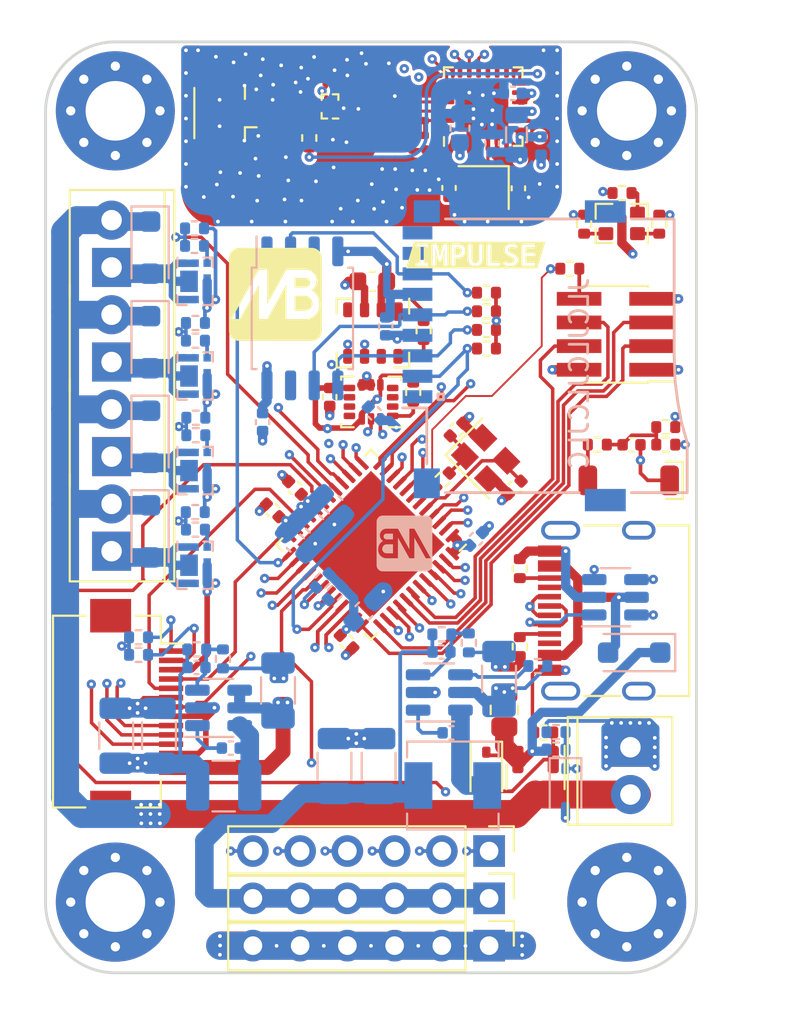
<source format=kicad_pcb>
(kicad_pcb (version 20221018) (generator pcbnew)
  (layers (0 "F.Cu" signal) (1 "In1.Cu" power "In1.GND") (2 "In2.Cu" signal "In2.SIG") (3 "In3.Cu" power "In3.PWR") (4 "In4.Cu" power "In4.GND") (5 "In5.Cu" signal "In5.SIG") (6 "In6.Cu" power "In6.GND") (31 "B.Cu" signal) (34 "B.Paste" user) (35 "F.Paste" user) (36 "B.SilkS" user "B.Silkscreen") (37 "F.SilkS" user "F.Silkscreen") (38 "B.Mask" user) (39 "F.Mask" user) (44 "Edge.Cuts" user))
  (net 0 "")
  (net 1 "+3V3")
  (net 2 "GND")
  (net 3 "/stm_xtb")
  (net 4 "/stm_xta")
  (net 5 "Net-(U2-BS)")
  (net 6 "Net-(U2-SW)")
  (net 7 "Net-(U3-BS)")
  (net 8 "Net-(U3-SW)")
  (net 9 "vinp")
  (net 10 "Net-(U2-FB)")
  (net 11 "Net-(U3-EN)")
  (net 12 "Net-(U3-FB)")
  (net 13 "Net-(C21-Pad1)")
  (net 14 "Net-(U12-CTRL)")
  (net 15 "Net-(U13-VR_PA)")
  (net 16 "Net-(C30-Pad1)")
  (net 17 "Net-(C30-Pad2)")
  (net 18 "Net-(U13-RFO)")
  (net 19 "Net-(C32-Pad1)")
  (net 20 "Net-(U12-RF2)")
  (net 21 "Net-(U12-RFIN)")
  (net 22 "Net-(C36-Pad2)")
  (net 23 "Net-(J14-In)")
  (net 24 "Net-(U13-RFI_N)")
  (net 25 "Net-(U12-RF1)")
  (net 26 "Net-(U13-RFI_P)")
  (net 27 "Net-(U13-VREG)")
  (net 28 "/Connectivity/sx_xtb")
  (net 29 "/Connectivity/sx_xta")
  (net 30 "vsense")
  (net 31 "usb_vbus")
  (net 32 "Net-(D2-A)")
  (net 33 "VBUS")
  (net 34 "/Connectors/pyro_drain_0")
  (net 35 "/Connectors/pyro_drain_1")
  (net 36 "/Connectors/pyro_drain_2")
  (net 37 "/Connectors/pyro_drain_3")
  (net 38 "vbat_sense")
  (net 39 "Net-(D8-RK)")
  (net 40 "Net-(D8-BK)")
  (net 41 "Net-(D8-GK)")
  (net 42 "Net-(J1-Pin_5)")
  (net 43 "+5V")
  (net 44 "servo_0")
  (net 45 "servo_1")
  (net 46 "servo_2")
  (net 47 "servo_3")
  (net 48 "servo_4")
  (net 49 "servo_5")
  (net 50 "Net-(J8-CC1)")
  (net 51 "/Connectors/usbc_d+")
  (net 52 "/Connectors/usbc_d-")
  (net 54 "Net-(J8-CC2)")
  (net 57 "fpc_scl")
  (net 58 "fpc_sda")
  (net 59 "fpc_rx")
  (net 60 "fpc_tx")
  (net 61 "fpc_gpio")
  (net 62 "fpc_sck")
  (net 63 "fpc_miso")
  (net 64 "fpc_mosi")
  (net 66 "SD_cs")
  (net 67 "flash_mosi")
  (net 68 "flash_sck")
  (net 69 "flash_miso")
  (net 72 "Net-(U13-DCC_SW)")
  (net 73 "/stm_swdio")
  (net 74 "/usart2_rx")
  (net 75 "/stm_swclk")
  (net 76 "/usart2_tx")
  (net 77 "button")
  (net 78 "Net-(U4-G)")
  (net 79 "pyro_0")
  (net 80 "Net-(U5-G)")
  (net 81 "pyro_1")
  (net 82 "Net-(U7-G)")
  (net 83 "pyro_2")
  (net 84 "Net-(U8-G)")
  (net 85 "pyro_3")
  (net 86 "i2c2_scl")
  (net 87 "i2c2_sda")
  (net 88 "Net-(C9-Pad1)")
  (net 89 "Net-(U9-CSB)")
  (net 90 "Net-(U10-SDO)")
  (net 91 "led_r")
  (net 92 "led_g")
  (net 93 "led_b")
  (net 94 "/Connectivity/sx_dio_2")
  (net 95 "sx_sck")
  (net 96 "sx_miso")
  (net 97 "sx_mosi")
  (net 98 "sx_nss")
  (net 99 "flash_cs")
  (net 100 "usb_d-")
  (net 101 "usb_d+")
  (net 117 "Net-(R27-Pad1)")
  (footprint "Inductor_SMD:L_0201_0603Metric" (layer "F.Cu") (at 152.515 73.27)
    (fp_text reference "L3" hide)
    (fp_text value "56n" hide)
  )
  (footprint "Connector_FFC-FPC:Hirose_FH12-14S-0.5SH_1x14-1MP_P0.50mm_Horizontal" (layer "F.Cu") (at 137.35 104.22 -90)
    (fp_text reference "J10" hide)
    (fp_text value "Conn_01x14_Socket" hide)
  )
  (footprint "Connector_PinHeader_2.54mm:PinHeader_1x06_P2.54mm_Vertical" (layer "F.Cu") (at 156.3 116.79 -90)
    (fp_text reference "J6" hide)
    (fp_text value "Conn_01x06" hide)
  )
  (footprint "Capacitor_SMD:C_0201_0603Metric" (layer "F.Cu") (at 145.005 70.99)
    (fp_text reference "C38" hide)
    (fp_text value "0f" hide)
  )
  (footprint "Package_DFN_QFN:QFN-48-1EP_7x7mm_P0.5mm_EP5.6x5.6mm" (layer "F.Cu") (at 149.95 95.25 -135)
    (fp_text reference "U1" hide)
    (fp_text value "STM32G431CBUx" hide)
  )
  (footprint "Capacitor_SMD:C_0201_0603Metric" (layer "F.Cu") (at 152.165001 74.35 -90)
    (fp_text reference "C29" hide)
    (fp_text value "47n" hide)
  )
  (footprint "Connector_PinHeader_1.27mm:PinHeader_2x04_P1.27mm_Vertical_SMD" (layer "F.Cu") (at 163.09 83.955 180)
    (fp_text reference "J1" hide)
    (fp_text value "Conn_02x04_Counter_Clockwise" hide)
  )
  (footprint "Resistor_SMD:R_0402_1005Metric" (layer "F.Cu") (at 152.78 83.749999 -90)
    (fp_text reference "R30" hide)
    (fp_text value "0r" hide)
  )
  (footprint "Capacitor_SMD:C_0402_1005Metric" (layer "F.Cu") (at 157.874999 76.115 -90)
    (fp_text reference "C46" hide)
    (fp_text value "16p" hide)
  )
  (footprint "Capacitor_SMD:C_0201_0603Metric" (layer "F.Cu") (at 148.68 70.84 90)
    (fp_text reference "C41" hide)
    (fp_text value "1p" hide)
  )
  (footprint "Resistor_SMD:R_0402_1005Metric" (layer "F.Cu") (at 153.797919 91.770675 45)
    (fp_text reference "R6" hide)
    (fp_text value "47r" hide)
  )
  (footprint "Capacitor_SMD:C_0201_0603Metric" (layer "F.Cu") (at 147.54 70.095 90)
    (fp_text reference "C43" hide)
    (fp_text value "0f" hide)
  )
  (footprint "Capacitor_SMD:C_0402_1005Metric" (layer "F.Cu") (at 163.96 89.89)
    (fp_text reference "C21" hide)
    (fp_text value "100n" hide)
  )
  (footprint "TerminalBlock_TE-Connectivity:TerminalBlock_TE_282834-2_1x02_P2.54mm_Horizontal" (layer "F.Cu") (at 136 95.605 90)
    (fp_text reference "J7" hide)
    (fp_text value "DB125-2.54" hide)
  )
  (footprint "Capacitor_SMD:C_0402_1005Metric" (layer "F.Cu") (at 157.68 92.18 -135)
    (fp_text reference "C10" hide)
    (fp_text value "10p" hide)
  )
  (footprint "Capacitor_SMD:C_0201_0603Metric" (layer "F.Cu") (at 146.405 71.72 180)
    (fp_text reference "C36" hide)
    (fp_text value "100p" hide)
  )
  (footprint "kibuzzard-647A5142" (layer "F.Cu") (at 155.58 79.7)
    (fp_text reference "kibuzzard-647A5142" hide)
    (fp_text value "G***" hide)
  )
  (footprint "TerminalBlock_TE-Connectivity:TerminalBlock_TE_282834-2_1x02_P2.54mm_Horizontal" (layer "F.Cu") (at 136 90.525 90)
    (fp_text reference "J9" hide)
    (fp_text value "DB125-2.54" hide)
  )
  (footprint "Resistor_SMD:R_0402_1005Metric" (layer "F.Cu") (at 156.16 82.72 180)
    (fp_text reference "R35" hide)
    (fp_text value "13k3" hide)
  )
  (footprint "Capacitor_SMD:C_0201_0603Metric" (layer "F.Cu") (at 152.865 74.35 -90)
    (fp_text reference "C28" hide)
    (fp_text value "82p" hide)
  )
  (footprint "Resistor_SMD:R_0805_2012Metric" (layer "F.Cu") (at 157.12 104.1275 90)
    (fp_text reference "FB1" hide)
    (fp_text value "CBM201209U600T" hide)
  )
  (footprint "Diode_SMD:D_SOD-323" (layer "F.Cu") (at 156.15 107.45 -90)
    (fp_text reference "D2" hide)
    (fp_text value "MM3Z10B" hide)
  )
  (footprint "Button_Switch_SMD:GT-TC029B-H025-L1N" (layer "F.Cu") (at 163.81 91.9 180)
    (fp_text reference "SW1" hide)
    (fp_text value "SW_Push" hide)
  )
  (footprint "Package_LGA:LGA-14_3x2.5mm_P0.5mm_LayoutBorder3x4y" (layer "F.Cu") (at 149.953 87.5875 180)
    (fp_text reference "U10" hide)
    (fp_text value "BMI270" hide)
  )
  (footprint "Capacitor_SMD:C_0201_0603Metric" (layer "F.Cu") (at 149.73 71.19 180)
    (fp_text reference "C40" hide)
    (fp_text value "4p7" hide)
  )
  (footprint "Connector_PinHeader_2.54mm:PinHeader_1x06_P2.54mm_Vertical" (layer "F.Cu") (at 156.3 114.25 -90)
    (fp_text reference "J5" hide)
    (fp_text value "Conn_01x06" hide)
  )
  (footprint "Inductor_SMD:L_0201_0603Metric" (layer "F.Cu") (at 151.1 72.52 180)
    (fp_text reference "L4" hide)
    (fp_text value "8n2" hide)
  )
  (footprint "LOGO" (layer "F.Cu") (at 144.81 81.81)
    (fp_text reference "G***" hide)
    (fp_text value "LOGO" hide)
  )
  (footprint "MountingHole:MountingHole_3.2mm_M3_Pad_Via" (layer "F.Cu") (at 136.202944 114.452944)
    (fp_text reference "H3" hide)
    (fp_text value "M3" hide)
  )
  (footprint "Capacitor_SMD:C_0201_0603Metric" (layer "F.Cu") (at 151.255 74.28 -90)
    (fp_text reference "C33" hide)
    (fp_text value "4p7" hide)
  )
  (footprint "Capacitor_SMD:C_0402_1005Metric" (layer "F.Cu") (at 147.73 87.32 -90)
    (fp_text reference "C23" hide)
    (fp_text value "100n" hide)
  )
  (footprint "Resistor_SMD:R_0402_1005Metric" (layer "F.Cu") (at 152.22 87.06 -90)
    (fp_text reference "R31" hide)
    (fp_text value "0r" hide)
  )
  (footprint "RF:BGS12PL6" (layer "F.Cu") (at 148.545 71.715 -90)
    (fp_text reference "U12" hide)
    (fp_text value "BGS12PL6" hide)
  )
  (footprint "Capacitor_SMD:C_0201_0603Metric" (layer "F.Cu") (at 144.655 72.04 90)
    (fp_text reference "C39" hide)
    (fp_text value "0f" hide)
  )
  (footprint "Resistor_SMD:R_0402_1005Metric" (layer "F.Cu") (at 165.45 78.04 90)
    (fp_text reference "R32" hide)
    (fp_text value "300r" hide)
  )
  (footprint "Resistor_SMD:R_0402_1005Metric" (layer "F.Cu") (at 159.24 105.34 180)
    (fp_text reference "R12" hide)
    (fp_text value "22k1" hide)
  )
  (footprint "Crystal:Crystal_SMD_2520-4Pin_2.5x2.0mm" (layer "F.Cu") (at 156.113693 90.623744 -45)
    (fp_text reference "Y1" hide)
    (fp_text value "X252016MLB4SI" hide)
  )
  (footprint "Capacitor_SMD:C_0402_1005Metric" (layer "F.Cu") (at 145.860589 92.210589 135)
    (fp_text reference "C7" hide)
    (fp_text value "100n" hide)
  )
  (footprint "Package_TO_SOT_SMD:SOT-23" (layer "F.Cu") (at 158.8 107.7325 -90)
    (fp_text reference "Q1" hide)
    (fp_text value "AO3415" hide)
  )
  (footprint "TerminalBlock_TE-Connectivity:TerminalBlock_TE_282834-2_1x02_P2.54mm_Horizontal" (layer "F.Cu") (at 136 80.365 90)
    (fp_text reference "J12" hide)
    (fp_text value "DB125-2.54" hide)
  )
  (footprint "Connector_Coaxial:U.FL_Hirose_U.FL-R-SMT-1_Vertical" (layer "F.Cu") (at 142.285 72.075 180)
    (fp_text reference "J14" hide)
    (fp_text value "Conn_Coaxial" hide)
  )
  (footprint "Resistor_SMD:R_0402_1005Metric" (layer "F.Cu") (at 165.8 89.88 180)
    (fp_text reference "R24" hide)
    (fp_text value "22k1" hide)
  )
  (footprint "TerminalBlock_TE-Connectivity:TerminalBlock_TE_282834-2_1x02_P2.54mm_Horizontal" (layer "F.Cu") (at 163.9 106.135 -90)
    (fp_text reference "J2" hide)
    (fp_text value "DB125-2.54" hide)
  )
  (footprint "Resistor_SMD:R_0402_1005Metric" (layer "F.Cu") (at 156.16 83.72 180)
    (fp_text reference "R34" hide)
    (fp_text value "13k3" hide)
  )
  (footprint "Capacitor_SMD:C_0603_1608Metric" (layer "F.Cu") (at 150.02 81.11)
    (fp_text reference "C22" hide)
    (fp_text value "4u7" hide)
  )
  (footprint "MountingHole:MountingHole_3.2mm_M3_Pad_Via" (layer "F.Cu") (at 136.202944 71.952944)
    (fp_text reference "H1" hide)
    (fp_text value "M3" hide)
  )
  (footprint "MountingHole:MountingHole_3.2mm_M3_Pad_Via" (layer "F.Cu") (at 163.702944 114.452944)
    (fp_text reference "H4" hide)
    (fp_text value "M3" hide)
  )
  (footprint "Resistor_SMD:R_0402_1005Metric" (layer "F.Cu") (at 163.45 76.3675 180)
    (fp_text reference "R37" hide)
    (fp_text value "140r" hide)
  )
  (footprint "Capacitor_SMD:C_0402_1005Metric" (layer "F.Cu") (at 144.660589 93.410589 135)
    (fp_text reference "C1" hide)
    (fp_text value "100n" hide)
  )
  (footprint "Inductor_SMD:L_0201_0603Metric" (layer "F.Cu") (at 150.035 72.855 -90)
    (fp_text reference "L5" hide)
    (fp_text value "18n" hide)
  )
  (footprint "TerminalBlock_TE-Connectivity:TerminalBlock_TE_282834-2_1x02_P2.54mm_Horizontal" (layer "F.Cu") (at 136 85.445 90)
    (fp_text reference "J11" hide)
    (fp_text value "DB125-2.54" hide)
  )
  (footprint "Package_DFN_QFN:QFN-8-P09" (layer "F.Cu") (at 149.953 83.94 180)
    (fp_text reference "U9" hide)
    (fp_text value "HP203B" hide)
  )
  (footprint "Resistor_SMD:R_0402_1005Metric" (layer "F.Cu") (at 156.16 81.72 180)
    (fp_text reference "R36" hide)
    (fp_text value "13k3" hide)
  )
  (footprint "Resistor_SMD:R_0402_1005Metric" (layer "F.Cu") (at 157.95 96.54 90)
    (fp_text reference "R16" hide)
    (fp_text value "5k1" hide)
  )
  (footprint "Resistor_SMD:R_0402_1005Metric" (layer "F.Cu") (at 162.12 89.88)
    (fp_text reference "R27" hide)
    (fp_text value "300r" hide)
  )
  (footprint "Capacitor_SMD:C_0201_0603Metric" (layer "F.Cu") (at 148.63 72.845 -90)
    (fp_text reference "C35" hide)
    (fp_text value "8p2" hide)
  )
  (footprint "Crystal:Crystal_SMD_2016-4Pin_2.0x1.6mm" (layer "F.Cu") (at 156.005 76.075 180)
    (fp_text reference "Y2" hide)
    (fp_text value "XL7EL89COI-111YLC-32M " hide)
  )
  (footprint "Resistor_SMD:R_0402_1005Metric" (layer "F.Cu") (at 157.95 100.73 -90)
    (fp_text reference "R15" hide)
    (fp_text value "5k1" hide)
  )
  (footprint "Connector_USB:USB_C_Receptacle_G-Switch_GT-USB-7010ASV" (layer "F.Cu") (at 163.275 98.8 90)
    (fp_text reference "J8" hide)
    (fp_text value "GT-USB-7010ASV" hide)
  )
  (footprint "Package_DFN_QFN:QFN-24-1EP_4x4mm_P0.5mm_EP2.7x2.7mm" (layer "F.Cu") (at 155.985 71.725 90)
    (fp_text reference "U13" hide)
    (fp_text value "SX1268" hide)
  )
  (footprint "Capacitor_SMD:C_0402_1005Metric" (layer "F.Cu") (at 154.145002 76.095002 90)
    (fp_text reference "C47" hide)
    (fp_text value "16p" hide)
  )
  (footprint "Capacitor_SMD:C_0201_0603Metric" (layer "F.Cu") (at 150.555 74.28 -90)
    (fp_text reference "C34" hide)
    (fp_text value "12p" hide)
  )
  (footprint "Capacitor_SMD:C_0201_0603Metric" (layer "F.Cu") (at 147.45 73.18 -90)
    (fp_text reference "C27" hide)
    (fp_text value "1n" hide)
  )
  (footprint "Inductor_SMD:L_0201_0603Metric" (layer "F.Cu") (at 149.73 70.49 180)
    (fp_text reference "L8" hide)
    (fp_text value "33n" hide)
  )
  (footprint "Resistor_SMD:R_0402_1005Metric" (layer "F.Cu") (at 161.41 78.04 90)
    (fp_text reference "R38" hide)
    (fp_text value "100r" hide)
  )
  (footprint "MountingHole:MountingHole_3.2mm_M3_Pad_Via" (layer "F.Cu") (at 163.702944 71.952944)
    (fp_text reference "H2" hide)
    (fp_text value "M3" hide)
  )
  (footprint "Capacitor_SMD:C_0201_0603Metric" (layer "F.Cu") (at 151.09 73.22 180)
    (fp_text reference "C30" hide)
    (fp_text value "3p6" hide)
  )
  (footprint "Capacitor_SMD:C_0201_0603Metric" (layer "F.Cu") (at 152.515 72.48 180)
    (fp_text reference "C31" hide)
    (fp_text value "0f" hide)
  )
  (footprint "Inductor_SMD:L_0201_0603Metric" (layer "F.Cu") (at 145.355 72.04 -90)
    (fp_text reference "L6" hide)
    (fp_text value "0h" hide)
  )
  (footprint "Connector_PinHeader_2.54mm:PinHeader_1x06_P2.54mm_Vertical" (layer "F.Cu") (at 156.3 111.71 -90)
    (fp_text reference "J4" hide)
    (fp_text value "Conn_01x06" hide)
  )
  (footprint "Capacitor_SMD:C_0201_0603Metric" (layer "F.Cu") (at 149.335 72.845 90)
    (fp_text reference "C32" hide)
    (fp_text value "100p" hide)
  )
  (footprint "Capacitor_SMD:C_0402_1005Metric" (layer "F.Cu") (at 154.55 89.07 45)
    (fp_text reference "C9" hide)
    (fp_text value "10p" hide)
  )
  (footprint "LED_SMD:FM-B2020RGBA-HG" (layer "F.Cu") (at 163.43 76.75)
    (fp_text reference "D8" hide)
    (fp_text value "FM-B2020RGBA-HG" hide)
  )
  (footprint "Resistor_SMD:R_0402_1005Metric" (layer "F.Cu") (at 146.63 73.41 90)
    (fp_text reference "R39" hide)
    (fp_text value "100r" hide)
  )
  (footprint "Resistor_SMD:R_0402_1005Metric" (layer "F.Cu") (at 156.16 84.720001 180)
    (fp_text reference "R33" hide)
    (fp_text value "13k3" hide)
  )
  (footprint "Capacitor_SMD:C_0201_0603Metric" (layer "F.Cu") (at 150.78 70.84 -90)
    (fp_text reference "C42" hide)
    (fp_text value "3p9" hide)
  )
  (footprint "Capacitor_SMD:C_0402_1005Metric" (layer "F.Cu") (at 148.635589 100.460589 -45)
    (fp_text reference "C2" hide)
    (fp_text value "100n" hide)
  )
  (footprint "Resistor_SMD:R_0402_1005Metric" (layer "F.Cu") (at 160.64 80.43 180)
    (fp_text reference "R5" hide)
    (fp_text value "0r" hide)
  )
  (footprint "Resistor_SMD:R_0402_1005Metric" (layer "F.Cu") (at 165.8 88.94)
    (fp_text reference "R28" hide)
    (fp_text value "300r" hide)
  )
  (footprint "Capacitor_SMD:C_0603_1608Metric" (layer "B.Cu") (at 154.735 72.88 90)
    (fp_text reference "C37" hide)
    (fp_text value "10n" hide)
  )
  (footprint "Package_TO_SOT_SMD:SOT-23-6" (layer "B.Cu") (at 141.75 104.02)
    (fp_text reference "U2" hide)
    (fp_text value "MT2492" hide)
  )
  (footprint "Inductor_SMD:L_Sunlord_MWSA0402S" (layer "B.Cu") (at 154.35 108.19 180)
    (fp_text reference "L2" hide)
    (fp_text value "10u" hide)
  )
  (footprint "Capacitor_SMD:C_0603_1608Metric" (layer "B.Cu") (at 145.885634 95.170383 -45)
    (fp_text reference "C5" hide)
    (fp_text value "10n" hide)
  )
  (footprint "Capacitor_SMD:C_0402_1005Metric" (layer "B.Cu") (at 155.6 94.95 45)
    (fp_text reference "C3" hide)
    (fp_text value "100n" hide)
  )
  (footprint "Capacitor_SMD:C_0402_1005Metric" (layer "B.Cu") (at 144.12 88.67 -90)
    (fp_text reference "C26" hide)
    (fp_text value "100n" hide)
  )
  (footprint "Diode_SMD:D_SOD-123F" (layer "B.Cu") (at 138.07 84.38 -90)
    (fp_text reference "D5" hide)
    (fp_text value "1N4007W" hide)
  )
  (footprint "Capacitor_SMD:C_0402_1005Metric" (layer "B.Cu") (at 154.28 105.36)
    (fp_text reference "C12" hide)
    (fp_text value "22n" hide)
  )
  (footprint "Package_SO:SOIC-8_5.23x5.23mm_P1.27mm" (layer "B.Cu") (at 146.26 83.1 -90)
    (fp_text reference "U11" hide)
    (fp_text value "W25Q32JVSS" hide)
  )
  (footprint "Resistor_SMD:R_0402_1005Metric" (layer "B.Cu") (at 141.9875 101.389995 -90)
    (fp_text reference "R10" hide)
    (fp_text value "22k1" hide)
  )
  (footprint "Capacitor_SMD:C_0603_1608Metric" (layer "B.Cu") (at 146.918008 94.138008 -45)
    (fp_text reference "C8" hide)
    (fp_text value "1u" hide)
  )
  (footprint "Resistor_SMD:R_0402_1005Metric" (layer "B.Cu") (at 147.34 97.18 -135)
    (fp_text reference "R26" hide)
    (fp_text value "1k5" hide)
  )
  (footprint "Resistor_SMD:R_0402_1005Metric" (layer "B.Cu") (at 159.9 106.26 180)
    (fp_text reference "R23" hide)
    (fp_text value "13k3" hide)
  )
  (footprint "Capacitor_SMD:C_1206_3216Metric" (layer "B.Cu") (at 136.250001 105.515 90)
    (fp_text reference "C16" hide)
    (fp_text value "22u" hide)
  )
  (footprint "Diode_SMD:D_SOD-123F" (layer "B.Cu") (at 138.07 79.299999 -90)
    (fp_text reference "D6" hide)
    (fp_text value "1N4007W" hide)
  )
  (footprint "Capacitor_SMD:C_0402_1005Metric" (layer "B.Cu") (at 150.74 83.53 90)
    (fp_text reference "C25" hide)
    (fp_text value "100n" hide)
  )
  (footprint "Diode_SMD:D_SOD-323" (layer "B.Cu") (at 160.41 108.33 -90)
    (fp_text reference "D7" hide)
    (fp_text value "MM3Z3V3" hide)
  )
  (footprint "Capacitor_SMD:C_1206_3216Metric" (layer "B.Cu") (at 144.95 103.085 90)
    (fp_text reference "C13" hide)
    (fp_text value "22u" hide)
  )
  (footprint "Diode_SMD:D_SOD-123F" (layer "B.Cu") (at 138.07 89.459999 -90)
    (fp_text reference "D4" hide)
    (fp_text value "1N4007W" hide)
  )
  (footprint "Resistor_SMD:R_0402_1005Metric" (layer "B.Cu") (at 137.45 101.169998)
    (fp_text reference "R2" hide)
    (fp_text value "1k5" hide)
  )
  (footprint "Resistor_SMD:R_0402_1005Metric" (layer "B.Cu") (at 137.45 100.23)
    (fp_text reference "R1" hide)
    (fp_text value "1k5" hide)
  )
  (footprint "Capacitor_SMD:C_0402_1005Metric" (layer "B.Cu") (at 150.14 88.2 -45)
    (fp_text reference "C24" hide)
    (fp_text value "100n" hide)
  )
  (footprint "Capacitor_SMD:C_0603_1608Metric" (layer "B.Cu") (at 149.57 98.82 45)
    (fp_text reference "C4" hide)
    (fp_text value "4u7" hide)
  )
  (footprint "Connector_Card:microSD-Generic" (layer "B.Cu") (at 150.4 83.86 -90)
    (fp_text reference "J13" hide)
    (fp_text value "Micro_SD_Card" hide)
  )
  (footprint "Capacitor_SMD:C_0402_1005Metric" (layer "B.Cu") (at 140.567498 101.849997)
    (fp_text reference "C14" hide)
    (fp_text value "22p" hide)
  )
  (footprint "Package_DFN_QFN:DFN-6-L" (layer "B.Cu") (at 140.515 91.275858 180)
    (fp_text reference "U5" hide)
    (fp_text value "G2014" hide)
  )
  (footprint "Capacitor_SMD:C_1206_3216Metric" (layer "B.Cu") (at 150.36 107.145 90)
    (fp_text reference "C20" hide)
    (fp_text value "22u" hide)
  )
  (footprint "Capacitor_SMD:C_1206_3216Metric" (layer "B.Cu") (at 138.55 105.515 90)
    (fp_text reference "C15" hide)
    (fp_text value "22u" hide)
  )
  (footprint "Capacitor_SMD:C_0402_1005Metric" (layer "B.Cu") (at 157.575 71.015 180)
    (fp_text reference "C45" hide)
    (fp_text value "100n" hide)
  )
  (footprint "Resistor_SMD:R_0402_1005Metric" (layer "B.Cu") (at 140.46 78.265858)
    (fp_text reference "R22" hide)
    (fp_text value "4k7" hide)
  )
  (footprint "Resistor_SMD:R_0402_1005Metric" (layer "B.Cu") (at 148.008752 97.841248 -135)
    (fp_text reference "R25" hide)
    (fp_text value "1k5" hide)
  )
  (footprint "Capacitor_SMD:C_0402_1005Metric" (layer "B.Cu") (at 142.41 106.18)
    (fp_text reference "C11" hide)
    (fp_text value "22n" hide)
  )
  (footprint "Diode_SMD:D_SOD-123F" (layer "B.Cu") (at 138.07 94.539998 -90)
    (fp_text reference "D3" hide)
    (fp_text value "1N4007W" hide)
  )
  (footprint "Resistor_SMD:R_0402_1005Metric" (layer "B.Cu") (at 140.5 93.505858)
    (fp_text reference "R14" hide)
    (fp_text value "4k7" hide)
  )
  (footprint "Resistor_SMD:R_0402_1005Metric" (layer "B.Cu") (at 159.9 105.320004)
    (fp_text reference "R29" hide)
    (fp_text value "2k" hide)
  )
  (footprint "Resistor_SMD:R_0402_1005Metric" (layer "B.Cu") (at 140.46 79.205858 180)
    (fp_text reference "R21" hide)
    (fp_text value "665r" hide)
  )
  (footprint "Inductor_SMD:L_0402_1005Metric" (layer "B.Cu") (at 159.095 73.835 90)
    (fp_text reference "L7" hide)
    (fp_text value "0h" hide)
  )
  (footprint "Resistor_SMD:R_0402_1005Metric" (layer "B.Cu") (at 140.51 83.345858)
    (fp_text reference "R20" hide)
    (fp_text value "4k7" hide)
  )
  (footprint "Resistor_SMD:R_0402_1005Metric" (layer "B.Cu") (at 140.5775 100.88)
    (fp_text reference "R7" hide)
    (fp_text value "100k" hide)
  )
  (footprint "Package_DFN_QFN:DFN-6-L" (layer "B.Cu") (at 140.515 81.11 180)
    (fp_text reference "U8" hide)
    (fp_text value "G2014" hide)
  )
  (footprint "Capacitor_SMD:C_0402_1005Metric" (layer "B.Cu") (at 153.740003 101.020001)
    (fp_text reference "C18" hide)
    (fp_text value "22p" hide)
  )
  (footprint "Resistor_SMD:R_0402_1005Metric" (layer "B.Cu") (at 153.76 100.07)
    (fp_text reference "R9" hide)
    (fp_text value "100k" hide)
  )
  (footprint "Resistor_SMD:R_0402_1005Metric" (layer "B.Cu") (at 140.51 84.295858 180)
    (fp_text reference "R19" hide)
    (fp_text value "665r" hide)
  )
  (footprint "Resistor_SMD:R_0402_1005Metric" (layer "B.Cu") (at 155.21 100.530003 -90)
    (fp_text reference "R11" hide)
    (fp_text value "13k3" hide)
  )
  (footprint "LOGO" (layer "B.Cu") (at 151.75 95.19 180)
    (fp_text reference "G***" hide)
    (fp_text value "LOGO" hide)
  )
  (footprint "Diode_SMD:D_SOD-123F" (layer "B.Cu") (at 164.1 101.05 180)
    (fp_text reference "D1" hide)
    (fp_text value "DSK14W" hide)
  )
  (footprint "Resistor_SMD:R_0402_1005Metric" (layer "B.Cu") (at 140.53 89.375858 180)
    (fp_text reference "R17" hide)
    (fp_text value "665r" hide)
  )
  (footprint "Package_DFN_QFN:DFN-6-L" (layer "B.Cu") (at 140.515 86.195 180)
    (fp_text reference "U7" hide)
    (fp_text value "G2014" hide)
  )
  (footprint "Package_DFN_QFN:DFN-6-L" (layer "B.Cu") (at 140.515 96.36 180)
    (fp_text reference "U4" hide)
    (fp_text value "G2014" hide)
  )
  (footprint "Capacitor_SMD:C_1206_3216Metric" (layer "B.Cu") (at 156.835 102.467499 90)
    (fp_text reference "C17" hide)
    (fp_text value "22u" hide)
  )
  (footprint "Capacitor_SMD:C_0603_1608Metric" (layer "B.Cu") (at 147.950385 93.105633 -45)
    (fp_text reference "C6" hide)
    (fp_text value "1u" hide)
  )
  (footprint "Package_TO_SOT_SMD:SOT-23-6" (layer "B.Cu") (at 153.622497 103.192497)
    (fp_text reference "U3" hide)
    (fp_text value "MT2492" hide)
  )
  (footprint "Resistor_SMD:R_0402_1005Metric" (layer "B.Cu") (at 140.51 94.445858 180)
    (fp_text reference "R13" hide)
    (fp_text value "665r" hide)
  )
  (footprint "Resistor_SMD:R_0402_1005Metric" (layer "B.Cu") (at 140.53 88.435858)
    (fp_text reference "R18" hide)
    (fp_text value "4k7" hide)
  )
  (footprint "Inductor_SMD:L_1210_3225Metric" (layer "B.Cu") (at 142.03 108.22 180)
    (fp_text reference "L1" hide)
    (fp_text value "22u" hide)
  )
  (footprint "Inductor_SMD:L_0805_2012Metric" (layer "B.Cu") (at 157.775 73.2375 90)
    (fp_text reference "L9" hide)
    (fp_text value "15u" hide)
  )
  (footprint "Capacitor_SMD:C_0402_1005Metric" (layer "B.Cu") (at 156.465 73.695 90)
    (fp_text reference "C44" hide)
    (fp_text value "470n" hide)
  )
  (footprint "Resistor_SMD:R_0402_1005Metric" (layer "B.Cu") (at 158.92 101.77 180)
    (fp_text reference "R8" hide)
    (fp_text value "0r" hide)
  )
  (footprint "Capacitor_SMD:C_1206_3216Metric" (layer "B.Cu") (at 147.984998 107.144998 90)
    (fp_text reference "C19" hide)
    (fp_text value "22u" hide)
  )
  (footprint "Package_TO_SOT_SMD:SOT-23-6" (layer "B.Cu") (at 163.0875 98.08)
    (fp_text reference "U6" hide)
    (fp_text value "USBLC6-2SC6" hide)
  )
  (gr_line locked (start 163.7 118.25) (end 136.2 118.25) (stroke (width 0.15)) (layer "Edge.Cuts"))
  (gr_line locked (start 136.2 68.25) (end 163.7 68.25) (stroke (width 0.15)) (layer "Edge.Cuts"))
  (gr_arc locked (start 163.7 68.25) (mid 166.35165 69.34835) (end 167.45 72) (stroke (width 0.15)) (layer "Edge.Cuts"))
  (gr_arc locked (start 132.45 72) (mid 133.54835 69.34835) (end 136.2 68.25) (stroke (width 0.15)) (layer "Edge.Cuts"))
  (gr_arc locked (start 167.45 114.5) (mid 166.35165 117.15165) (end 163.7 118.25) (stroke (width 0.15)) (layer "Edge.Cuts"))
  (gr_line locked (start 132.45 114.5) (end 132.45 72) (stroke (width 0.15)) (layer "Edge.Cuts"))
  (gr_line locked (start 167.45 72) (end 167.45 114.5) (stroke (width 0.15)) (layer "Edge.Cuts"))
  (gr_arc locked (start 136.2 118.25) (mid 133.54835 117.15165) (end 132.45 114.5) (stroke (width 0.15)) (layer "Edge.Cuts"))
  (gr_text "JLCJLCJLCJLC" (at 161.73 80.82 90) (layer "B.SilkS") (effects (font (size 1 1)) (justify left bottom mirror)))
  (segment (start 145.92833 94.410311) (end 145.810311 94.410311) (width 0.2) (layer "F.Cu") (net 1))
  (segment (start 156.69 83.23) (end 156.67 83.25) (width 0.2) (layer "F.Cu") (net 1))
  (segment (start 148.617908 99.799448) (end 148.617908 99.764073) (width 0.2) (layer "F.Cu") (net 1))
  (segment (start 157.9475 71.22) (end 157.9475 71.475) (width 0.3) (layer "F.Cu") (net 1))
  (segment (start 146.98899 93.349651) (end 147.09 93.450661) (width 0.2) (layer "F.Cu") (net 1))
  (segment (start 147.32 70.89) (end 147.545 70.665) (width 0.1623) (layer "F.Cu") (net 1))
  (segment (start 157.9475 70.975) (end 157.9475 71.22) (width 0.3) (layer "F.Cu") (net 1))
  (segment (start 147.73 86.84) (end 147.18 86.84) (width 0.3) (layer "F.Cu") (net 1))
  (segment (start 156.67 83.25) (end 156.67 84.720001) (width 0.2) (layer "F.Cu") (net 1))
  (segment (start 147.58 88.99) (end 147.61 89.02) (width 0.3) (layer "F.Cu") (net 1))
  (segment (start 146.19 93.21) (end 146.26 93.327767) (width 0.2) (layer "F.Cu") (net 1))
  (segment (start 146.96 88.76) (end 147.19 88.99) (width 0.3) (layer "F.Cu") (net 1))
  (segment (start 148.617908 99.764073) (end 149.110311 99.27167) (width 0.2) (layer "F.Cu") (net 1))
  (segment (start 154.735 74.355) (end 154.73 74.36) (width 0.3) (layer "F.Cu") (net 1))
  (segment (start 147.545 70.51) (end 147.55 70.505) (width 0.1623) (layer "F.Cu") (net 1))
  (segment (start 166.31 89.88) (end 166.83 89.88) (width 0.2) (layer "F.Cu") (net 1))
  (segment (start 154.51 95.55) (end 154.43 95.63) (width 0.2) (layer "F.Cu") (net 1))
  (segment (start 163.44 77.67) (end 163.44 79.05) (width 0.5) (layer "F.Cu") (net 1))
  (segment (start 154.325223 94.763864) (end 154.325223 94.765223) (width 0.2) (layer "F.Cu") (net 1))
  (segment (start 146.26 93.23) (end 146.19 93.21) (width 0.2) (layer "F.Cu") (net 1))
  (segment (start 154.51 94.95) (end 154.51 95.55) (width 0.2) (layer "F.Cu") (net 1))
  (segment (start 147.61 89.02) (end 147.64 88.99) (width 0.3) (layer "F.Cu") (net 1))
  (segment (start 152.22 86.55) (end 151.83 86.16) (width 0.2) (layer "F.Cu") (net 1))
  (segment (start 157.9475 71.22) (end 158.31 71.22) (width 0.3) (layer "F.Cu") (net 1))
  (segment (start 154.43 95.63) (end 154.325223 95.734777) (width 0.2) (layer "F.Cu") (net 1))
  (segment (start 147.18 86.84) (end 146.96 87.06) (width 0.3) (layer "F.Cu") (net 1))
  (segment (start 163.44 79.05) (end 164.03 79.64) (width 0.5) (layer "F.Cu") (net 1))
  (segment (start 154.59 95.47) (end 154.43 95.63) (width 0.5) (layer "F.Cu") (net 1))
  (segment (start 149.603 82.64) (end 149.603 81.468) (width 0.4) (layer "F.Cu") (net 1))
  (segment (start 156.67 83.21) (end 156.69 83.23) (width 0.2) (layer "F.Cu") (net 1))
  (segment (start 147.545 71.115) (end 147.545 71.315) (width 0.1623) (layer "F.Cu") (net 1))
  (segment (start 147.7325 86.8375) (end 147.73 86.84) (width 0.3) (layer "F.Cu") (net 1))
  (segment (start 147.09 93.450661) (end 147.09 93.49) (width 0.2) (layer "F.Cu") (net 1))
  (segment (start 149.453 88.210203) (end 150.223203 87.44) (width 0.3) (layer "F.Cu") (net 1))
  (segment (start 149.453 88.5) (end 149.453 88.210203) (width 0.3) (layer "F.Cu") (net 1))
  (segment (start 146.55 92.91) (end 146.56467 92.92533) (width 0.2) (layer "F.Cu") (net 1))
  (segment (start 154.59 95.03) (end 154.42 94.86) (width 0.5) (layer "F.Cu") (net 1))
  (segment (start 158.555 70.975) (end 158.59 71.01) (width 0.3) (layer "F.Cu") (net 1))
  (segment (start 145.810311 94.410311) (end 145.36 93.96) (width 0.2) (layer "F.Cu") (net 1))
  (segment (start 148.963 88.99) (end 149.453 88.5) (width 0.3) (layer "F.Cu") (net 1))
  (segment (start 149.603 81.468) (end 149.245 81.11) (width 0.4) (layer "F.Cu") (net 1))
  (segment (start 154.59 95.29) (end 154.59 95.03) (width 0.5) (layer "F.Cu") (net 1))
  (segment (start 148.75 81.11) (end 148.55 81.31) (width 0.5) (layer "F.Cu") (net 1))
  (segment (start 150.453 86.675) (end 150.453 87.267) (width 0.2) (layer "F.Cu") (net 1))
  (segment (start 154.735 73.6875) (end 154.735 74.355) (width 0.3) (layer "F.Cu") (net 1))
  (segment (start 158.59 71.01) (end 158.345 71.255) (width 0.3) (layer "F.Cu") (net 1))
  (segment (start 149.245 81.11) (end 148.75 81.11) (width 0.5) (layer "F.Cu") (net 1))
  (segment (start 146.98899 93.349651) (end 146.635437 93.703204) (width 0.2) (layer "F.Cu") (net 1))
  (segment (start 147.64 88.99) (end 148.963 88.99) (width 0.3) (layer "F.Cu") (net 1))
  (segment (start 147.19 88.99) (end 147.58 88.99) (width 0.3) (layer "F.Cu") (net 1))
  (segment (start 158.125 71.475) (end 157.9475 71.475) (width 0.3) (layer "F.Cu") (net 1))
  (segment (start 150.453 86.267) (end 150.453 86.675) (width 0.2) (layer "F.Cu") (net 1))
  (segment (start 150.56 86.16) (end 150.453 86.267) (width 0.2) (layer "F.Cu") (net 1))
  (segment (start 148.7905 86.8375) (end 147.7325 86.8375) (width 0.3) (layer "F.Cu") (net 1))
  (segment (start 154.59 95.29) (end 154.59 95.47) (width 0.5) (layer "F.Cu") (net 1))
  (segment (start 146.56467 92.92533) (end 146.98899 93.349651) (width 0.2) (layer "F.Cu") (net 1))
  (segment (start 147.545 70.665) (end 147.545 70.51) (width 0.1623) (layer "F.Cu") (net 1))
  (segment (start 146.2 92.55) (end 146.2 92.560661) (width 0.2) (layer "F.Cu") (net 1))
  (segment (start 157.9475 70.975) (end 158.555 70.975) (width 0.3) (layer "F.Cu") (net 1))
  (segment (start 161.14 85.86) (end 159.69 85.86) (width 0.5) (layer "F.Cu") (net 1))
  (segment (start 146.96 87.06) (end 146.96 88.76) (width 0.3) (layer "F.Cu") (net 1))
  (segment (start 151.83 86.16) (end 150.56 86.16) (width 0.2) (layer "F.Cu") (net 1))
  (segment (start 146.26 93.327767) (end 146.635437 93.703204) (width 0.2) (layer "F.Cu") (net 1))
  (segment (start 158.31 71.22) (end 158.345 71.255) (width 0.3) (layer "F.Cu") (net 1))
  (segment (start 146.56467 92.92533) (end 146.26 93.23) (width 0.2) (layer "F.Cu") (net 1))
  (segment (start 163.22 77.45) (end 163.44 77.67) (width 0.5) (layer "F.Cu") (net 1))
  (segment (start 150.223203 87.44) (end 150.28 87.44) (width 0.3) (layer "F.Cu") (net 1))
  (segment (start 150.453 87.267) (end 150.28 87.44) (width 0.2) (layer "F.Cu") (net 1))
  (segment (start 147.32 70.89) (end 147.545 71.115) (width 0.1623) (layer "F.Cu") (net 1))
  (segment (start 146.2 92.560661) (end 146.55 92.91) (width 0.2) (layer "F.Cu") (net 1))
  (segment (start 148.617908 99.799448) (end 148.296178 100.121178) (width 0.2) (layer "F.Cu") (net 1))
  (segment (start 162.58 77.45) (end 163.22 77.45) (width 0.5) (layer "F.Cu") (net 1))
  (segment (start 156.67 81.72) (end 156.67 83.21) (width 0.2) (layer "F.Cu") (net 1))
  (segment (start 158.345 71.255) (end 158.125 71.475) (width 0.3) (layer "F.Cu") (net 1))
  (via (at 147.61 89.02) (size 0.5) (drill 0.2) (layers "F.Cu" "B.Cu") (net 1))
  (via (at 147.32 70.89) (size 0.5) (drill 0.2) (layers "F.Cu" "B.Cu") (net 1))
  (via (at 154.73 74.36) (size 0.5) (drill 0.2) (layers "F.Cu" "B.Cu") (net 1))
  (via (at 148.617908 99.799448) (size 0.5) (drill 0.2) (layers "F.Cu" "B.Cu") (net 1))
  (via (at 159.69 85.86) (size 0.5) (drill 0.2) (layers "F.Cu" "B.Cu") (net 1))
  (via (at 146.55 92.91) (size 0.5) (drill 0.2) (layers "F.Cu" "B.Cu") (net 1))
  (via (at 154.59 95.29) (size 0.5) (drill 0.2) (layers "F.Cu" "B.Cu") (net 1))
  (via (at 137.83 106.99) (size 0.5) (drill 0.2) (layers "F.Cu" "B.Cu") (net 1))
  (via (at 144.36 85.65) (size 0.5) (drill 0.2) (layers "F.Cu" "B.Cu") (net 1))
  (via (at 166.83 89.88) (size 0.5) (drill 0.2) (layers "F.Cu" "B.Cu") (net 1))
  (via (at 145.36 93.96) (size 0.5) (drill 0.2) (layers "F.Cu" "B.Cu") (net 1))
  (via (at 136.97 106.99) (size 0.5) (drill 0.2) (layers "F.Cu" "B.Cu") (net 1))
  (via (at 156.69 83.23) (size 0.5) (drill 0.2) (layers "F.Cu" "B.Cu") (net 1))
  (via (at 159.1 74.86) (size 0.5) (drill 0.2) (layers "F.Cu" "B.Cu") (net 1))
  (via (at 137.4 106.74) (size 0.5) (drill 0.2) (layers "F.Cu" "B.Cu") (net 1))
  (via (at 164.03 79.64) (size 0.5) (drill 0.2) (layers "F.Cu" "B.Cu") (net 1))
  (via (at 136.55 100.7) (size 0.5) (drill 0.2) (layers "F.Cu" "B.Cu") (net 1))
  (via (at 151.36 84.21) (size 0.5) (drill 0.2) (layers "F.Cu" "B.Cu") (net 1))
  (via (at 137.4 107.24) (size 0.5) (drill 0.2) (layers "F.Cu" "B.Cu") (net 1))
  (via (at 146.19 93.21) (size 0.5) (drill 0.2) (layers "F.Cu" "B.Cu") (net 1))
  (via (at 150.28 87.44) (size 0.5) (drill 0.2) (layers "F.Cu" "B.Cu") (net 1))
  (via (at 158.59 71.01) (size 0.5) (drill 0.2) (layers "F.Cu" "B.Cu") (net 1))
  (via (at 148.55 81.31) (size 0.5) (drill 0.2) (layers "F.Cu" "B.Cu") (net 1))
  (segment (start 152.45 84.01) (end 150.74 84.01) (width 0.5) (layer "B.Cu") (net 1))
  (segment (start 136.94 100.69) (end 136.94 101.169998) (width 0.2) (layer "B.Cu") (net 1))
  (segment (start 159.095 74.855) (end 159.1 74.86) (width 0.5) (layer "B.Cu") (net 1))
  (segment (start 139.69 107.02) (end 138.58 107.02) (width 1) (layer "B.Cu") (net 1))
  (segment (start 144.355 87.565) (end 144.355 86.7) (width 0.5) (layer "B.Cu") (net 1))
  (segment (start 140.63 108.22) (end 140.63 107.23) (width 1) (layer "B.Cu") (net 1))
  (segment (start 158.055 71.015) (end 158.585 71.015) (width 0.5) (layer "B.Cu") (net 1))
  (segment (start 136.250001 106.99) (end 136.97 106.99) (width 1) (layer "B.Cu") (net 1))
  (segment (start 136.94 100.69) (end 136.56 100.69) (width 0.2) (layer "B.Cu") (net 1))
  (segment (start 147.402376 92.557625) (end 145.337626 94.622375) (width 1) (layer "B.Cu") (net 1))
  (segment (start 144.12 88.19) (end 144.12 87.8) (width 0.5) (layer "B.Cu") (net 1))
  (segment (start 136.94 100.23) (end 136.94 100.69) (width 0.2) (layer "B.Cu") (net 1))
  (segment (start 136.56 100.69) (end 136.55 100.7) (width 0.2) (layer "B.Cu") (net 1))
  (segment (start 140.42 107.02) (end 139.69 107.02) (width 1) (layer "B.Cu") (net 1))
  (segment (start 154.590589 95.289411) (end 154.59 95.29) (width 0.5) (layer "B.Cu") (net 1))
  (segment (start 158.585 71.015) (end 158.59 71.01) (width 0.5) (layer "B.Cu") (net 1))
  (segment (start 140.0675 101.829999) (end 140.087498 101.849997) (width 0.2) (layer "B.Cu") (net 1))
  (segment (start 137.83 106.99) (end 138.55 106.99) (width 1) (layer "B.Cu") (net 1))
  (segment (start 140.63 107.23) (end 140.42 107.02) (width 1) (layer "B.Cu") (net 1))
  (segment (start 154.735 73.655) (end 154.735 74.355) (width 0.5) (layer "B.Cu") (net 1))
  (segment (start 136.97 106.99) (end 137.83 106.99) (width 1) (layer "B.Cu") (net 1))
  (segment (start 140.0675 100.88) (end 140.0675 101.829999) (width 0.2) (layer "B.Cu") (net 1))
  (segment (start 155.260589 95.289411) (end 154.590589 95.289411) (width 0.5) (layer "B.Cu") (net 1))
  (segment (start 144.12 87.8) (end 144.355 87.565) (width 0.5) (layer "B.Cu") (net 1))
  (segment (start 140.087498 101.849997) (end 139.69 102.247495) (width 0.2) (layer "B.Cu") (net 1))
  (segment (start 144.355 86.7) (end 144.355 85.655) (width 0.5) (layer "B.Cu") (net 1))
  (segment (start 139.69 102.247495) (end 139.69 107.02) (width 0.2) (layer "B.Cu") (net 1))
  (segment (start 154.735 74.355) (end 154.73 74.36) (width 0.5) (layer "B.Cu") (net 1))
  (segment (start 147.700624 96.819376) (end 149.021992 98.140744) (width 0.5) (layer "B.Cu") (net 1))
  (segment (start 138.58 107.02) (end 138.55 106.99) (width 1) (layer "B.Cu") (net 1))
  (segment (start 147.402377 92.557625) (end 147.402376 92.557625) (width 1) (layer "B.Cu") (net 1))
  (segment (start 150.28 87.44) (end 150.221178 87.44) (width 0.2) (layer "B.Cu") (net 1))
  (segment (start 144.355 85.655) (end 144.36 85.65) (width 0.5) (layer "B.Cu") (net 1))
  (segment (start 149.021992 98.140744) (end 149.021992 99.368008) (width 0.5) (layer "B.Cu") (net 1))
  (segment (start 150.221178 87.44) (end 149.800589 87.860589) (width 0.2) (layer "B.Cu") (net 1))
  (segment (start 159.095 74.32) (end 159.095 74.855) (width 0.5) (layer "B.Cu") (net 1))
  (segment (start 139.2 106.47) (end 140.67 106.47) (width 0.3) (layer "F.Cu") (net 2))
  (segment (start 150.503 82.64) (end 150.503 81.92) (width 0.4) (layer "F.Cu") (net 2))
  (segment (start 155.985 71.725) (end 155.96 71.7) (width 0.3) (layer "F.Cu") (net 2))
  (segment (start 147.86 77.9) (end 145.11 77.9) (width 0.5) (layer "F.Cu") (net 2))
  (segment (start 144.655 71.72) (end 144.655 71.365) (width 0.5) (layer "F.Cu") (net 2))
  (segment (start 158.04 77.9) (end 158.041873 77.898127) (width 0.5) (layer "F.Cu") (net 2))
  (segment (start 142.43 77.9) (end 141.72 77.9) (width 0.5) (layer "F.Cu") (net 2))
  (segment (start 144.655 71.365) (end 144.66 71.36) (width 0.5) (layer "F.Cu") (net 2))
  (segment (start 156.237437 91.737437) (end 156.558615 91.737437) (width 0.1862) (layer "F.Cu") (net 2))
  (segment (start 159.55 102) (end 160.42 102) (width 0.5) (layer "F.Cu") (net 2))
  (segment (start 159.96 68.7) (end 159.96 73.24) (width 0.5) (layer "F.Cu") (net 2))
  (segment (start 147.54 69.775) (end 147.985 69.775) (width 0.5) (layer "F.Cu") (net 2))
  (segment (start 150.795 80.185) (end 150.8 80.18) (width 0.4) (layer "F.Cu") (net 2))
  (segment (start 164.44 89.89) (end 164.44 90.72) (width 0.2) (layer "F.Cu") (net 2))
  (segment (start 159.96 73.86) (end 159.96 74.44) (width 0.5) (layer "F.Cu") (net 2))
  (segment (start 148.91 77.9) (end 148.08 77.9) (width 0.5) (layer "F.Cu") (net 2))
  (segment (start 144.321178 93.088822) (end 143.95 93.46) (width 0.5) (layer "F.Cu") (net 2))
  (segment (start 155.96 71.7) (end 155.96 71.11) (width 0.3) (layer "F.Cu") (net 2))
  (segment (start 154.145002 75.615002) (end 153.604998 75.615002) (width 0.5) (layer "F.Cu") (net 2))
  (segment (start 149.453 86.675) (end 149.73 86.675) (width 0.5) (layer "F.Cu") (net 2))
  (segment (start 156.92 101.82) (end 156.65 101.82) (width 0.5) (layer "F.Cu") (net 2))
  (segment (start 157.9475 72.475) (end 156.735 72.475) (width 0.3) (layer "F.Cu") (net 2))
  (segment (start 158.73 105.34) (end 158.63 105.24) (width 0.1862) (layer "F.Cu") (net 2))
  (segment (start 156.735 73.6875) (end 156.735 72.475) (width 0.3) (layer "F.Cu") (net 2))
  (segment (start 157.42 77.9) (end 156.76 77.9) (width 0.5) (layer "F.Cu") (net 2))
  (segment (start 165.04 82.05) (end 166.49 82.05) (width 0.5) (layer "F.Cu") (net 2))
  (segment (start 140.67 106.47) (end 141.07 106.07) (width 0.3) (layer "F.Cu") (net 2))
  (segment (start 144.321178 93.071178) (end 144.321178 93.088822) (width 0.5) (layer "F.Cu") (net 2))
  (segment (start 152.165001 74.67) (end 152.165001 75.145001) (width 0.5) (layer "F.Cu") (net 2))
  (segment (start 139.2 103.47) (end 137.72 103.47) (width 0.1862) (layer "F.Cu") (net 2))
  (segment (start 156.558615 91.737437) (end 157.340589 92.519411) (width 0.5) (layer "F.Cu") (net 2))
  (segment (start 155.668873 89.510051) (end 154.889411 88.730589) (width 0.5) (layer "F.Cu") (net 2))
  (segment (start 151.255 74.6) (end 151.255 75.075) (width 0.5) (layer "F.Cu") (net 2))
  (segment (start 154.0225 70.975) (end 155.235 70.975) (width 0.3) (layer "F.Cu") (net 2))
  (segment (start 158.38 95.6) (end 159.55 95.6) (width 0.5) (layer "F.Cu") (net 2))
  (segment (start 164.44 91.41) (end 164.83 91.8) (width 0.2) (layer "F.Cu") (net 2))
  (segment (start 155.235 72.475) (end 155.985 71.725) (width 0.3) (layer "F.Cu") (net 2))
  (segment (start 155.985 71.725) (end 155.235 70.975) (width 0.3) (layer "F.Cu") (net 2))
  (segment (start 155.52 77.9) (end 150.9 77.9) (width 0.5) (layer "F.Cu") (net 2))
  (segment (start 141.07 104.47) (end 141.53 104.01) (width 0.5) (layer "F.Cu") (net 2))
  (segment (start 164.83 91.8) (end 166.01 91.8) (width 0.2) (layer "F.Cu") (net 2))
  (segment (start 141.81 73.55) (end 141.81 72.78) (width 0.5) (layer "F.Cu") (net 2))
  (segment (start 145.11 77.9) (end 144.5 77.9) (width 0.5) (layer "F.Cu") (net 2))
  (segment (start 150.503 81.92) (end 150.503 81.402) (width 0.4) (layer "F.Cu") (net 2))
  (segment (start 158.85 102) (end 159.55 102) (width 0.1862) (layer "F.Cu") (net 2))
  (segment (start 148.975 100.8) (end 148.975 100.805) (width 0.5) (layer "F.Cu") (net 2))
  (segment (start 149.73 86.21) (end 149.72 86.2) (width 0.5) (layer "F.Cu") (net 2))
  (segment (start 147.73 87.8) (end 147.73 88.33) (width 0.5) (layer "F.Cu") (net 2))
  (segment (start 156.3 116.79) (end 143.6 116.79) (width 1.5) (layer "F.Cu") (net 2))
  (segment (start 158.425 76.595) (end 158.43 76.6) (width 0.1623) (layer "F.Cu") (net 2))
  (segment (start 156.3 116.79) (end 158.07 116.79) (width 1.5) (layer "F.Cu") (net 2))
  (segment (start 157.15 101.82) (end 156.92 101.82) (width 0.5) (layer "F.Cu") (net 2))
  (segment (start 141.81 73.55) (end 143.14 73.55) (width 0.5) (layer "F.Cu") (net 2))
  (segment (start 151.97 81.92) (end 150.503 81.92) (width 0.2) (layer "F.Cu") (net 2))
  (segment (start 155.985 71.725) (end 155.985 72.615) (width 0.3) (layer "F.Cu") (net 2))
  (segment (start 139.2 101.97) (end 140.32 101.97) (width 0.3) (layer "F.Cu") (net 2))
  (segment (start 144 77.9) (end 143.48 77.9) (width 0.5) (layer "F.Cu") (net 2))
  (segment (start 154.889411 88.730589) (end 155.25 88.37) (width 0.5) (layer "F.Cu") (net 2))
  (segment (start 140.32 101.97) (end 141.14 101.15) (width 0.3) (layer "F.Cu") (net 2))
  (segment (start 164.44 90.72) (end 164.44 91.41) (width 0.2) (layer "F.Cu") (net 2))
  (segment (start 150.9 77.9) (end 149.94 77.9) (width 0.5) (layer "F.Cu") (net 2))
  (segment (start 152.78 83.239999) (end 152.78 82.73) (width 0.2) (layer "F.Cu") (net 2))
  (segment (start 152.165001 75.145001) (end 152.17 75.15) (width 0.5) (layer "F.Cu") (net 2))
  (segment (start 165.04 85.86) (end 166.49 85.86) (width 0.5) (layer "F.Cu") (net 2))
  (segment (start 156.735 72.475) (end 155.985 71.725) (width 0.3) (layer "F.Cu") (net 2))
  (segment (start 157.874999 76.595) (end 158.425 76.595) (width 0.5) (layer "F.Cu") (net 2))
  (segment (start 149.73 86.675) (end 149.73 86.21) (width 0.5) (layer "F.Cu") (net 2))
  (segment (start 141.07 106.07) (end 141.07 104.47) (width 0.3) (layer "F.Cu") (net 2))
  (segment (start 144.685 70.555) (end 144.69 70.55) (width 0.5) (layer "F.Cu") (net 2))
  (segment (start 152.865 74.67) (end 152.865 75.145) (width 0.5) (layer "F.Cu") (net 2))
  (segment (start 140.65 68.7) (end 140 68.7) (width 0.5) (layer "F.Cu") (net 2))
  (segment (start 159.96 76.18) (end 159.96 76.03) (width 0.5) (layer "F.Cu") (net 2))
  (segment (start 141.718127 77.898127) (end 141.597117 77.898127) (width 0.5) (layer "F.Cu") (net 2))
  (segment (start 147.985 69.775) (end 147.99 69.77) (width 0.5) (layer "F.Cu") (net 2))
  (segment (start 158.63 102.22) (end 158.85 102) (width 0.1862) (layer "F.Cu") (net 2))
  (segment (start 144.685 70.99) (end 144.685 70.555) (width 0.5) (layer "F.Cu") (net 2))
  (segment (start 141.72 77.9) (end 141.718127 77.898127) (width 0.5) (layer "F.Cu") (net 2))
  (segment (start 159.96 74.97) (end 159.96 75.49) (width 0.5) (layer "F.Cu") (net 2))
  (segment (start 159.55 95.6) (end 160.42 95.6) (width 0.5) (layer "F.Cu") (net 2))
  (segment (start 141.14 101.15) (end 141.14 97.78) (width 0.3) (layer "F.Cu") (net 2))
  (segment (start 147.45 73.5) (end 147.9 73.5) (width 0.5) (layer "F.Cu") (net 2))
  (segment (start 142.98 77.9) (end 142.43 77.9) (width 0.5) (layer "F.Cu") (net 2))
  (segment (start 159.96 73.24) (end 159.96 73.86) (width 0.5) (layer "F.Cu") (net 2))
  (segment (start 151.255 75.075) (end 151.25 75.08) (width 0.5) (layer "F.Cu") (net 2))
  (segment (start 147.945 71.715) (end 148.385 71.715) (width 0.3) (layer "F.Cu") (net 2))
  (segment (start 157.15 101.82) (end 157.76 101.82) (width 0.5) (layer "F.Cu") (net 2))
  (segment (start 157.95 96.03) (end 158.38 95.6) (width 0.5) (layer "F.Cu") (net 2))
  (segment (start 150.795 81.11) (end 150.795 80.185) (width 0.5) (layer "F.Cu") (net 2))
  (segment (start 143.48 77.9) (end 142.98 77.9) (width 0.5) (layer "F.Cu") (net 2))
  (segment (start 157.76 101.82) (end 157.95 101.63) (width 0.5) (layer "F.Cu") (net 2))
  (segment (start 155.985 72.615) (end 155.91 72.69) (width 0.3) (layer "F.Cu") (net 2))
  (segment (start 156.13 77.9) (end 155.52 77.9) (width 0.5) (layer "F.Cu") (net 2))
  (segment (start 157.340589 92.519411) (end 156.97 92.89) (width 0.5) (layer "F.Cu") (net 2))
  (segment (start 140 76.18) (end 140 68.7) (width 0.5) (layer "F.Cu") (net 2))
  (segment (start 157.95 101.63) (end 157.95 101.24) (width 0.5) (layer "F.Cu") (net 2))
  (segment (start 150.503 81.402) (end 150.795 81.11) (width 0.4) (layer "F.Cu") (net 2))
  (segment (start 141.81 70.6) (end 141.81 71.36) (width 0.5) (layer "F.Cu") (net 2))
  (segment (start 143.605001 116.78) (end 141.834999 116.78) (width 1.5) (layer "F.Cu") (net 2))
  (segment (start 152.865 75.145) (end 152.87 75.15) (width 0.5) (layer "F.Cu") (net 2))
  (segment (start 158.041873 77.898127) (end 158.362883 77.898127) (width 0.5) (layer "F.Cu") (net 2))
  (segment (start 158.04 77.9) (end 157.42 77.9) (width 0.5) (layer "F.Cu") (net 2))
  (segment (start 155.235 73.6875) (end 155.235 72.475) (width 0.3) (layer "F.Cu") (net 2))
  (segment (start 150.78 71.16) (end 151.23 71.16) (width 0.5) (layer "F.Cu") (net 2))
  (segment (start 156.98 101.76) (end 156.92 101.82) (width 0.2) (layer "F.Cu") (net 2))
  (segment (start 159.96 75.49) (end 159.96 76.03) (width 0.5) (layer "F.Cu") (net 2))
  (segment (start 153.604998 75.615002) (end 153.59 75.63) (width 0.1862) (layer "F.Cu") (net 2))
  (segment (start 145.521178 91.861178) (end 145.16 91.5) (width 0.5) (layer "F.Cu") (net 2))
  (segment (start 148.63 73.64) (end 148.63 73.165) (width 0.5) (layer "F.Cu") (net 2))
  (segment (start 159.96 68.7) (end 159.23 68.7) (width 0.5) (layer "F.Cu") (net 2))
  (segment (start 154.235004 75.525) (end 154.145002 75.615002) (width 0.1862) (layer "F.Cu") (net 2))
  (segment (start 148.385 71.715) (end 148.48 71.81) (width 0.3) (layer "F.Cu") (net 2))
  (segment (start 158.63 105.24) (end 158.63 104.57) (width 0.1862) (layer "F.Cu") (net 2))
  (segment (start 157.874999 76.595) (end 156.735 76.595) (width 0.1623) (layer "F.Cu") (net 2))
  (segment (start 148.975 100.805) (end 148.58 101.2) (width 0.5) (layer "F.Cu") (net 2))
  (segment (start 155.989949 89.510051) (end 155.668873 89.510051) (width 0.1862) (layer "F.Cu") (net 2))
  (segment (start 148.68 70.52) (end 148.68 70.05) (width 0.5) (layer "F.Cu") (net 2))
  (segment (start 137.72 103.47) (end 137.4 103.79) (width 0.1862) (layer "F.Cu") (net 2))
  (segment (start 139.2 104.47) (end 141.07 104.47) (width 0.3) (layer "F.Cu") (net 2))
  (segment (start 152.78 82.73) (end 151.97 81.92) (width 0.2) (layer "F.Cu") (net 2))
  (segment (start 155.305 75.525) (end 154.235004 75.525) (width 0.1623) (layer "F.Cu") (net 2))
  (segment (start 145.521178 91.871178) (end 145.521178 91.861178) (width 0.5) (layer "F.Cu") (net 2))
  (segment (start 155.985 71.725) (end 156.285 71.725) (width 0.3) (layer "F.Cu") (net 2))
  (segment (start 149.73 86.675) (end 149.928 86.675) (width 0.5) (layer "F.Cu") (net 2))
  (segment (start 150.555 75.075) (end 150.55 75.08) (width 0.5) (layer "F.Cu") (net 2))
  (segment (start 156.76 77.9) (end 156.13 77.9) (width 0.5) (layer "F.Cu") (net 2))
  (segment (start 149.94 77.9) (end 148.91 77.9) (width 0.5) (layer "F.Cu") (net 2))
  (segment (start 150.555 74.6) (end 150.555 75.075) (width 0.5) (layer "F.Cu") (net 2))
  (segment (start 148.08 77.9) (end 147.86 77.9) (width 0.5) (layer "F.Cu") (net 2))
  (segment (start 158.63 104.57) (end 158.63 102.22) (width 0.1862) (layer "F.Cu") (net 2))
  (segment (start 159.96 74.44) (end 159.96 74.97) (width 0.5) (layer "F.Cu") (net 2))
  (segment (start 144.5 77.9) (end 144 77.9) (width 0.5) (layer "F.Cu") (net 2))
  (segment (start 156.285 71.725) (end 156.48 71.92) (width 0.3) (layer "F.Cu") (net 2))
  (segment (start 141.81 70.6) (end 143.15 70.6) (width 0.5) (layer "F.Cu") (net 2))
  (segment (start 156.735 76.595) (end 156.705 76.625) (width 0.1623) (layer "F.Cu") (net 2))
  (via (at 146.2 69.63) (size 0.5) (drill 0.2) (layers "F.Cu" "B.Cu") (net 2))
  (via (at 154.44 77.54) (size 0.5) (drill 0.2) (layers "F.Cu" "B.Cu") (net 2))
  (via (at 156.31 94.24) (size 0.5) (drill 0.2) (layers "F.Cu" "B.Cu") (net 2))
  (via (at 147.99 69.77) (size 0.5) (drill 0.2) (layers "F.Cu" "B.Cu") (net 2))
  (via (at 149.27 71.85) (size 0.5) (drill 0.2) (layers "F.Cu" "B.Cu") (net 2))
  (via (at 149.95 116.8) (size 0.5) (drill 0.2) (layers "F.Cu" "B.Cu") (net 2))
  (via (at 150.786665 77.9) (size 0.5) (drill 0.2) (layers "F.Cu" "B.Cu") (net 2))
  (via (at 155.96 71.11) (size 0.5) (drill 0.2) (layers "F.Cu" "B.Cu") (net 2))
  (via (at 154.98 77.9) (size 0.5) (drill 0.2) (layers "F.Cu" "B.Cu") (net 2))
  (via (at 140 71.143332) (size 0.5) (drill 0.2) (layers "F.Cu" "B.Cu") (net 2))
  (via (at 166.49 85.86) (size 0.5) (drill 0.2) (layers "F.Cu" "B.Cu") (net 2))
  (via (at 142.91 75.29) (size 0.5) (drill 0.2) (layers "F.Cu" "B.Cu") (net 2))
  (via (at 140 72.364998) (size 0.5) (drill 0.2) (layers "F.Cu" "B.Cu") (net 2))
  (via (at 159.96 71.143332) (size 0.5) (drill 0.2) (layers "F.Cu" "B.Cu") (net 2))
  (via (at 155.46 72.36) (size 0.5) (drill 0.2) (layers "F.Cu" "B.Cu") (net 2))
  (via (at 140.65 68.7) (size 0.5) (drill 0.2) (layers "F.Cu" "B.Cu") (net 2))
  (via (at 143.91 75.45) (size 0.5) (drill 0.2) (layers "F.Cu" "B.Cu") (net 2))
  (via (at 140 76.03) (size 0.5) (drill 0.2) (layers "F.Cu" "B.Cu") (net 2))
  (via (at 141.14 92.7) (size 0.5) (drill 0.2) (layers "F.Cu" "B.Cu") (net 2))
  (via (at 147.86 77.9) (size 0.5) (drill 0.2) (layers "F.Cu" "B.Cu") (net 2))
  (via (at 145.25 102.44) (size 0.5) (drill 0.2) (layers "F.Cu" "B.Cu") (net 2))
  (via (at 155.235 70.975) (size 0.5) (drill 0.2) (layers "F.Cu" "B.Cu") (net 2))
  (via (at 143.14 73.55) (size 0.5) (drill 0.2) (layers "F.Cu" "B.Cu") (net 2))
  (via (at 158.07 116.79) (size 0.5) (drill 0.2) (layers "F.Cu" "B.Cu") (net 2))
  (via (at 147.9 73.5) (size 0.5) (drill 0.2) (layers "F.Cu" "B.Cu") (net 2))
  (via (at 148.72 79.5) (size 0.5) (drill 0.2) (layers "F.Cu" "B.Cu") (net 2))
  (via (at 165.21 107.149999) (size 0.5) (drill 0.2) (layers "F.Cu" "B.Cu") (net 2))
  (via (at 150.55 75.08) (size 0.5) (drill 0.2) (layers "F.Cu" "B.Cu") (net 2))
  (via (at 162.59 107.14) (size 0.5) (drill 0.2) (layers "F.Cu" "B.Cu") (net 2))
  (via (at 145.5 75.69) (size 0.5) (drill 0.2) (layers "F.Cu" "B.Cu") (net 2))
  (via (at 136.97 104.04) (size 0.5) (drill 0.2) (layers "F.Cu" "B.Cu") (net 2))
  (via (at 148.58 101.2) (size 0.5) (drill 0.2) (layers "F.Cu" "B.Cu") (net 2))
  (via (at 149.59 105.67) (size 0.5) (drill 0.2) (layers "F.Cu" "B.Cu") (net 2))
  (via (at 143.533333 77.9) (size 0.5) (drill 0.2) (layers "F.Cu" "B.Cu") (net 2))
  (via (at 158.08 117.29) (size 0.5) (drill 0.2) (layers "F.Cu" "B.Cu") (net 2))
  (via (at 159.96 69.921666) (size 0.5) (drill 0.2) (layers "F.Cu" "B.Cu") (net 2))
  (via (at 140.96 76.58) (size 0.5) (drill 0.2) (layers "F.Cu" "B.Cu") (net 2))
  (via (at 156.226664 77.9) (size 0.5) (drill 0.2) (layers "F.Cu" "B.Cu") (net 2))
  (via (at 137.4 103.79) (size 0.5) (drill 0.2) (layers "F.Cu" "B.Cu") (net 2))
  (via (at 156.65 101.82) (size 0.5) (drill 0.2) (layers "F.Cu" "B.Cu") (net 2))
  (via (at 155.25 88.37) (size 0.5) (drill 0.2) (layers "F.Cu" "B.Cu") (net 2))
  (via (at 162.59 106.13) (size 0.5) (drill 0.2) (layers "F.Cu" "B.Cu") (net 2))
  (via (at 158.08 116.29) (size 0.5) (drill 0.2) (layers "F.Cu" "B.Cu") (net 2))
  (via (at 149.24 76.77) (size 0.5) (drill 0.2) (layers "F.Cu" "B.Cu") (net 2))
  (via (at 153.4 103.19) (size 0.5) (drill 0.2) (layers "F.Cu" "B.Cu") (net 2))
  (via (at 159.96 74.80833) (size 0.5) (drill 0.2) (layers "F.Cu" "B.Cu") (net 2))
  (via (at 147.41 116.8) (size 0.5) (drill 0.2) (layers "F.Cu" "B.Cu") (net 2))
  (via (at 140 74.80833) (size 0.5) (drill 0.2) (layers "F.Cu" "B.Cu") (net 2))
  (via (at 158.04 77.9) (size 0.5) (drill 0.2) (layers "F.Cu" "B.Cu") (net 2))
  (via (at 156.97 92.89) (size 0.5) (drill 0.2) (layers "F.Cu" "B.Cu") (net 2))
  (via (at 165.21 105.63) (size 0.5) (drill 0.2) (layers "F.Cu" "B.Cu") (net 2))
  (via (at 150.12 77.22) (size 0.5) (drill 0.2) (layers "F.Cu" "B.Cu") (net 2))
  (via (at 141.61 69.05) (size 0.5) (drill 0.2) (layers "F.Cu" "B.Cu") (net 2))
  (via (at 141.59 92.25) (size 0.5) (drill 0.2) (layers "F.Cu" "B.Cu") (net 2))
  (via (at 147.94 74.99) (size 0.5) (drill 0.2) (layers "F.Cu" "B.Cu") (net 2))
  (via (at 145.346666 77.9) (size 0.5) (drill 0.2) (layers "F.Cu" "B.Cu") (net 2))
  (via (at 144.87 116.8) (size 0.5) (drill 0.2) (layers "F.Cu" "B.Cu") (net 2))
  (via (at 164.44 90.72) (size 0.5) (drill 0.2) (layers "F.Cu" "B.Cu") (net 2))
  (via (at 137.4 104.29) (size 0.5) (drill 0.2) (layers "F.Cu" "B.Cu") (net 2))
  (via (at 150.61 97.77) (size 0.5) (drill 0.2) (layers "F.Cu" "B.Cu") (net 2))
  (via (at 140 69.921666) (size 0.5) (drill 0.2) (layers "F.Cu" "B.Cu") (net 2))
  (via (at 142.56 69.35) (size 0.5) (drill 0.2) (layers "F.Cu" "B.Cu") (net 2))
  (via (at 143.15 70.6) (size 0.5) (drill 0.2) (layers "F.Cu" "B.Cu") (net 2))
  (via (at 146.89 69.06) (size 0.5) (drill 0.2) (layers "F.Cu" "B.Cu") (net 2))
  (via (at 149.16 105.92) (size 0.5) (drill 0.2) (layers "F.Cu" "B.Cu") (net 2))
  (via (at 147.981017 94.171017) (size 0.5) (drill 0.2) (layers "F.Cu" "B.Cu") (net 2))
  (via (at 142.53 76.56) (size 0.5) (drill 0.2) (layers "F.Cu" "B.Cu") (net 2))
  (via (at 159.96 72.364998) (size 0.5) (drill 0.2) (layers "F.Cu" "B.Cu") (net 2))
  (via (at 141.72 77.9) (size 0.5) (drill 0.2) (layers "F.Cu" "B.Cu") (net 2))
  (via (at 148.48 71.81) (size 0.5) (drill 0.2) (layers "F.Cu" "B.Cu") (net 2))
  (via (at 144.75 102.44) (size 0.5) (drill 0.2) (layers "F.Cu" "B.Cu") (net 2))
  (via (at 162.9 104.83) (size 0.5) (drill 0.2) (layers "F.Cu" "B.Cu") (net 2))
  (via (at 152.44 76.2) (size 0.5) (drill 0.2) (layers "F.Cu" "B.Cu") (net 2))
  (via (at 151.23 71.16) (size 0.5) (drill 0.2) (layers "F.Cu" "B.Cu") (net 2))
  (via (at 148.66 69.21) (size 0.5) (drill 0.2) (layers "F.Cu" "B.Cu") (net 2))
  (via (at 148.973332 77.9) (size 0.5) (drill 0.2) (layers "F.Cu" "B.Cu") (net 2))
  (via (at 144.12 89.68) (size 0.5) (drill 0.2) (layers "F.Cu" "B.Cu") (net 2))
  (via (at 163.4 104.83) (size 0.5) (drill 0.2) (layers "F.Cu" "B.Cu") (net 2))
  (via (at 153.59 75.63) (size 0.5) (drill 0.2) (layers "F.Cu" "B.Cu") (net 2))
  (via (at 151.31 88.96) (size 0.5) (drill 0.2) (layers "F.Cu" "B.Cu") (net 2))
  (via (at 143.74 74.52) (size 0.5) (drill 0.2) (layers "F.Cu" "B.Cu") (net 2))
  (via (at 141.59 82.09) (size 0.5) (drill 0.2) (layers "F.Cu" "B.Cu") (net 2))
  (via (at 159.23 68.7) (size 0.5) (drill 0.2) (layers "F.Cu" "B.Cu") (net 2))
  (via (at 151.25 75.08) (size 0.5) (drill 0.2) (layers "F.Cu" "B.Cu") (net 2))
  (via (at 141.825 117.28) (size 0.5) (drill 0.2) (layers "F.Cu" "B.Cu") (net 2))
  (via (at 149.72 86.2) (size 0.5) (drill 0.2) (layers "F.Cu" "B.Cu") (net 2))
  (via (at 141.13 82.54) (size 0.5) (drill 0.2) (layers "F.Cu" "B.Cu") (net 2))
  (via (at 152.49 116.8) (size 0.5) (drill 0.2) (layers "F.Cu" "B.Cu") (net 2))
  (via (at 156.56 71.01) (size 0.5) (drill 0.2) (layers "F.Cu" "B.Cu") (net 2))
  (via (at 140 68.7) (size 0.5) (drill 0.2) (layers "F.Cu" "B.Cu") (net 2))
  (via (at 145.12 69.51) (size 0.5) (drill 0.2) (layers "F.Cu" "B.Cu") (net 2))
  (via (at 152.17 75.15) (size 0.5) (drill 0.2) (layers "F.Cu" "B.Cu") (net 2))
  (via (at 160.41 109.93) (size 0.5) (drill 0.2) (layers "F.Cu" "B.Cu") (net 2))
  (via (at 155.03 116.8) (size 0.5) (drill 0.2) (layers "F.Cu" "B.Cu") (net 2))
  (via (at 147.68 89.82) (size 0.5) (drill 0.2) (layers "F.Cu" "B.Cu") (net 2))
  (via (at 160.42 102) (size 0.5) (drill 0.2) (layers "F.Cu" "B.Cu") (net 2))
  (via (at 165.209999 106.14) (size 0.5) (drill 0.2) (layers "F.Cu" "B.Cu") (net 2))
  (via (at 143.89 73.3) (size 0.5) (drill 0.2) (layers "F.Cu" "B.Cu") (net 2))
  (via (at 143.78 70.8) (size 0.5) (drill 0.2) (layers "F.Cu" "B.Cu") (net 2))
  (via (at 145.9 70.43) (size 0.5) (drill 0.2) (layers "F.Cu" "B.Cu") (net 2))
  (via (at 141.59 87.17) (size 0.5) (drill 0.2) (layers "F.Cu" "B.Cu") (net 2))
  (via (at 148.63 73.64) (size 0.5) (drill 0.2) (layers "F.Cu" "B.Cu") (net 2))
  (via (at 166.49 82.05) (size 0.5) (drill 0.2) (layers "F.Cu" "B.Cu") (net 2))
  (via (at 158.43 76.6) (size 0.5) (drill 0.2) (layers "F.Cu" "B.Cu") (net 2))
  (via (at 155.91 72.69) (size 0.5) (drill 0.2) (layers "F.Cu" "B.Cu") (net 2))
  (via (at 145.16 91.5) (size 0.5) (drill 0.2) (layers "F.Cu" "B.Cu") (net 2))
  (via (at 160.42 95.6) (size 0.5) (drill 0.2) (layers "F.Cu" "B.Cu") (net 2))
  (via (at 152.87 75.15) (size 0.5) (drill 0.2) (layers "F.Cu" "B.Cu") (net 2))
  (via (at 140 73.586664) (size 0.5) (drill 0.2) (layers "F.Cu" "B.Cu") (net 2))
  (via (at 149.16 105.42) (size 0.5) (drill 0.2) (layers "F.Cu" "B.Cu") (net 2))
  (via (at 162.59 105.62) (size 0.5) (drill 0.2) (layers "F.Cu" "B.Cu") (net 2))
  (via (at 153.1 76.21) (size 0.5) (drill 0.2) (layers "F.Cu" "B.Cu") (net 2))
  (via (at 149.44 68.86) (size 0.5) (drill 0.2) (layers "F.Cu" "B.Cu") (net 2))
  (via (at 148.32 77.21) (size 0.5) (drill 0.2) (layers "F.Cu" "B.Cu") (net 2))
  (via (at 141.825 116.28) (size 0.5) (drill 0.2) (layers "F.Cu" "B.Cu") (net 2))
  (via (at 141.85 75.25) (size 0.5) (drill 0.2) (layers "F.Cu" "B.Cu") (net 2))
  (via (at 150.6 76.84) (size 0.5) (drill 0.2) (layers "F.Cu" "B.Cu") (net 2))
  (via (at 143.83 76.78) (size 0.5) (drill 0.2) (layers "F.Cu" "B.Cu") (net 2))
  (via (at 146.951017 95.201017) (size 0.5) (drill 0.2) (layers "F.Cu" "B.Cu") (net 2))
  (via (at 146.21 76.77) (size 0.5) (drill 0.2) (layers "F.Cu" "B.Cu") (net 2))
  (via (at 151.62 77.16) (size 0.5) (drill 0.2) (layers "F.Cu" "B.Cu") (net 2))
  (via (at 141.14 97.78) (size 0.5) (drill 0.2) (layers "F.Cu" "B.Cu") (net 2))
  (via (at 159.02 75.88) (size 0.5) (drill 0.2) (layers "F.Cu" "B.Cu") (net 2))
  (via (at 144.02 70.05) (size 0.5) (drill 0.2) (layers "F.Cu" "B.Cu") (net 2))
  (via (at 141.834999 116.78) (size 0.5) (drill 0.2) (layers "F.Cu" "B.Cu") (net 2))
  (via (at 149.68 69.43) (size 0.5) (drill 0.2) (layers "F.Cu" "B.Cu") (net 2))
  (via (at 164.400001 104.83) (size 0.5) (drill 0.2) (layers "F.Cu" "B.Cu") (net 2))
  (via (at 149.99 75.89) (size 0.5) (drill 0.2) (layers "F.Cu" "B.Cu") (net 2))
  (via (at 155.46 71.86) (size 0.5) (drill 0.2) (layers "F.Cu" "B.Cu") (net 2))
  (via (at 150.8 80.18) (size 0.5) (drill 0.2) (layers "F.Cu" "B.Cu") (net 2))
  (via (at 162.59 106.64) (size 0.5) (drill 0.2) (layers "F.Cu" "B.Cu") (net 2))
  (via (at 151.3 76.17) (size 0.5) (drill 0.2) (layers "F.Cu" "B.Cu") (net 2))
  (via (at 141.59 97.32) (size 0.5) (drill 0.2) (layers "F.Cu" "B.Cu") (net 2))
  (via (at 163.9 104.83) (size 0.5) (drill 0.2) (layers "F.Cu" "B.Cu") (net 2))
  (via (at 141.53 104.01) (size 0.5) (drill 0.2) (layers "F.Cu" "B.Cu") (net 2))
  (via (at 157.15 101.82) (size 0.5) (drill 0.2) (layers "F.Cu" "B.Cu") (net 2))
  (via (at 156.48 71.92) (size 0.5) (drill 0.2) (layers "F.Cu" "B.Cu") (net 2))
  (via (at 150.91 69.4) (size 0.5) (drill 0.2) (layers "F.Cu" "B.Cu") (net 2))
  (via (at 146.16 70.94) (size 0.5) (drill 0.2) (layers "F.Cu" "B.Cu") (net 2))
  (via (at 164.9 104.83) (size 0.5) (drill 0.2) (layers "F.Cu" "B.Cu") (net 2))
  (via (at 159.96 68.7) (size 0.5) (drill 0.2) (layers "F.Cu" "B.Cu") (net 2))
  (via (at 156.46 72.68) (size 0.5) (drill 0.2) (layers "F.Cu" "B.Cu") (net 2))
  (via (at 141.81 72.78) (size 0.5) (drill 0.2) (layers "F.Cu" "B.Cu") (net 2))
  (via (at 146.99 75.74) (size 0.5) (drill 0.2) (layers "F.Cu" "B.Cu") (net 2))
  (via (at 143.21 68.91) (size 0.5) (drill 0.2) (layers "F.Cu" "B.Cu") (net 2))
  (via (at 148.68 70.05) (size 0.5) (drill 0.2) (layers "F.Cu" "B.Cu") (net 2))
  (via (at 145.3 76.71) (size 0.5) (drill 0.2) (layers "F.Cu" "B.Cu") (net 2))
  (via (at 165.21 106.65) (size 0.5) (drill 0.2) (layers "F.Cu" "B.Cu") (net 2))
  (via (at 141.81 71.36) (size 0.5) (drill 0.2) (layers "F.Cu" "B.Cu") (net 2))
  (via (at 144.69 70.55) (size 0.5) (drill 0.2) (layers "F.Cu" "B.Cu") (net 2))
  (via (at 146.56 70.23) (size 0.5) (drill 0.2) (layers "F.Cu" "B.Cu") (net 2))
  (via (at 159.96 76.03) (size 0.5) (drill 0.2) (layers "F.Cu" "B.Cu") (net 2))
  (via (at 144.13 69.18) (size 0.5) (drill 0.2) (layers "F.Cu" "B.Cu") (net 2))
  (via (at 147.73 88.33) (size 0.5) (drill 0.2) (layers "F.Cu" "B.Cu") (net 2))
  (via (at 137.83 104.04) (size 0.5) (drill 0.2) (layers "F.Cu" "B.Cu") (net 2))
  (via (at 148.73 105.67) (size 0.5) (drill 0.2) (layers "F.Cu" "B.Cu") (net 2))
  (via (at 141.14 87.62) (size 0.5) (drill 0.2) (layers "F.Cu" "B.Cu") (net 2))
  (via (at 159.96 73.586664) (size 0.5) (drill 0.2) (layers "F.Cu" "B.Cu") (net 2))
  (via (at 145.37 74.44) (size 0.5) (drill 0.2) (layers "F.Cu" "B.Cu") (net 2))
  (via (at 144.66 71.36) (size 0.5) (drill 0.2) (layers "F.Cu" "B.Cu") (net 2))
  (via (at 143.95 93.46) (size 0.5) (drill 0.2) (layers "F.Cu" "B.Cu") (net 2))
  (via (at 141.66 75.91) (size 0.5) (drill 0.2) (layers "F.Cu" "B.Cu") (net 2))
  (arc (start 141.597117 77.898127) (mid 140.461141 77.352039) (end 140 76.18) (width 0.5) (layer "F.Cu") (net 2))
  (arc (start 158.362883 77.898127) (mid 159.498859 77.352039) (end 159.96 76.18) (width 0.5) (layer "F.Cu") (net 2))
  (segment (start 164.195001 106.135) (end 165.21 107.149999) (width 0.5) (layer "B.Cu") (net 2))
  (segment (start 143.61 116.8) (end 143.6 116.79) (width 1.5) (layer "B.Cu") (net 2))
  (segment (start 140.6125 104.02) (end 141.52 104.02) (width 0.6) (layer "B.Cu") (net 2))
  (segment (start 154.44 77.54) (end 154.413331 77.353331) (width 0.5) (layer "B.Cu") (net 2))
  (segment (start 162.59 106.13) (end 162.59 105.62) (width 0.5) (layer "B.Cu") (net 2))
  (segment (start 164.91 104.83) (end 165.21 105.13) (width 0.5) (layer "B.Cu") (net 2))
  (segment (start 150.9 77.9) (end 148.91 77.9) (width 0.5) (layer "B.Cu") (net 2))
  (segment (start 150.45 88.58) (end 150.93 88.58) (width 0.5) (layer "B.Cu") (net 2))
  (segment (start 150.12 79.5) (end 150.8 80.18) (width 0.5) (layer "B.Cu") (net 2))
  (segment (start 164.400001 104.83) (end 164.9 104.83) (width 0.5) (layer "B.Cu") (net 2))
  (segment (start 141.9875 101.899995) (end 144.660005 101.899995) (width 0.2) (layer "B.Cu") (net 2))
  (segment (start 144.660005 101.899995) (end 144.95 101.61) (width 0.2) (layer "B.Cu") (net 2))
  (segment (start 136.250001 104.04) (end 136.97 104.04) (width 1) (layer "B.Cu") (net 2))
  (segment (start 163.9 106.135) (end 163.595 106.135) (width 0.5) (layer "B.Cu") (net 2))
  (segment (start 145.11 77.9) (end 144.5 77.9) (width 0.5) (layer "B.Cu") (net 2))
  (segment (start 155.939411 94.610589) (end 156.31 94.24) (width 0.5) (layer "B.Cu") (net 2))
  (segment (start 159.96 75.49) (end 159.96 76.03) (width 0.5) (layer "B.Cu") (net 2))
  (segment (start 154.413331 77.013331) (end 154.413331 77.246669) (width 0.5) (layer "B.Cu") (net 2))
  (segment (start 141.14 97.335) (end 141.14 96.36) (width 0.5) (layer "B.Cu") (net 2))
  (segment (start 154.41 77.25) (end 154.413331 77.253331) (width 0.5) (layer "B.Cu") (net 2))
  (segment (start 155.46 71.86) (end 155.46 72.36) (width 0.5) (layer "B.Cu") (net 2))
  (segment (start 156.3 116.79) (end 158.07 116.79) (width 1.5) (layer "B.Cu") (net 2))
  (segment (start 144.87 116.8) (end 141.854999 116.8) (width 1.5) (layer "B.Cu") (net 2))
  (segment (start 157.15 101.82) (end 157.15 101.307499) (width 0.5) (layer "B.Cu") (net 2))
  (segment (start 162.59 105.12) (end 162.61 105.12) (width 0.5) (layer "B.Cu") (net 2))
  (segment (start 141.52 104.02) (end 141.53 104.01) (width 0.6) (layer "B.Cu") (net 2))
  (segment (start 148.010001 105.67) (end 148.73 105.67) (width 1) (layer "B.Cu") (net 2))
  (segment (start 145.25 102.44) (end 144.75 102.44) (width 0.5) (layer "B.Cu") (net 2))
  (segment (start 153.61 76.21) (end 152.45 76.21) (width 0.5) (layer "B.Cu") (net 2))
  (segment (start 154.413331 77.253331) (end 154.44 77.54) (width 0.5) (layer "B.Cu") (net 2))
  (segment (start 141.135001 92.250858) (end 141.135001 92.695001) (width 0.4) (layer "B.Cu") (net 2))
  (segment (start 141.02 82.65) (end 141.13 82.54) (width 0.2) (layer "B.Cu") (net 2))
  (segment (start 149.59 105.67) (end 150.31 105.67) (width 1) (layer "B.Cu") (net 2))
  (segment (start 148.91 77.9) (end 147.86 77.9) (width 0.5) (layer "B.Cu") (net 2))
  (segment (start 151.15 81.81) (end 150.98 81.98) (width 0.5) (layer "B.Cu") (net 2))
  (segment (start 146.433642 95.718391) (end 146.433643 95.718391) (width 1) (layer "B.Cu") (net 2))
  (segment (start 148.73 105.67) (end 149.59 105.67) (width 1) (layer "B.Cu") (net 2))
  (segment (start 144.5 77.9) (end 144 77.9) (width 0.5) (layer "B.Cu") (net 2))
  (segment (start 152.44 76.2) (end 152.22 76.2) (width 0.5) (layer "B.Cu") (net 2))
  (segment (start 141.589143 82.090857) (end 141.59 82.09) (width 0.4) (layer "B.Cu") (net 2))
  (segment (start 141.14 87.17) (end 141.14 86.195) (width 0.5) (layer "B.Cu") (net 2))
  (segment (start 141.02 83.345858) (end 141.02 82.65) (width 0.2) (layer "B.Cu") (net 2))
  (segment (start 163.9 106.135) (end 163.9 105.83) (width 0.5) (layer "B.Cu") (net 2))
  (segment (start 155.03 116.8) (end 156.29 116.8) (width 1.5) (layer "B.Cu") (net 2))
  (segment (start 163.9 106.135) (end 163.095 106.135) (width 0.5) (layer "B.Cu") (net 2))
  (segment (start 161.95 98.08) (end 160.99 98.08) (width 0.5) (layer "B.Cu") (net 2))
  (segment (start 141.135 87.170858) (end 141.589142 87.170858) (width 0.4) (layer "B.Cu") (net 2))
  (segment (start 141.135 97.775) (end 141.14 97.78) (width 0.4) (layer "B.Cu") (net 2))
  (segment (start 165.205 106.135) (end 165.209999 106.14) (width 0.5) (layer "B.Cu") (net 2))
  (segment (start 150.359998 105.669998) (end 150.36 105.67) (width 1) (layer "B.Cu") (net 2))
  (segment (start 156.787496 101.040003) (end 156.835 100.992499) (width 0.1862) (layer "B.Cu") (net 2))
  (segment (start 163.9 104.83) (end 164.400001 104.83) (width 0.5) (layer "B.Cu") (net 2))
  (segment (start 159.39 104.84) (end 159.51 104.72) (width 0.2) (layer "B.Cu") (net 2))
  (segment (start 141.455858 78.265858) (end 141.59 78.4) (width 0.2) (layer "B.Cu") (net 2))
  (segment (start 141.14 82.085) (end 141.14 81.11) (width 0.5) (layer "B.Cu") (net 2))
  (segment (start 154.735 72.105) (end 154.99 72.36) (width 0.5) (layer "B.Cu") (net 2))
  (segment (start 163.605 106.135) (end 162.59 105.12) (width 0.5) (layer "B.Cu") (net 2))
  (segment (start 154.98 77.9) (end 154.96 77.9) (width 0.5) (layer "B.Cu") (net 2))
  (segment (start 159.96 68.7) (end 159.23 68.7) (width 0.5) (layer "B.Cu") (net 2))
  (segment (start 153.397503 103.192497) (end 153.4 103.19) (width 0.6) (layer "B.Cu") (net 2))
  (segment (start 144.12 89.15) (end 144.12 89.68) (width 0.5) (layer "B.Cu") (net 2))
  (segment (start 163.9 104.83) (end 163.4 104.83) (width 0.5) (layer "B.Cu") (net 2))
  (segment (start 163.595 106.135) (end 162.59 107.14) (width 0.5) (layer "B.Cu") (net 2))
  (segment (start 159.96 74.44) (end 159.96 74.97) (width 0.5) (layer "B.Cu") (net 2))
  (segment (start 141.135001 92.250858) (end 141.589142 92.250858) (width 0.4) (layer "B.Cu") (net 2))
  (segment (start 163.4 104.83) (end 162.9 104.83) (width 0.5) (layer "B.Cu") (net 2))
  (segment (start 164.205001 106.135) (end 165.21 105.13) (width 0.5) (layer "B.Cu") (net 2))
  (segment (start 163.095 106.135) (end 162.59 106.64) (width 0.5) (layer "B.Cu") (net 2))
  (segment (start 141.59 78.4) (end 141.59 82.09) (width 0.2) (layer "B.Cu") (net 2))
  (segment (start 141.135001 92.695001) (end 141.14 92.7) (width 0.4) (layer "B.Cu") (net 2))
  (segment (start 141.01 92.83) (end 141.14 92.7) (width 0.2) (layer "B.Cu") (net 2))
  (segment (start 162.59 106.13) (end 162.59 106.64) (width 0.5) (layer "B.Cu") (net 2))
  (segment (start 156.29 116.8) (end 156.3 116.79) (width 1.5) (layer "B.Cu") (net 2))
  (segment (start 140 76.178158) (end 140 68.7) (width 0.5) (layer "B.Cu") (net 2))
  (segment (start 137.83 104.04) (end 138.55 104.04) (width 1) (layer "B.Cu") (net 2))
  (segment (start 165.21 107.149999) (end 165.21 106.65) (width 0.5) (layer "B.Cu") (net 2))
  (segment (start 154.413331 77.246669) (end 154.41 77.25) (width 0.5) (layer "B.Cu") (net 2))
  (segment (start 156.565 71.015) (end 156.56 71.01) (width 0.5) (layer "B.Cu") (net 2))
  (segment (start 157.15 101.307499) (end 156.835 100.992499) (width 0.5) (layer "B.Cu") (net 2))
  (segment (start 139.98 76.159999) (end 139.98 76.05) (width 0.5) (layer "B.Cu") (net 2))
  (segment (start 148.72 79.5) (end 150.12 79.5) (width 0.5) (layer "B.Cu") (net 2))
  (segment (start 148.498393 93.653641) (end 147.981017 94.171017) (width 1) (layer "B.Cu") (net 2))
  (segment (start 146.433643 95.718391) (end 146.951017 95.201017) (width 1) (layer "B.Cu") (net 2))
  (segment (start 136.97 104.04) (end 137.83 104.04) (width 1) (layer "B.Cu") (net 2))
  (segment (start 162.59 105.12) (end 162.59 105.62) (width 0.5) (layer "B.Cu") (net 2))
  (segment (start 163.9 105.83) (end 164.9 104.83) (width 0.5) (layer "B.Cu") (net 2))
  (segment (start 144.75 101.81) (end 144.95 101.61) (width 0.5) (layer "B.Cu") (net 2))
  (segment (start 150.8 81.8) (end 150.98 81.98) (width 0.4) (layer "B.Cu") (net 2))
  (segment (start 163.9 106.135) (end 163.105 106.135) (width 0.5) (layer "B.Cu") (net 2))
  (segment (start 156.465 73.215) (end 156.46 73.21) (width 0.5) (layer "B.Cu") (net 2))
  (segment (start 141.14 92.250858) (end 141.14 91.275858) (width 0.5) (layer "B.Cu") (net 2))
  (segment (start 154.99 72.36) (end 155.46 72.36) (width 0.5) (layer "B.Cu") (net 2))
  (segment (start 150.98 81.98) (end 150.98 83.05) (width 0.5) (layer "B.Cu") (net 2))
  (segment (start 155.21 101.040003) (end 156.787496 101.040003) (width 0.1862) (layer "B.Cu") (net 2))
  (segment (start 159.39 105.320004) (end 159.39 104.84) (width 0.2) (layer "B.Cu") (net 2))
  (segment (start 141.589142 87.170858) (end 141.59 87.17) (width 0.4) (layer "B.Cu") (net 2))
  (segment (start 141.135 87.615) (end 141.14 87.62) (width 0.4) (layer "B.Cu") (net 2))
  (segment (start 138.57 104.02) (end 138.55 104.04) (width 0.6) (layer "B.Cu") (net 2))
  (segment (start 162.9 104.83) (end 162.9 105.135) (width 0.5) (layer "B.Cu") (net 2))
  (segment (start 141.135 97.330858) (end 141.135 97.775) (width 0.4) (layer "B.Cu") (net 2))
  (segment (start 141.04 88.435858) (end 141.04 87.72) (width 0.2) (layer "B.Cu") (net 2))
  (segment (start 145.25 101.91) (end 144.95 101.61) (width 0.5) (layer "B.Cu") (net 2))
  (segment (start 163.9 106.135) (end 163.605 106.135) (width 0.5) (layer "B.Cu") (net 2))
  (segment (start 150.8 80.18) (end 150.8 81.8) (width 0.4) (layer "B.Cu") (net 2))
  (segment (start 159.96 73.86) (end 159.96 74.44) (width 0.5) (layer "B.Cu") (net 2))
  (segment (start 156.46 73.21) (end 156.46 72.68) (width 0.5) (layer "B.Cu") (net 2))
  (segment (start 165.209999 106.14) (end 165.21 105.63) (width 0.5) (layer "B.Cu") (net 2))
  (segment (start 142.43 77.9) (end 141.72 77.9) (width 0.5) (layer "B.Cu") (net 2))
  (segment (start 163.9 106.135) (end 165.205 106.135) (width 0.5) (layer "B.Cu") (net 2))
  (segment (start 140.97 78.265858) (end 141.455858 78.265858) (width 0.2) (layer "B.Cu") (net 2))
  (segment (start 147.86 77.9) (end 145.11 77.9) (width 0.5) (layer "B.Cu") (net 2))
  (segment (start 156.65 101.82) (end 156.65 101.177499) (width 0.5) (layer "B.Cu") (net 2))
  (segment (start 163.9 105.330001) (end 164.400001 104.83) (width 0.5) (layer "B.Cu") (net 2))
  (segment (start 141.01 93.505858) (end 141.01 92.83) (width 0.2) (layer "B.Cu") (net 2))
  (segment (start 160.41 109.38) (end 160.41 109.93) (width 0.5) (layer "B.Cu") (net 2))
  (segment (start 150.93 88.58) (end 151.31 88.96) (width 0.5) (layer "B.Cu") (net 2))
  (segment (start 141.854999 116.8) (end 141.834999 116.78) (width 1.5) (layer "B.Cu") (net 2))
  (segment (start 141.135 97.330858) (end 141.579142 97.330858) (width 0.4) (layer "B.Cu") (net 2))
  (segment (start 155.03 116.8) (end 143.61 116.8) (width 1.5) (layer "B.Cu") (net 2))
  (segment (start 141.589142 92.250858) (end 141.59 92.25) (width 0.4) (layer "B.Cu") (net 2))
  (segment (start 165.209999 106.14) (end 165.21 106.65) (width 0.5) (layer "B.Cu") (net 2))
  (segment (start 141.135 87.170858) (end 141.135 87.615) (width 0.4) (layer "B.Cu") (net 2))
  (segment (start 142.98 77.9) (end 142.43 77.9) (width 0.5) (layer "B.Cu") (net 2))
  (segment (start 152.45 81.81) (end 151.15 81.81) (width 0.5) (layer "B.Cu") (net 2))
  (segment (start 162.595 106.135) (end 162.59 106.13) (width 0.5) (layer "B.Cu") (net 2))
  (segment (start 148.165 79.5) (end 148.72 79.5) (width 0.5) (layer "B.Cu") (net 2))
  (segment (start 162.9 105.135) (end 163.9 106.135) (width 0.5) (layer "B.Cu") (net 2))
  (segment (start 163.9 104.83) (end 163.9 106.135) (width 0.5) (layer "B.Cu") (net 2))
  (segment (start 165.21 105.13) (end 165.21 105.63) (width 0.5) (layer "B.Cu") (net 2))
  (segment (start 159.96 68.7) (end 159.96 73.24) (width 0.5) (layer "B.Cu") (net 2))
  (segment (start 144 77.9) (end 143.48 77.9) (width 0.5) (layer "B.Cu") (net 2))
  (segment (start 162.59 107.14) (end 162.59 106.64) (width 0.5) (layer "B.Cu") (net 2))
  (segment (start 140.65 68.7) (end 140 68.7) (width 0.5) (layer "B.Cu") (net 2))
  (segment (start 157.095 71.015) (end 156.565 71.015) (width 0.5) (layer "B.Cu") (net 2))
  (segment (start 159.96 76.18) (end 159.96 76.03) (width 0.5) (layer "B.Cu") (net 2))
  (segment (start 143.48 77.9) (end 142.98 77.9) (width 0.5) (layer "B.Cu") (net 2))
  (segment (start 160.42 97.51) (end 160.42 95.6) (width 0.5) (layer "B.Cu") (net 2))
  (segment (start 162.79 104.72) (end 162.9 104.83) (width 0.2) (layer "B.Cu") (net 2))
  (segment (start 163.105 106.135) (end 162.59 105.62) (width 0.5) (layer "B.Cu") (net 2))
  (segment (start 156.65 101.177499) (end 156.835 100.992499) (width 0.5) (layer "B.Cu") (net 2))
  (segment (start 164.9 104.83) (end 164.91 104.83) (width 0.5) (layer "B.Cu") (net 2))
  (segment (start 163.4 105.635) (end 163.9 106.135) (width 0.5) (layer "B.Cu") (net 2))
  (segment (start 147.981017 94.171017) (end 146.951017 95.201017) (width 1) (layer "B.Cu") (net 2))
  (segment (start 156.777499 101.05) (end 156.835 100.992499) (width 0.2) (layer "B.Cu") (net 2))
  (segment (start 141.04 87.72) (end 141.14 87.62) (width 0.2) (layer "B.Cu") (net 2))
  (segment (start 163.9 106.135) (end 163.9 105.330001) (width 0.5) (layer "B.Cu") (net 2))
  (segment (start 141.135 82.090857) (end 141.589143 82.090857) (width 0.4) (layer "B.Cu") (net 2))
  (segment (start 154.735 72.105) (end 154.735 71.915) (width 0.5) (layer "B.Cu") (net 2))
  (segment (start 158.041873 77.898127) (end 158.362883 77.898127) (width 0.5) (layer "B.Cu") (net 2))
  (segment (start 141.579142 97.330858) (end 141.59 97.32) (width 0.4) (layer "B.Cu") (net 2))
  (segment (start 151.61 76.81) (end 151.61 77.15) (width 0.5) (layer "B.Cu") (net 2))
  (segment (start 159.96 74.97) (end 159.96 75.49) (width 0.5) (layer "B.Cu") (net 2))
  (segment (start 164.705 106.135) (end 165.21 105.63) (width 0.5) (layer "B.Cu") (net 2))
  (segment (start 150.118008 98.271992) (end 150.118008 98.261992) (width 1) (layer "B.Cu") (net 2))
  (segment (start 152.484997 103.192497) (end 153.397503 103.192497) (width 0.6) (layer "B.Cu") (net 2))
  (segment (start 160.99 98.08) (end 160.42 97.51) (width 0.5) (layer "B.Cu") (net 2))
  (segment (start 163.9 106.135) (end 162.595 106.135) (width 0.5) (layer "B.Cu") (net 2))
  (segment (start 158.04 77.9) (end 154.98 77.9) (width 0.5) (layer "B.Cu") (net 2))
  (segment (start 150.118008 98.261992) (end 150.61 97.77) (width 1) (layer "B.Cu") (net 2))
  (segment (start 164.695 106.135) (end 165.21 106.65) (width 0.5) (layer "B.Cu") (net 2))
  (segment (start 145.25 102.44) (end 145.25 101.91) (width 0.5) (layer "B.Cu") (net 2))
  (segment (start 159.96 73.24) (end 159.96 73.86) (width 0.5) (layer "B.Cu") (net 2))
  (segment (start 151.62 77.16) (end 151.62 77.18) (width 0.5) (layer "B.Cu") (net 2))
  (segment (start 163.4 104.83) (end 163.4 105.635) (width 0.5) (layer "B.Cu") (net 2))
  (segment (start 141.135 82.535) (end 141.13 82.54) (width 0.4) (layer "B.Cu") (net 2))
  (segment (start 159.51 104.72) (end 163.14 104.72) (width 0.2) (layer "B.Cu") (net 2))
  (segment (start 162.61 105.12) (end 162.9 104.83) (width 0.5) (layer "B.Cu") (net 2))
  (segment (start 141.135 82.090857) (end 141.135 82.535) (width 0.4) (layer "B.Cu") (net 2))
  (segment (start 144.75 102.44) (end 144.75 101.81) (width 0.5) (layer "B.Cu") (net 2))
  (segment (start 154.81 71.86) (end 155.46 71.86) (width 0.5) (layer "B.Cu") (net 2))
  (arc (start 141.12 77.3) (mid 140.313899 76.966101) (end 139.98 76.159999) (width 0.5) (layer "B.Cu") (net 2))
  (arc (start 152.45 76.21) (mid 152.442929 76.207071) (end 152.44 76.2) (width 0.5) (layer "B.Cu") (net 2))
  (arc (start 154.413331 77.013331) (mid 154.178041 76.44529) (end 153.61 76.21) (width 0.5) (layer "B.Cu") (net 2))
  (arc (start 151.61 77.15) (mid 151.612929 77.157071) (end 151.62 77.16) (width 0.5) (layer "B.Cu") (net 2))
  (arc (start 139.98 76.05) (mid 139.985858 76.035858) (end 140 76.03) (width 0.5) (layer "B.Cu") (net 2))
  (arc (start 154.413331 77.353331) (mid 154.573447 77.739884) (end 154.96 77.9) (width 0.5) (layer "B.Cu") (net 2))
  (arc (start 158.362883 77.898127) (mid 159.498859 77.352039) (end 159.96 76.18) (width 0.5) (layer "B.Cu") (net 2))
  (arc (start 141.72 77.9) (mid 141.544266 77.475734) (end 141.12 77.3) (width 0.5) (layer "B.Cu") (net 2))
  (arc (start 151.62 77.18) (mid 151.409117 77.689117) (end 150.9 77.9) (width 0.5) (layer "B.Cu") (net 2))
  (arc (start 152.22 76.2) (mid 151.788665 76.378665) (end 151.61 76.81) (width 0.5) (layer "B.Cu") (net 2))
  (segment (start 153.437295 92.131299) (end 153.422254 92.131299) (width 0.1) (layer "F.Cu") (net 3))
  (segment (start 152.572497 92.996097) (end 153.437295 92.131299) (width 0.1862) (layer "F.Cu") (net 3))
  (segment (start 152.557456 92.996097) (end 152.572497 92.996097) (width 0.1862) (layer "F.Cu") (net 3))
  (segment (start 155.922512 90.747488) (end 157.227386 90.747488) (width 0.1862) (layer "F.Cu") (net 4))
  (segment (start 157.227386 91.048564) (end 158.019411 91.840589) (width 0.1862) (layer "F.Cu") (net 4))
  (segment (start 153.93 92.74) (end 155.922512 90.747488) (width 0.1862) (layer "F.Cu") (net 4))
  (segment (start 152.91101 93.349651) (end 152.91101 93.34899) (width 0.1862) (layer "F.Cu") (net 4))
  (segment (start 157.227386 90.747488) (end 157.227386 91.048564) (width 0.1862) (layer "F.Cu") (net 4))
  (segment (start 158.019411 91.840589) (end 158.019411 91.539513) (width 0.1) (layer "F.Cu") (net 4))
  (segment (start 152.91101 93.34899) (end 153.52 92.74) (width 0.1862) (layer "F.Cu") (net 4))
  (segment (start 153.52 92.74) (end 153.93 92.74) (width 0.1862) (layer "F.Cu") (net 4))
  (segment (start 140.6125 105.6825) (end 141.11 106.18) (width 0.2) (layer "B.Cu") (net 5))
  (segment (start 141.11 106.18) (end 141.93 106.18) (width 0.2) (layer "B.Cu") (net 5))
  (segment (start 140.6125 104.97) (end 140.6125 105.6825) (width 0.2) (layer "B.Cu") (net 5))
  (segment (start 143.43 108.22) (end 143.43 105.5125) (width 1) (layer "B.Cu") (net 6))
  (segment (start 143.43 105.5125) (end 142.8875 104.97) (width 1) (layer "B.Cu") (net 6))
  (segment (start 152.484997 104.142497) (end 152.484997 105.144997) (width 0.2) (layer "B.Cu") (net 7))
  (segment (start 152.7 105.36) (end 153.8 105.36) (width 0.2) (layer "B.Cu") (net 7))
  (segment (start 152.484997 105.144997) (end 152.7 105.36) (width 0.2) (layer "B.Cu") (net 7))
  (segment (start 156.2 108.19) (end 155.09 108.19) (width 1) (layer "B.Cu") (net 8))
  (segment (start 154.76 104.450003) (end 154.759997 104.45) (width 1) (layer "B.Cu") (net 8))
  (segment (start 155.09 108.19) (end 154.76 107.86) (width 1) (layer "B.Cu") (net 8))
  (segment (start 154.76 107.86) (end 154.76 104.450003) (width 1) (layer "B.Cu") (net 8))
  (segment (start 154.759997 104.45) (end 154.759997 104.142497) (width 0.2) (layer "B.Cu") (net 8))
  (segment (start 144.38 107.22) (end 145.08 106.52) (width 0.8) (layer "F.Cu") (net 9))
  (segment (start 139.93 107.22) (end 144.38 107.22) (width 0.8) (layer "F.Cu") (net 9))
  (segment (start 139.2 107.22) (end 139.93 107.22) (width 0.8) (layer "F.Cu") (net 9))
  (segment (start 145.22 106.38) (end 145.22 103.84) (width 0.8) (layer "F.Cu") (net 9))
  (segment (start 145.08 106.52) (end 145.22 106.38) (width 0.8) (layer "F.Cu") (net 9))
  (segment (start 144.95 103.73) (end 145.46 103.73) (width 0.6) (layer "F.Cu") (net 9))
  (via (at 156.67 102.96) (size 0.5) (drill 0.2) (layers "F.Cu" "B.Cu") (net 9))
  (via (at 144.95 103.73) (size 0.5) (drill 0.2) (layers "F.Cu" "B.Cu") (net 9))
  (via (at 157.57 102.96) (size 0.5) (drill 0.2) (layers "F.Cu" "B.Cu") (net 9))
  (via (at 157.12 103.17) (size 0.5) (drill 0.2) (layers "F.Cu" "B.Cu") (net 9))
  (via (at 145.46 103.73) (size 0.5) (drill 0.2) (layers "F.Cu" "B.Cu") (net 9))
  (segment (start 159.43 101.77) (end 158.24 102.96) (width 0.2) (layer "B.Cu") (net 9))
  (segment (start 157.12 103.657499) (end 156.835 103.942499) (width 0.5) (layer "B.Cu") (net 9))
  (segment (start 144.41 104.02) (end 144.95 104.56) (width 0.6) (layer "B.Cu") (net 9))
  (segment (start 157.57 102.96) (end 157.57 103.207499) (width 0.5) (layer "B.Cu") (net 9))
  (segment (start 145.46 103.73) (end 145.46 104.05) (width 0.6) (layer "B.Cu") (net 9))
  (segment (start 157.12 103.17) (end 157.12 103.657499) (width 0.5) (layer "B.Cu") (net 9))
  (segment (start 145.46 104.05) (end 144.95 104.56) (width 0.6) (layer "B.Cu") (net 9))
  (segment (start 144.95 104.56) (end 144.95 103.73) (width 0.6) (layer "B.Cu") (net 9))
  (segment (start 156.67 102.96) (end 156.67 103.777499) (width 0.5) (layer "B.Cu") (net 9))
  (segment (start 142.8875 104.02) (end 144.41 104.02) (width 0.6) (layer "B.Cu") (net 9))
  (segment (start 157.57 103.207499) (end 156.835 103.942499) (width 0.5) (layer "B.Cu") (net 9))
  (segment (start 142.8875 103.07) (end 142.8875 104.02) (width 0.6) (layer "B.Cu") (net 9))
  (segment (start 158.24 102.96) (end 157.57 102.96) (width 0.2) (layer "B.Cu") (net 9))
  (segment (start 155.612497 103.192497) (end 156.362499 103.942499) (width 0.6) (layer "B.Cu") (net 9))
  (segment (start 156.67 103.777499) (end 156.835 103.942499) (width 0.5) (layer "B.Cu") (net 9))
  (segment (start 156.67 102.96) (end 157.57 102.96) (width 0.5) (layer "B.Cu") (net 9))
  (segment (start 154.759997 103.192497) (end 155.612497 103.192497) (width 0.6) (layer "B.Cu") (net 9))
  (segment (start 156.362499 103.942499) (end 156.835 103.942499) (width 0.6) (layer "B.Cu") (net 9))
  (segment (start 141.0875 101.809995) (end 141.047498 101.849997) (width 0.2) (layer "B.Cu") (net 10))
  (segment (start 141.0875 100.88) (end 141.0875 101.809995) (width 0.2) (layer "B.Cu") (net 10))
  (segment (start 140.61 102.61) (end 140.61 103.0675) (width 0.2) (layer "B.Cu") (net 10))
  (segment (start 141.0875 100.88) (end 141.987495 100.88) (width 0.2) (layer "B.Cu") (net 10))
  (segment (start 140.61 103.0675) (end 140.6125 103.07) (width 0.2) (layer "B.Cu") (net 10))
  (segment (start 141.047498 101.849997) (end 141.047498 102.172502) (width 0.2) (layer "B.Cu") (net 10))
  (segment (start 141.987495 100.88) (end 141.9875 100.879995) (width 0.2) (layer "B.Cu") (net 10))
  (segment (start 141.047498 102.172502) (end 140.61 102.61) (width 0.2) (layer "B.Cu") (net 10))
  (segment (start 155.582497 102.242497) (end 155.7 102.36) (width 0.2) (layer "B.Cu") (net 11))
  (segment (start 155.7 102.36) (end 157.82 102.36) (width 0.2) (layer "B.Cu") (net 11))
  (segment (start 157.82 102.36) (end 158.41 101.77) (width 0.2) (layer "B.Cu") (net 11))
  (segment (start 154.759997 102.242497) (end 155.582497 102.242497) (width 0.2) (layer "B.Cu") (net 11))
  (segment (start 154.220003 101.269997) (end 153.247503 102.242497) (width 0.2) (layer "B.Cu") (net 12))
  (segment (start 154.319997 100.020003) (end 154.27 100.07) (width 0.2) (layer "B.Cu") (net 12))
  (segment (start 154.27 100.970004) (end 154.220003 101.020001) (width 0.2) (layer "B.Cu") (net 12))
  (segment (start 154.27 100.07) (end 154.27 100.970004) (width 0.2) (layer "B.Cu") (net 12))
  (segment (start 154.220003 101.020001) (end 154.220003 101.269997) (width 0.2) (layer "B.Cu") (net 12))
  (segment (start 155.21 100.020003) (end 154.319997 100.020003) (width 0.2) (layer "B.Cu") (net 12))
  (segment (start 153.247503 102.242497) (end 152.484997 102.242497) (width 0.2) (layer "B.Cu") (net 12))
  (segment (start 165.29 89.39) (end 165.28 89.38) (width 0.2) (layer "F.Cu") (net 13))
  (segment (start 162.63 89.88) (end 163.47 89.88) (width 0.2) (layer "F.Cu") (net 13))
  (segment (start 163.975 89.38) (end 163.48 89.875) (width 0.2) (layer "F.Cu") (net 13))
  (segment (start 165.29 89.39) (end 165.29 89.88) (width 0.2) (layer "F.Cu") (net 13))
  (segment (start 163.47 89.88) (end 163.48 89.89) (width 0.2) (layer "F.Cu") (net 13))
  (segment (start 165.28 89.38) (end 163.975 89.38) (width 0.2) (layer "F.Cu") (net 13))
  (segment (start 165.29 88.94) (end 165.29 89.39) (width 0.2) (layer "F.Cu") (net 13))
  (segment (start 163.48 89.875) (end 163.48 89.89) (width 0.2) (layer "F.Cu") (net 13))
  (segment (start 147.41 72.9) (end 147.45 72.86) (width 0.1623) (layer "F.Cu") (net 14))
  (segment (start 147.545 72.115) (end 147.545 72.765) (width 0.1623) (layer "F.Cu") (net 14))
  (segment (start 146.63 72.9) (end 147.41 72.9) (width 0.1623) (layer "F.Cu") (net 14))
  (segment (start 147.545 72.765) (end 147.45 72.86) (width 0.1623) (layer "F.Cu") (net 14))
  (segment (start 153.27 74.03) (end 152.865 74.03) (width 0.1623) (layer "F.Cu") (net 15))
  (segment (start 152.865 74.03) (end 152.165001 74.03) (width 0.1623) (layer "F.Cu") (net 15))
  (segment (start 154.0225 72.975) (end 154.0225 73.2775) (width 0.1623) (layer "F.Cu") (net 15))
  (segment (start 152.195 73.27) (end 152.195 74.000001) (width 0.1623) (layer "F.Cu") (net 15))
  (arc (start 154.0225 73.2775) (mid 153.802098 73.809598) (end 153.27 74.03) (width 0.1623) (layer "F.Cu") (net 15))
  (arc (start 152.195 74.000001) (mid 152.186213 74.021213) (end 152.165001 74.03) (width 0.1623) (layer "F.Cu") (net 15))
  (segment (start 151.255 73.96) (end 151.36 73.855) (width 0.1623) (layer "F.Cu") (net 16))
  (segment (start 151.41 72.53) (end 151.51 72.43) (width 0.1623) (layer "F.Cu") (net 16))
  (segment (start 152.195 72.48) (end 151.46 72.48) (width 0.1623) (layer "F.Cu") (net 16))
  (segment (start 152.125 72.55) (end 152.195 72.48) (width 0.1623) (layer "F.Cu") (net 16))
  (segment (start 151.36 73.28) (end 151.41 73.23) (width 0.1623) (layer "F.Cu") (net 16))
  (segment (start 151.36 73.855) (end 151.36 73.28) (width 0.1623) (layer "F.Cu") (net 16))
  (segment (start 151.41 72.53) (end 151.41 73.23) (width 0.1623) (layer "F.Cu") (net 16))
  (arc (start 151.46 72.48) (mid 151.424645 72.494645) (end 151.41 72.53) (width 0.1623) (layer "F.Cu") (net 16))
  (segment (start 150.77 73.23) (end 150.71 73.23) (width 0.1623) (layer "F.Cu") (net 17))
  (segment (start 150.765 72.535) (end 150.77 72.53) (width 0.1623) (layer "F.Cu") (net 17))
  (segment (start 150.035 72.535) (end 150.765 72.535) (width 0.1623) (layer "F.Cu") (net 17))
  (segment (start 150.77 72.53) (end 150.77 73.23) (width 0.1623) (layer "F.Cu") (net 17))
  (segment (start 150.71 73.23) (end 150.65 73.29) (width 0.1623) (layer "F.Cu") (net 17))
  (segment (start 150.65 73.865) (end 150.555 73.96) (width 0.1623) (layer "F.Cu") (net 17))
  (segment (start 150.65 73.29) (end 150.65 73.865) (width 0.1623) (layer "F.Cu") (net 17))
  (segment (start 152.835 72.48) (end 152.835 73.27) (width 0.1623) (layer "F.Cu") (net 18))
  (segment (start 154.0225 72.475) (end 152.84 72.475) (width 0.1623) (layer "F.Cu") (net 18))
  (arc (start 152.84 72.475) (mid 152.836464 72.476464) (end 152.835 72.48) (width 0.1623) (layer "F.Cu") (net 18))
  (segment (start 150.025 73.165) (end 150.035 73.175) (width 0.1623) (layer "F.Cu") (net 19))
  (segment (start 149.335 73.165) (end 150.025 73.165) (width 0.1623) (layer "F.Cu") (net 19))
  (segment (start 148.63 72.525) (end 149.335 72.525) (width 0.1623) (layer "F.Cu") (net 20))
  (segment (start 147.95 72.12) (end 147.95 72.27) (width 0.1623) (layer "F.Cu") (net 20))
  (segment (start 148.205 72.525) (end 148.63 72.525) (width 0.1623) (layer "F.Cu") (net 20))
  (arc (start 147.95 72.27) (mid 148.024688 72.450312) (end 148.205 72.525) (width 0.1623) (layer "F.Cu") (net 20))
  (arc (start 147.945 72.115) (mid 147.948536 72.116464) (end 147.95 72.12) (width 0.1623) (layer "F.Cu") (net 20))
  (segment (start 146.725 71.72) (end 147.54 71.72) (width 0.1623) (layer "F.Cu") (net 21))
  (segment (start 147.54 71.72) (end 147.545 71.715) (width 0.1623) (layer "F.Cu") (net 21))
  (segment (start 145.325 71.69) (end 145.355 71.72) (width 0.1623) (layer "F.Cu") (net 22))
  (segment (start 145.325 70.99) (end 145.325 71.69) (width 0.1623) (layer "F.Cu") (net 22))
  (segment (start 145.355 71.72) (end 146.085 71.72) (width 0.1623) (layer "F.Cu") (net 22))
  (segment (start 145.355 72.36) (end 144.655 72.36) (width 0.1623) (layer "F.Cu") (net 23))
  (segment (start 143.62 72.36) (end 143.335 72.075) (width 0.1623) (layer "F.Cu") (net 23))
  (segment (start 144.655 72.36) (end 143.62 72.36) (width 0.1623) (layer "F.Cu") (net 23))
  (segment (start 150.05 71.19) (end 150.05 71.541501) (width 0.1623) (layer "F.Cu") (net 24))
  (segment (start 150.05 70.49) (end 150.05 71.19) (width 0.1623) (layer "F.Cu") (net 24))
  (segment (start 150.478499 71.97) (end 154.0175 71.97) (width 0.1623) (layer "F.Cu") (net 24))
  (arc (start 150.05 71.541501) (mid 150.175504 71.844496) (end 150.478499 71.97) (width 0.1623) (layer "F.Cu") (net 24))
  (arc (start 154.0175 71.97) (mid 154.021036 71.971464) (end 154.0225 71.975) (width 0.1623) (layer "F.Cu") (net 24))
  (segment (start 148.71 71.19) (end 148.68 71.16) (width 0.1623) (layer "F.Cu") (net 25))
  (segment (start 148.68 71.02) (end 148.24 71.02) (width 0.1623) (layer "F.Cu") (net 25))
  (segment (start 149.41 71.19) (end 148.71 71.19) (width 0.1623) (layer "F.Cu") (net 25))
  (segment (start 148.68 71.16) (end 148.68 71.02) (width 0.1623) (layer "F.Cu") (net 25))
  (arc (start 148.24 71.02) (mid 148.031403 71.106403) (end 147.945 71.315) (width 0.1623) (layer "F.Cu") (net 25))
  (segment (start 149.41 70.279964) (end 149.41 70.49) (width 0.1623) (layer "F.Cu") (net 26))
  (segment (start 154.0225 71.475) (end 152.540559 71.475) (width 0.1623) (layer "F.Cu") (net 26))
  (segment (start 152.11 70.95) (end 152.11 71.044441) (width 0.1623) (layer "F.Cu") (net 26))
  (segment (start 150.78 70.52) (end 150.78 70.281865) (width 0.1623) (layer "F.Cu") (net 26))
  (segment (start 150.498135 70) (end 149.689964 70) (width 0.1623) (layer "F.Cu") (net 26))
  (segment (start 151.680003 70.52) (end 150.78 70.52) (width 0.1623) (layer "F.Cu") (net 26))
  (arc (start 152.540559 71.475) (mid 152.236108 71.348892) (end 152.11 71.044441) (width 0.1623) (layer "F.Cu") (net 26))
  (arc (start 152.11 70.95) (mid 151.984057 70.645943) (end 151.680003 70.52) (width 0.1623) (layer "F.Cu") (net 26))
  (arc (start 150.78 70.281865) (mid 150.697444 70.082556) (end 150.498135 70) (width 0.1623) (layer "F.Cu") (net 26))
  (arc (start 149.689964 70) (mid 149.492 70.082) (end 149.41 70.279964) (width 0.1623) (layer "F.Cu") (net 26))
  (segment (start 157.98 73.36) (end 157.98 73.11) (width 0.5) (layer "F.Cu") (net 27))
  (via (at 157.97 74.57) (size 0.5) (drill 0.2) (layers "F.Cu" "B.Cu") (net 27))
  (via (at 157.98 73.36) (size 0.5) (drill 0.2) (layers "F.Cu" "B.Cu") (net 27))
  (via (at 159.02 73.34) (size 0.5) (drill 0.2) (layers "F.Cu" "B.Cu") (net 27))
  (segment (start 157.775 74.3) (end 157.97 74.57) (width 0.5) (layer "B.Cu") (net 27))
  (segment (start 159.095 73.35) (end 159.03 73.35) (width 0.5) (layer "B.Cu") (net 27))
  (segment (start 156.465 74.175) (end 157.65 74.175) (width 0.5) (layer "B.Cu") (net 27))
  (segment (start 157.97 74.57) (end 157.98 74.095) (width 0.5) (layer "B.Cu") (net 27))
  (segment (start 157.99 73.35) (end 157.98 73.36) (width 0.5) (layer "B.Cu") (net 27))
  (segment (start 157.98 74.095) (end 157.98 73.36) (width 0.5) (layer "B.Cu") (net 27))
  (segment (start 159.01 73.35) (end 157.99 73.35) (width 0.5) (layer "B.Cu") (net 27))
  (segment (start 157.65 74.175) (end 157.775 74.3) (width 0.5) (layer "B.Cu") (net 27))
  (segment (start 159.03 73.35) (end 159.02 73.34) (width 0.5) (layer "B.Cu") (net 27))
  (segment (start 159.02 73.34) (end 159.01 73.35) (width 0.5) (layer "B.Cu") (net 27))
  (segment (start 156.235 74.605) (end 156.705 75.075) (width 0.1623) (layer "F.Cu") (net 28))
  (segment (start 156.235 73.6875) (end 156.235 74.605) (width 0.1623) (layer "F.Cu") (net 28))
  (segment (start 157.874999 75.635) (end 156.815 75.635) (width 0.1623) (layer "F.Cu") (net 28))
  (segment (start 156.815 75.635) (end 156.705 75.525) (width 0.1623) (layer "F.Cu") (net 28))
  (segment (start 156.705 75.075) (end 156.705 75.525) (width 0.1623) (layer "F.Cu") (net 28))
  (segment (start 155.735 74.665) (end 156.01 74.94) (width 0.1623) (layer "F.Cu") (net 29))
  (segment (start 156.01 76.44) (end 155.825 76.625) (width 0.1623) (layer "F.Cu") (net 29))
  (segment (start 155.255002 76.575002) (end 155.305 76.625) (width 0.1623) (layer "F.Cu") (net 29))
  (segment (start 155.735 73.6875) (end 155.735 74.665) (width 0.1623) (layer "F.Cu") (net 29))
  (segment (start 155.825 76.625) (end 155.305 76.625) (width 0.1623) (layer "F.Cu") (net 29))
  (segment (start 154.145002 76.575002) (end 155.255002 76.575002) (width 0.1623) (layer "F.Cu") (net 29))
  (segment (start 156.01 74.94) (end 156.01 76.44) (width 0.1623) (layer "F.Cu") (net 29))
  (segment (start 156.15 106.4) (end 156.32 106.57) (width 0.2) (layer "F.Cu") (net 30))
  (segment (start 156.32 106.57) (end 157.625 106.57) (width 0.2) (layer "F.Cu") (net 30))
  (segment (start 157.12 106.065) (end 157.85 106.795) (width 1) (layer "F.Cu") (net 30))
  (segment (start 158.175 106.795) (end 158.62 106.35) (width 0.5) (layer "F.Cu") (net 30))
  (segment (start 157.85 106.795) (end 158.175 106.795) (width 0.2) (layer "F.Cu") (net 30))
  (segment (start 157.12 105.04) (end 157.12 106.065) (width 1) (layer "F.Cu") (net 30))
  (segment (start 157.625 106.57) (end 157.85 106.795) (width 0.2) (layer "F.Cu") (net 30))
  (via (at 158.62 106.35) (size 0.5) (drill 0.2) (layers "F.Cu" "B.Cu") (net 30))
  (segment (start 158.62 104.76) (end 158.62 106.35) (width 0.5) (layer "B.Cu") (net 30))
  (segment (start 165.5 101.05) (end 164.36 101.05) (width 0.5) (layer "B.Cu") (net 30))
  (segment (start 159.12 104.26) (end 158.62 104.76) (width 0.5) (layer "B.Cu") (net 30))
  (segment (start 158.62 106.35) (end 159.3 106.35) (width 0.5) (layer "B.Cu") (net 30))
  (segment (start 164.36 101.05) (end 161.15 104.26) (width 0.5) (layer "B.Cu") (net 30))
  (segment (start 159.3 106.35) (end 159.39 106.26) (width 0.5) (layer "B.Cu") (net 30))
  (segment (start 161.15 104.26) (end 159.12 104.26) (width 0.5) (layer "B.Cu") (net 30))
  (segment (start 160.37 96.4) (end 161.07 97.1) (width 0.5) (layer "F.Cu") (net 31))
  (segment (start 161.07 100.48) (end 160.35 101.2) (width 0.5) (layer "F.Cu") (net 31))
  (segment (start 160.35 101.2) (end 159.55 101.2) (width 0.5) (layer "F.Cu") (net 31))
  (segment (start 159.55 96.4) (end 160.37 96.4) (width 0.5) (layer "F.Cu") (net 31))
  (segment (start 161.08 98.08) (end 161.07 98.09) (width 0.5) (layer "F.Cu") (net 31))
  (segment (start 161.07 98.09) (end 161.07 100.48) (width 0.5) (layer "F.Cu") (net 31))
  (segment (start 161.07 97.1) (end 161.07 98.09) (width 0.5) (layer "F.Cu") (net 31))
  (segment (start 163.28 98.08) (end 161.08 98.08) (width 0.5) (layer "F.Cu") (net 31))
  (via (at 163.28 98.08) (size 0.5) (drill 0.2) (layers "F.Cu" "B.Cu") (net 31))
  (segment (start 163.1 98.26) (end 163.1 100.65) (width 0.5) (layer "B.Cu") (net 31))
  (segment (start 163.28 98.08) (end 163.1 98.26) (width 0.5) (layer "B.Cu") (net 31))
  (segment (start 163.1 100.65) (end 162.7 101.05) (width 0.5) (layer "B.Cu") (net 31))
  (segment (start 164.225 98.08) (end 163.28 98.08) (width 0.5) (layer "B.Cu") (net 31))
  (segment (start 157.54 108.5) (end 156.15 108.5) (width 0.2) (layer "F.Cu") (net 32))
  (segment (start 159.75 106.795) (end 159.245 106.795) (width 0.2) (layer "F.Cu") (net 32))
  (segment (start 159.245 106.795) (end 157.54 108.5) (width 0.2) (layer "F.Cu") (net 32))
  (segment (start 159.75 105.34) (end 159.75 106.795) (width 0.2) (layer "F.Cu") (net 32))
  (segment (start 157.75 109.72) (end 137.91 109.72) (width 1.5) (layer "F.Cu") (net 33))
  (segment (start 159.25 108.675) (end 164.25 108.675) (width 1.5) (layer "F.Cu") (net 33))
  (segment (start 158.8 108.67) (end 157.75 109.72) (width 1.5) (layer "F.Cu") (net 33))
  (segment (start 137.91 109.72) (end 137.9 109.73) (width 1.5) (layer "F.Cu") (net 33))
  (via (at 138.09 109.22) (size 0.5) (drill 0.2) (layers "F.Cu" "B.Cu") (net 33))
  (via (at 137.59 109.22) (size 0.5) (drill 0.2) (layers "F.Cu" "B.Cu") (net 33))
  (via (at 138.6 110.22) (size 0.5) (drill 0.2) (layers "F.Cu" "B.Cu") (net 33))
  (via (at 138.59 109.72) (size 0.5) (drill 0.2) (layers "F.Cu" "B.Cu") (net 33))
  (via (at 137.59 109.72) (size 0.5) (drill 0.2) (layers "F.Cu" "B.Cu") (net 33))
  (via (at 138.59 109.22) (size 0.5) (drill 0.2) (layers "F.Cu" "B.Cu") (net 33))
  (via (at 138.1 110.22) (size 0.5) (drill 0.2) (layers "F.Cu" "B.Cu") (net 33))
  (via (at 138.09 109.72) (size 0.5) (drill 0.2) (layers "F.Cu" "B.Cu") (net 33))
  (via (at 137.6 110.22) (size 0.5) (drill 0.2) (layers "F.Cu" "B.Cu") (net 33))
  (segment (start 135.724999 77.899999) (end 135.65 77.825) (width 1) (layer "B.Cu") (net 33))
  (segment (start 135.724999 88.059999) (end 135.65 87.985) (width 1) (layer "B.Cu") (net 33))
  (segment (start 138.07 88.059999) (end 135.724999 88.059999) (width 1) (layer "B.Cu") (net 33))
  (segment (start 133.505 87.985) (end 135.65 87.985) (width 1.5) (layer "B.Cu") (net 33))
  (segment (start 133.5 87.98) (end 133.505 87.985) (width 1.5) (layer "B.Cu") (net 33))
  (segment (start 138.07 93.139998) (end 135.724998 93.139998) (width 1) (layer "B.Cu") (net 33))
  (segment (start 133.5 108.83) (end 134.39 109.72) (width 1.5) (layer "B.Cu") (net 33))
  (segment (start 133.5 82.78) (end 133.625 82.905) (width 1.5) (layer "B.Cu") (net 33))
  (segment (start 133.5 82.78) (end 133.5 87.98) (width 1.5) (layer "B.Cu") (net 33))
  (segment (start 133.5 93.11) (end 133.545 93.065) (width 1.5) (layer "B.Cu") (net 33))
  (segment (start 138.07 82.98) (end 135.725 82.98) (width 1) (layer "B.Cu") (net 33))
  (segment (start 135.725 82.98) (end 135.65 82.905) (width 1) (layer "B.Cu") (net 33))
  (segment (start 134.125 77.825) (end 133.5 78.45) (width 1.5) (layer "B.Cu") (net 33))
  (segment (start 135.724998 93.139998) (end 135.65 93.065) (width 1) (layer "B.Cu") (net 33))
  (segment (start 133.5 87.98) (end 133.5 93.11) (width 1.5) (layer "B.Cu") (net 33))
  (segment (start 138.07 77.899999) (end 135.724999 77.899999) (width 1) (layer "B.Cu") (net 33))
  (segment (start 134.39 109.72) (end 138.43 109.72) (width 1.5) (layer "B.Cu") (net 33))
  (segment (start 133.625 82.905) (end 135.65 82.905) (width 1.5) (layer "B.Cu") (net 33))
  (segment (start 133.5 93.11) (end 133.5 108.83) (width 1.5) (layer "B.Cu") (net 33))
  (segment (start 135.65 77.825) (end 134.125 77.825) (width 1.5) (layer "B.Cu") (net 33))
  (segment (start 133.545 93.065) (end 135.65 93.065) (width 1.5) (layer "B.Cu") (net 33))
  (segment (start 133.5 78.45) (end 133.5 82.78) (width 1.5) (layer "B.Cu") (net 33))
  (segment (start 139.485 95.38) (end 139.27 95.595) (width 0.4) (layer "B.Cu") (net 34))
  (segment (start 138.07 95.939998) (end 135.984998 95.939998) (width 1) (layer "B.Cu") (net 34))
  (segment (start 140.485 95.38) (end 139.835 95.38) (width 0.4) (layer "B.Cu") (net 34))
  (segment (start 139.27 95.595) (end 139.27 96.36) (width 0.4) (layer "B.Cu") (net 34))
  (segment (start 139.27 97.115) (end 139.485 97.33) (width 0.4) (layer "B.Cu") (net 34))
  (segment (start 140.165 96.36) (end 139.27 96.36) (width 0.5) (layer "B.Cu") (net 34))
  (segment (start 139.485 97.33) (end 139.835 97.33) (width 0.4) (layer "B.Cu") (net 34))
  (segment (start 135.984998 95.939998) (end 135.65 95.605) (width 1) (layer "B.Cu") (net 34))
  (segment (start 139.835 95.38) (end 139.485 95.38) (width 0.4) (layer "B.Cu") (net 34))
  (segment (start 140.485 97.33) (end 139.835 97.33) (width 0.4) (layer "B.Cu") (net 34))
  (segment (start 139.27 96.36) (end 139.27 97.115) (width 0.4) (layer "B.Cu") (net 34))
  (segment (start 138.07 95.939142) (end 138.959999 95.939142) (width 1) (layer "B.Cu") (net 34))
  (segment (start 139.27 90.515) (end 139.27 91.28) (width 0.4) (layer "B.Cu") (net 35))
  (segment (start 138.07 90.859142) (end 138.959999 90.859142) (width 1) (layer "B.Cu") (net 35))
  (segment (start 139.485 90.3) (end 139.27 90.515) (width 0.4) (layer "B.Cu") (net 35))
  (segment (start 139.27 91.28) (end 139.27 92.035) (width 0.4) (layer "B.Cu") (net 35))
  (segment (start 140.485 92.25) (end 139.835 92.25) (width 0.4) (layer "B.Cu") (net 35))
  (segment (start 138.07 90.859999) (end 135.984999 90.859999) (width 1) (layer "B.Cu") (net 35))
  (segment (start 139.27 92.035) (end 139.485 92.25) (width 0.4) (layer "B.Cu") (net 35))
  (segment (start 135.984999 90.859999) (end 135.65 90.525) (width 1) (layer "B.Cu") (net 35))
  (segment (start 139.485 92.25) (end 139.835 92.25) (width 0.4) (layer "B.Cu") (net 35))
  (segment (start 139.835 90.3) (end 139.485 90.3) (width 0.4) (layer "B.Cu") (net 35))
  (segment (start 139.274142 91.275858) (end 139.27 91.28) (width 0.5) (layer "B.Cu") (net 35))
  (segment (start 140.165 91.275858) (end 139.274142 91.275858) (width 0.5) (layer "B.Cu") (net 35))
  (segment (start 140.485 90.3) (end 139.835 90.3) (width 0.4) (layer "B.Cu") (net 35))
  (segment (start 139.27 86.2) (end 139.27 86.955) (width 0.4) (layer "B.Cu") (net 36))
  (segment (start 139.27 86.955) (end 139.485 87.17) (width 0.4) (layer "B.Cu") (net 36))
  (segment (start 139.27 85.435) (end 139.27 86.2) (width 0.4) (layer "B.Cu") (net 36))
  (segment (start 138.07 85.779142) (end 138.959999 85.779142) (width 1) (layer "B.Cu") (net 36))
  (segment (start 139.485 85.22) (end 139.27 85.435) (width 0.4) (layer "B.Cu") (net 36))
  (segment (start 139.485 87.17) (end 139.835 87.17) (width 0.4) (layer "B.Cu") (net 36))
  (segment (start 138.07 85.78) (end 135.985 85.78) (width 1) (layer "B.Cu") (net 36))
  (segment (start 140.485 87.17) (end 139.835 87.17) (width 0.4) (layer "B.Cu") (net 36))
  (segment (start 139.835 85.22) (end 139.485 85.22) (width 0.4) (layer "B.Cu") (net 36))
  (segment (start 140.485 85.22) (end 139.835 85.22) (width 0.4) (layer "B.Cu") (net 36))
  (segment (start 140.165 86.195) (end 139.275 86.195) (width 0.5) (layer "B.Cu") (net 36))
  (segment (start 135.985 85.78) (end 135.65 85.445) (width 1) (layer "B.Cu") (net 36))
  (segment (start 139.275 86.195) (end 139.27 86.2) (width 0.5) (layer "B.Cu") (net 36))
  (segment (start 139.27 81.11) (end 139.27 81.875857) (width 0.4) (layer "B.Cu") (net 37))
  (segment (start 139.27 81.875857) (end 139.485 82.090857) (width 0.4) (layer "B.Cu") (net 37))
  (segment (start 139.485 80.140857) (end 139.27 80.355857) (width 0.4) (layer "B.Cu") (net 37))
  (segment (start 139.485 82.090857) (end 139.835 82.090857) (width 0.4) (layer "B.Cu") (net 37))
  (segment (start 140.485 80.140857) (end 139.835 80.140857) (width 0.4) (layer "B.Cu") (net 37))
  (segment (start 135.984999 80.699999) (end 135.65 80.365) (width 1) (layer "B.Cu") (net 37))
  (segment (start 140.165 81.11) (end 139.27 81.11) (width 0.5) (layer "B.Cu") (net 37))
  (segment (start 138.07 80.699999) (end 135.984999 80.699999) (width 1) (layer "B.Cu") (net 37))
  (segment (start 140.485 82.090857) (end 139.835 82.090857) (width 0.4) (layer "B.Cu") (net 37))
  (segment (start 138.959999 80.699999) (end 138.96 80.7) (width 1) (layer "B.Cu") (net 37))
  (segment (start 139.835 80.140857) (end 139.485 80.140857) (width 0.4) (layer "B.Cu") (net 37))
  (segment (start 138.07 80.699999) (end 138.959999 80.699999) (width 1) (layer "B.Cu") (net 37))
  (segment (start 139.27 80.355857) (end 139.27 81.11) (width 0.4) (layer "B.Cu") (net 37))
  (segment (start 133.57 106.44) (end 135.16 108.03) (width 0.1862) (layer "F.Cu") (net 38))
  (segment (start 146.77 92.12) (end 145.61 90.96) (width 0.1862) (layer "F.Cu") (net 38))
  (segment (start 145.61 90.96) (end 140.95 90.96) (width 0.1862) (layer "F.Cu") (net 38))
  (segment (start 137.68 97.1) (end 137.72 97.14) (width 0.1862) (layer "F.Cu") (net 38))
  (segment (start 135.16 108.03) (end 153.46 108.03) (width 0.1862) (layer "F.Cu") (net 38))
  (segment (start 153.46 108.03) (end 153.96 108.53) (width 0.1862) (layer "F.Cu") (net 38))
  (segment (start 137.68 94.23) (end 137.68 97.1) (width 0.1862) (layer "F.Cu") (net 38))
  (segment (start 137.72 97.14) (end 137.15 97.71) (width 0.1862) (layer "F.Cu") (net 38))
  (segment (start 133.57 98.18) (end 133.57 106.44) (width 0.1862) (layer "F.Cu") (net 38))
  (segment (start 137.15 97.71) (end 134.04 97.71) (width 0.1862) (layer "F.Cu") (net 38))
  (segment (start 140.95 90.96) (end 137.68 94.23) (width 0.1862) (layer "F.Cu") (net 38))
  (segment (start 147.342544 92.996097) (end 147.342544 92.962544) (width 0.1862) (layer "F.Cu") (net 38))
  (segment (start 147.342544 92.962544) (end 146.77 92.39) (width 0.1862) (layer "F.Cu") (net 38))
  (segment (start 146.77 92.39) (end 146.77 92.12) (width 0.1862) (layer "F.Cu") (net 38))
  (segment (start 147.342544 92.996097) (end 147.342544 92.942544) (width 0.1862) (layer "F.Cu") (net 38))
  (segment (start 134.04 97.71) (end 133.57 98.18) (width 0.1862) (layer "F.Cu") (net 38))
  (via (at 160.99 107.29) (size 0.5) (drill 0.2) (layers "F.Cu" "B.Cu") (net 38))
  (via (at 153.96 108.53) (size 0.5) (drill 0.2) (layers "F.Cu" "B.Cu") (net 38))
  (segment (start 160.41 107.28) (end 160.98 107.28) (width 0.2) (layer "B.Cu") (net 38))
  (segment (start 160.98 107.28) (end 160.99 107.29) (width 0.2) (layer "B.Cu") (net 38))
  (segment (start 160.41 105.320004) (end 160.41 107.28) (width 0.2) (layer "B.Cu") (net 38))
  (segment (start 164.28 78.55) (end 165.45 78.55) (width 0.2) (layer "F.Cu") (net 39))
  (segment (start 161.41 78.55) (end 162.58 78.55) (width 0.2) (layer "F.Cu") (net 40))
  (segment (start 164.24 76.3675) (end 164.28 76.4075) (width 0.2) (layer "F.Cu") (net 41))
  (segment (start 164.28 76.4075) (end 164.28 77.45) (width 0.2) (layer "F.Cu") (net 41))
  (segment (start 163.96 76.3675) (end 164.24 76.3675) (width 0.2) (layer "F.Cu") (net 41))
  (segment (start 161.15 80.43) (end 161.15 82.04) (width 0.2) (layer "F.Cu") (net 42))
  (segment (start 161.15 82.04) (end 161.14 82.05) (width 0.2) (layer "F.Cu") (net 42))
  (segment (start 151.52 101.14) (end 151.52 108.59) (width 0.2) (layer "B.Cu") (net 43))
  (segment (start 141.27 114.25) (end 156.3 114.25) (width 1) (layer "B.Cu") (net 43))
  (segment (start 151.92 108.19) (end 152.5 108.19) (width 0.2) (layer "B.Cu") (net 43))
  (segment (start 151.52 108.59) (end 151.92 108.19) (width 0.2) (layer "B.Cu") (net 43))
  (segment (start 153.25 100.07) (end 153.25 101.009998) (width 0.2) (layer "B.Cu") (net 43))
  (segment (start 150.359998 108.619998) (end 150.36 108.62) (width 1) (layer "B.Cu") (net 43))
  (segment (start 147.984998 108.619998) (end 146.220002 108.619998) (width 1) (layer "B.Cu") (net 43))
  (segment (start 147.984998 108.619998) (end 150.359998 108.619998) (width 1) (layer "B.Cu") (net 43))
  (segment (start 146.220002 108.619998) (end 144.6 110.24) (width 1) (layer "B.Cu") (net 43))
  (segment (start 152.5 108.53) (end 152.41 108.62) (width 1) (layer "B.Cu") (net 43))
  (segment (start 144.6 110.24) (end 141.91 110.24) (width 1) (layer "B.Cu") (net 43))
  (segment (start 151.639999 101.020001) (end 151.52 101.14) (width 0.2) (layer "B.Cu") (net 43))
  (segment (start 140.99 113.97) (end 141.27 114.25) (width 1) (layer "B.Cu") (net 43))
  (segment (start 141.91 110.24) (end 140.99 111.16) (width 1) (layer "B.Cu") (net 43))
  (segment (start 152.41 108.62) (end 150.36 108.62) (width 1) (layer "B.Cu") (net 43))
  (segment (start 153.25 101.009998) (end 153.260003 101.020001) (width 0.2) (layer "B.Cu") (net 43))
  (segment (start 140.99 111.16) (end 140.99 113.97) (width 1) (layer "B.Cu") (net 43))
  (segment (start 153.260003 101.020001) (end 151.639999 101.020001) (width 0.2) (layer "B.Cu") (net 43))
  (segment (start 152.5 108.19) (end 152.5 108.53) (width 1) (layer "B.Cu") (net 43))
  (segment (start 152.74 91.39) (end 152.74 90.31) (width 0.1862) (layer "F.Cu") (net 44))
  (segment (start 151.850349 92.279651) (end 152.1 92.03) (width 0.1862) (layer "F.Cu") (net 44))
  (segment (start 151.850349 92.28899) (end 151.850349 92.279651) (width 0.1862) (layer "F.Cu") (net 44))
  (segment (start 152.1 92.03) (end 152.74 91.39) (width 0.1862) (layer "F.Cu") (net 44))
  (via (at 150.02 111.71) (size 0.5) (drill 0.2) (layers "F.Cu" "B.Cu") (net 44))
  (via (at 152.74 90.31) (size 0.5) (drill 0.2) (layers "F.Cu" "B.Cu") (net 44))
  (segment (start 151.22 111.71) (end 150.02 111.71) (width 0.2) (layer "B.Cu") (net 44))
  (segment (start 151.496796 91.933204) (end 151.496796 91.935437) (width 0.1862) (layer "F.Cu") (net 45))
  (segment (start 152.16 89.9) (end 152.16 91.27) (width 0.1862) (layer "F.Cu") (net 45))
  (segment (start 152.16 91.27) (end 151.496796 91.933204) (width 0.1862) (layer "F.Cu") (net 45))
  (segment (start 152.16 89.9) (end 152.47 89.59) (width 0.1862) (layer "F.Cu") (net 45))
  (segment (start 152.47 89.59) (end 152.7 89.59) (width 0.1862) (layer "F.Cu") (net 45))
  (via (at 152.7 89.59) (size 0.5) (drill 0.2) (layers "F.Cu" "B.Cu") (net 45))
  (via (at 152.56 111.71) (size 0.5) (drill 0.2) (layers "F.Cu" "B.Cu") (net 45))
  (segment (start 153.76 111.71) (end 152.56 111.71) (width 0.2) (layer "B.Cu") (net 45))
  (segment (start 151.148116 91.581884) (end 151.5 91.23) (width 0.1862) (layer "F.Cu") (net 46))
  (segment (start 151.143243 91.581884) (end 151.148116 91.581884) (width 0.1862) (layer "F.Cu") (net 46))
  (segment (start 151.5 91.23) (end 151.62 91.11) (width 0.1862) (layer "F.Cu") (net 46))
  (segment (start 151.62 91.11) (end 151.62 90.55) (width 0.1862) (layer "F.Cu") (net 46))
  (via (at 151.62 90.55) (size 0.5) (drill 0.2) (layers "F.Cu" "B.Cu") (net 46))
  (via (at 147.48 111.71) (size 0.5) (drill 0.2) (layers "F.Cu" "B.Cu") (net 46))
  (segment (start 148.68 111.71) (end 147.48 111.71) (width 0.2) (layer "B.Cu") (net 46))
  (segment (start 154.18 87.52) (end 154.4 87.52) (width 0.1862) (layer "F.Cu") (net 47))
  (segment (start 150.789689 91.22833) (end 150.789689 91.220311) (width 0.1862) (layer "F.Cu") (net 47))
  (segment (start 153.91 87.52) (end 154.18 87.52) (width 0.1862) (layer "F.Cu") (net 47))
  (segment (start 151.48 89.95) (end 153.91 87.52) (width 0.1862) (layer "F.Cu") (net 47))
  (segment (start 151.09 90.92) (end 151.09 90.34) (width 0.1862) (layer "F.Cu") (net 47))
  (segment (start 150.789689 91.220311) (end 151.09 90.92) (width 0.1862) (layer "F.Cu") (net 47))
  (segment (start 154.4 87.52) (end 155.31 86.61) (width 0.1862) (layer "F.Cu") (net 47))
  (segment (start 151.09 90.34) (end 151.48 89.95) (width 0.1862) (layer "F.Cu") (net 47))
  (via (at 155.31 86.61) (size 0.5) (drill 0.2) (layers "F.Cu" "B.Cu") (net 47))
  (via (at 155.1 111.71) (size 0.5) (drill 0.2) (layers "F.Cu" "B.Cu") (net 47))
  (segment (start 156.3 111.71) (end 155.1 111.71) (width 0.2) (layer "B.Cu") (net 47))
  (segment (start 146.979651 97.150349) (end 146.53 97.6) (width 0.1862) (layer "F.Cu") (net 48))
  (segment (start 146.75 102.61) (end 146.75 102.86) (width 0.1862) (layer "F.Cu") (net 48))
  (segment (start 146.75 102.86) (end 146.75 106.97) (width 0.1862) (layer "F.Cu") (net 48))
  (segment (start 145.14 101) (end 146.75 102.61) (width 0.1862) (layer "F.Cu") (net 48))
  (segment (start 146.45 97.68) (end 146.29 97.68) (width 0.1862) (layer "F.Cu") (net 48))
  (segment (start 146.53 97.6) (end 146.45 97.68) (width 0.1862) (layer "F.Cu") (net 48))
  (segment (start 145.14 98.83) (end 145.14 101) (width 0.1862) (layer "F.Cu") (net 48))
  (segment (start 146.98899 97.150349) (end 146.979651 97.150349) (width 0.1862) (layer "F.Cu") (net 48))
  (segment (start 146.29 97.68) (end 145.14 98.83) (width 0.1862) (layer "F.Cu") (net 48))
  (via (at 144.94 111.71) (size 0.5) (drill 0.2) (layers "F.Cu" "B.Cu") (net 48))
  (via (at 146.75 106.97) (size 0.5) (drill 0.2) (layers "F.Cu" "B.Cu") (net 48))
  (segment (start 146.14 111.71) (end 144.94 111.71) (width 0.2) (layer "B.Cu") (net 48))
  (segment (start 153.757626 86.807626) (end 153.73 86.78) (width 0.1862) (layer "F.Cu") (net 49))
  (segment (start 150.436136 90.589116) (end 153.757626 87.267626) (width 0.1862) (layer "F.Cu") (net 49))
  (segment (start 150.436136 90.874777) (end 150.436136 90.589116) (width 0.1862) (layer "F.Cu") (net 49))
  (segment (start 153.757626 87.267626) (end 153.757626 86.807626) (width 0.1862) (layer "F.Cu") (net 49))
  (via (at 153.73 86.78) (size 0.5) (drill 0.2) (layers "F.Cu" "B.Cu") (net 49))
  (via (at 142.4 111.71) (size 0.5) (drill 0.2) (layers "F.Cu" "B.Cu") (net 49))
  (segment (start 143.6 111.71) (end 142.4 111.71) (width 0.2) (layer "B.Cu") (net 49))
  (segment (start 159.55 100.05) (end 158 100.05) (width 0.2) (layer "F.Cu") (net 50))
  (segment (start 158.8938 98.05) (end 159.55 98.05) (width 0.1862) (layer "F.Cu") (net 51))
  (segment (start 158.89 99.05) (end 158.65 98.81) (width 0.1862) (layer "F.Cu") (net 51))
  (segment (start 158.65 98.81) (end 158.65 98.56) (width 0.1862) (layer "F.Cu") (net 51))
  (segment (start 158.65 98.2938) (end 158.8938 98.05) (width 0.1862) (layer "F.Cu") (net 51))
  (segment (start 158.65 98.56) (end 158.65 98.2938) (width 0.1862) (layer "F.Cu") (net 51))
  (segment (start 159.55 99.05) (end 158.89 99.05) (width 0.1862) (layer "F.Cu") (net 51))
  (segment (start 158.65 98.56) (end 158.5 98.56) (width 0.1862) (layer "F.Cu") (net 51))
  (segment (start 158.5 98.56) (end 158.49 98.57) (width 0.1862) (layer "F.Cu") (net 51))
  (via (at 161.95 96.59) (size 0.5) (drill 0.2) (layers "F.Cu" "B.Cu") (net 51))
  (via (at 158.49 98.57) (size 0.5) (drill 0.2) (layers "F.Cu" "B.Cu") (net 51))
  (segment (start 161.95 97.13) (end 161.95 96.59) (width 0.1862) (layer "B.Cu") (net 51))
  (segment (start 159.56 99.56) (end 159.55 99.55) (width 0.1862) (layer "F.Cu") (net 52))
  (segment (start 160.44 99.3231) (end 160.2131 99.55) (width 0.1862) (layer "F.Cu") (net 52))
  (segment (start 158.63 99.55) (end 158.5 99.42) (width 0.1862) (layer "F.Cu") (net 52))
  (segment (start 160.2062 98.55) (end 160.44 98.7838) (width 0.1862) (layer "F.Cu") (net 52))
  (segment (start 159.55 99.55) (end 158.63 99.55) (width 0.1862) (layer "F.Cu") (net 52))
  (segment (start 159.55 98.55) (end 160.2062 98.55) (width 0.1862) (layer "F.Cu") (net 52))
  (segment (start 160.2131 99.55) (end 159.55 99.55) (width 0.1862) (layer "F.Cu") (net 52))
  (segment (start 160.44 98.7838) (end 160.44 99.3231) (width 0.1862) (layer "F.Cu") (net 52))
  (via (at 158.5 99.42) (size 0.5) (drill 0.2) (layers "F.Cu" "B.Cu") (net 52))
  (segment (start 160.51 99.03) (end 161.95 99.03) (width 0.1862) (layer "B.Cu") (net 52))
  (segment (start 158.5 99.42) (end 160.12 99.42) (width 0.1862) (layer "B.Cu") (net 52))
  (segment (start 160.12 99.42) (end 160.51 99.03) (width 0.1862) (layer "B.Cu") (net 52))
  (segment (start 159.55 97.05) (end 157.95 97.05) (width 0.2) (layer "F.Cu") (net 54))
  (segment (start 151.42 99.87) (end 150.82167 99.27167) (width 0.1862) (layer "F.Cu") (net 57))
  (segment (start 139.19 99.3) (end 139.2 99.31) (width 0.1862) (layer "F.Cu") (net 57))
  (segment (start 139.2 99.31) (end 139.2 100.97) (width 0.1862) (layer "F.Cu") (net 57))
  (segment (start 150.82167 99.27167) (end 150.789689 99.27167) (width 0.1862) (layer "F.Cu") (net 57))
  (via (at 151.42 99.87) (size 0.5) (drill 0.2) (layers "F.Cu" "B.Cu") (net 57))
  (via (at 139.19 99.3) (size 0.5) (drill 0.2) (layers "F.Cu" "B.Cu") (net 57))
  (segment (start 139.19 99.3) (end 139.19 99.72) (width 0.1862) (layer "B.Cu") (net 57))
  (segment (start 139.19 99.72) (end 138.68 100.23) (width 0.1862) (layer "B.Cu") (net 57))
  (segment (start 138.68 100.23) (end 137.96 100.23) (width 0.1862) (layer "B.Cu") (net 57))
  (segment (start 155.02 96.48) (end 154.361981 96.48) (width 0.1862) (layer "F.Cu") (net 58))
  (segment (start 140.44 99.75) (end 140.44 101.03) (width 0.1862) (layer "F.Cu") (net 58))
  (segment (start 154.361981 96.48) (end 153.97167 96.089689) (width 0.1862) (layer "F.Cu") (net 58))
  (segment (start 140 101.47) (end 139.2 101.47) (width 0.1862) (layer "F.Cu") (net 58))
  (segment (start 140.44 101.03) (end 140 101.47) (width 0.1862) (layer "F.Cu") (net 58))
  (via (at 155.02 96.48) (size 0.5) (drill 0.2) (layers "F.Cu" "B.Cu") (net 58))
  (via (at 140.44 99.75) (size 0.5) (drill 0.2) (layers "F.Cu" "B.Cu") (net 58))
  (segment (start 140.44 99.75) (end 140.15 99.75) (width 0.1862) (layer "B.Cu") (net 58))
  (segment (start 140.15 99.75) (end 138.730002 101.169998) (width 0.1862) (layer "B.Cu") (net 58))
  (segment (start 138.730002 101.169998) (end 137.96 101.169998) (width 0.1862) (layer "B.Cu") (net 58))
  (segment (start 145.36 94.55) (end 142.65 97.26) (width 0.1862) (layer "F.Cu") (net 59))
  (segment (start 141.19 102.47) (end 139.2 102.47) (width 0.1862) (layer "F.Cu") (net 59))
  (segment (start 142.65 97.26) (end 142.65 101.01) (width 0.1862) (layer "F.Cu") (net 59))
  (segment (start 145.574777 94.763864) (end 145.573864 94.763864) (width 0.1862) (layer "F.Cu") (net 59))
  (segment (start 142.65 101.01) (end 141.19 102.47) (width 0.1862) (layer "F.Cu") (net 59))
  (segment (start 145.573864 94.763864) (end 145.36 94.55) (width 0.1862) (layer "F.Cu") (net 59))
  (segment (start 138.33 102.97) (end 138.02 102.66) (width 0.1862) (layer "F.Cu") (net 60))
  (segment (start 146.281884 94.056757) (end 146.276757 94.056757) (width 0.1862) (layer "F.Cu") (net 60))
  (segment (start 143.71 92.28) (end 144.505127 92.28) (width 0.1862) (layer "F.Cu") (net 60))
  (segment (start 138.02 102.66) (end 138.02 97.97) (width 0.1862) (layer "F.Cu") (net 60))
  (segment (start 144.505127 92.28) (end 146.281884 94.056757) (width 0.1862) (layer "F.Cu") (net 60))
  (segment (start 139.2 102.97) (end 138.33 102.97) (width 0.1862) (layer "F.Cu") (net 60))
  (segment (start 138.02 97.97) (end 143.71 92.28) (width 0.1862) (layer "F.Cu") (net 60))
  (segment (start 147.79 91.45) (end 147.09 90.75) (width 0.1862) (layer "F.Cu") (net 61))
  (segment (start 147.09 90.75) (end 147.09 90.69) (width 0.1862) (layer "F.Cu") (net 61))
  (segment (start 148.403204 91.935437) (end 148.403204 91.933204) (width 0.1862) (layer "F.Cu") (net 61))
  (segment (start 147.92 91.45) (end 147.79 91.45) (width 0.1862) (layer "F.Cu") (net 61))
  (segment (start 140.59 103.73) (end 141.01 103.73) (width 0.1862) (layer "F.Cu") (net 61))
  (segment (start 147.09 90.69) (end 147.09 90.14) (width 0.1862) (layer "F.Cu") (net 61))
  (segment (start 148.403204 91.933204) (end 148.04 91.57) (width 0.1862) (layer "F.Cu") (net 61))
  (segment (start 141.01 103.73) (end 143.49 101.25) (width 0.1862) (layer "F.Cu") (net 61))
  (segment (start 140.35 103.97) (end 140.59 103.73) (width 0.1862) (layer "F.Cu") (net 61))
  (segment (start 148.04 91.57) (end 147.92 91.45) (width 0.1862) (layer "F.Cu") (net 61))
  (segment (start 147.09 90.14) (end 146.62 89.67) (width 0.1862) (layer "F.Cu") (net 61))
  (segment (start 144.97 88.02) (end 144.97 87.89) (width 0.1862) (layer "F.Cu") (net 61))
  (segment (start 146.62 89.67) (end 144.97 88.02) (width 0.1862) (layer "F.Cu") (net 61))
  (segment (start 139.2 103.97) (end 140.35 103.97) (width 0.1862) (layer "F.Cu") (net 61))
  (via (at 144.97 87.89) (size 0.5) (drill 0.2) (layers "F.Cu" "B.Cu") (net 61))
  (via (at 143.49 101.25) (size 0.5) (drill 0.2) (layers "F.Cu" "B.Cu") (net 61))
  (segment (start 139.2 104.97) (end 136.71 104.97) (width 0.1862) (layer "F.Cu") (net 62))
  (segment (start 136.3 102.89) (end 136.5 102.69) (width 0.1862) (layer "F.Cu") (net 62))
  (segment (start 151.98 100.17) (end 152.02 100.21) (width 0.1862) (layer "F.Cu") (net 62))
  (segment (start 151.143243 98.918116) (end 151.208116 98.918116) (width 0.1862) (layer "F.Cu") (net 62))
  (segment (start 136.3 104.56) (end 136.3 102.89) (width 0.1862) (layer "F.Cu") (net 62))
  (segment (start 151.208116 98.918116) (end 151.98 99.69) (width 0.1862) (layer "F.Cu") (net 62))
  (segment (start 136.71 104.97) (end 136.3 104.56) (width 0.1862) (layer "F.Cu") (net 62))
  (segment (start 151.98 99.69) (end 151.98 100.17) (width 0.1862) (layer "F.Cu") (net 62))
  (via (at 136.5 102.69) (size 0.5) (drill 0.2) (layers "F.Cu" "B.Cu") (net 62))
  (via (at 152.02 100.21) (size 0.5) (drill 0.2) (layers "F.Cu" "B.Cu") (net 62))
  (segment (start 136.54 105.47) (end 135.88 104.81) (width 0.1862) (layer "F.Cu") (net 63))
  (segment (start 151.496796 98.564563) (end 151.496796 98.666796) (width 0.1862) (layer "F.Cu") (net 63))
  (segment (start 135.75 104.68) (end 135.75 102.71) (width 0.1862) (layer "F.Cu") (net 63))
  (segment (start 135.88 104.81) (end 135.75 104.68) (width 0.1862) (layer "F.Cu") (net 63))
  (segment (start 139.2 105.47) (end 136.54 105.47) (width 0.1862) (layer "F.Cu") (net 63))
  (segment (start 151.496796 98.666796) (end 152.56 99.73) (width 0.1862) (layer "F.Cu") (net 63))
  (via (at 152.56 99.73) (size 0.5) (drill 0.2) (layers "F.Cu" "B.Cu") (net 63))
  (via (at 135.75 102.71) (size 0.5) (drill 0.2) (layers "F.Cu" "B.Cu") (net 63))
  (segment (start 153.23 98.176447) (end 152.557456 97.503903) (width 0.1862) (layer "F.Cu") (net 64))
  (segment (start 136.07 105.97) (end 134.92 104.82) (width 0.1862) (layer "F.Cu") (net 64))
  (segment (start 134.92 102.76) (end 134.91 102.75) (width 0.1862) (layer "F.Cu") (net 64))
  (segment (start 139.2 105.97) (end 136.07 105.97) (width 0.1862) (layer "F.Cu") (net 64))
  (segment (start 153.23 98.26) (end 153.23 98.176447) (width 0.1862) (layer "F.Cu") (net 64))
  (segment (start 134.92 104.82) (end 134.92 102.76) (width 0.1862) (layer "F.Cu") (net 64))
  (via (at 134.91 102.75) (size 0.5) (drill 0.2) (layers "F.Cu" "B.Cu") (net 64))
  (via (at 153.23 98.26) (size 0.5) (drill 0.2) (layers "F.Cu" "B.Cu") (net 64))
  (segment (start 147.838245 98.422416) (end 147.838245 98.571755) (width 0.1862) (layer "F.Cu") (net 66))
  (segment (start 155.65 84.720001) (end 155.130001 84.720001) (width 0.1) (layer "F.Cu") (net 66))
  (segment (start 155.130001 84.720001) (end 155.13 84.72) (width 0.1) (layer "F.Cu") (net 66))
  (segment (start 147.4 99.01) (end 146.61 99.8) (width 0.1862) (layer "F.Cu") (net 66))
  (segment (start 146.61 99.8) (end 145.97 99.8) (width 0.1862) (layer "F.Cu") (net 66))
  (segment (start 147.838245 98.571755) (end 147.4 99.01) (width 0.1862) (layer "F.Cu") (net 66))
  (segment (start 148.049651 98.21101) (end 147.838245 98.422416) (width 0.1862) (layer "F.Cu") (net 66))
  (via (at 155.13 84.72) (size 0.5) (drill 0.2) (layers "F.Cu" "B.Cu") (net 66))
  (via (at 145.97 99.8) (size 0.5) (drill 0.2) (layers "F.Cu" "B.Cu") (net 66))
  (segment (start 145.77 99.6) (end 145.77 97.63) (width 0.1862) (layer "B.Cu") (net 66))
  (segment (start 154.63 86.34) (end 155.13 85.84) (width 0.1862) (layer "B.Cu") (net 66))
  (segment (start 155.13 85.84) (end 155.13 84.72) (width 0.1862) (layer "B.Cu") (net 66))
  (segment (start 154.31 85.54) (end 155.13 84.72) (width 0.1862) (layer "B.Cu") (net 66))
  (segment (start 153.64 86.21) (end 154.31 85.54) (width 0.1862) (layer "B.Cu") (net 66))
  (segment (start 145.97 99.8) (end 145.77 99.6) (width 0.1862) (layer "B.Cu") (net 66))
  (segment (start 155.13 84.72) (end 154.63 85.22) (width 0.1862) (layer "B.Cu") (net 66))
  (segment (start 150.59184 90.70436) (end 154.63 86.6662) (width 0.1862) (layer "B.Cu") (net 66))
  (segment (start 150.59184 92.80816) (end 150.59184 90.70436) (width 0.1862) (layer "B.Cu") (net 66))
  (segment (start 154.63 86.6662) (end 154.63 86.34) (width 0.1862) (layer "B.Cu") (net 66))
  (segment (start 145.77 97.63) (end 150.59184 92.80816) (width 0.1862) (layer "B.Cu") (net 66))
  (segment (start 152.45 86.21) (end 153.64 86.21) (width 0.1862) (layer "B.Cu") (net 66))
  (segment (start 144.64 98.51) (end 144.922233 98.51) (width 0.1862) (layer "F.Cu") (net 67))
  (segment (start 144.922233 98.51) (end 146.635437 96.796796) (width 0.1862) (layer "F.Cu") (net 67))
  (segment (start 155.65 83.72) (end 155.13 83.72) (width 0.1) (layer "F.Cu") (net 67))
  (via (at 155.13 83.72) (size 0.5) (drill 0.2) (layers "F.Cu" "B.Cu") (net 67))
  (via (at 144.64 98.51) (size 0.5) (drill 0.2) (layers "F.Cu" "B.Cu") (net 67))
  (via (at 147.83 85.58) (size 0.5) (drill 0.2) (layers "F.Cu" "B.Cu") (net 67))
  (segment (start 153.53 85.11) (end 154.22 84.42) (width 0.1862) (layer "B.Cu") (net 67))
  (segment (start 154.22 83.92) (end 154.42 83.72) (width 0.1862) (layer "B.Cu") (net 67))
  (segment (start 154.42 83.72) (end 155.13 83.72) (width 0.1862) (layer "B.Cu") (net 67))
  (segment (start 148.165 85.58) (end 147.83 85.58) (width 0.1862) (layer "B.Cu") (net 67))
  (segment (start 154.22 84.42) (end 154.22 83.92) (width 0.1862) (layer "B.Cu") (net 67))
  (segment (start 148.165 85.345) (end 148.165 85.58) (width 0.1862) (layer "B.Cu") (net 67))
  (segment (start 148.4 85.11) (end 148.165 85.345) (width 0.1862) (layer "B.Cu") (net 67))
  (segment (start 148.165 85.58) (end 148.165 86.7) (width 0.1862) (layer "B.Cu") (net 67))
  (segment (start 152.45 85.11) (end 153.53 85.11) (width 0.1862) (layer "B.Cu") (net 67))
  (segment (start 152.45 85.11) (end 148.4 85.11) (width 0.1862) (layer "B.Cu") (net 67))
  (segment (start 145.69 96.32) (end 144.94 97.07) (width 0.1862) (layer "F.Cu") (net 68))
  (segment (start 145.92833 96.089689) (end 145.920311 96.089689) (width 0.1862) (layer "F.Cu") (net 68))
  (segment (start 155.65 82.72) (end 155.13 82.72) (width 0.1) (layer "F.Cu") (net 68))
  (segment (start 145.920311 96.089689) (end 145.69 96.32) (width 0.1862) (layer "F.Cu") (net 68))
  (segment (start 144.94 97.07) (end 144.23 97.07) (width 0.1862) (layer "F.Cu") (net 68))
  (via (at 144.23 97.07) (size 0.5) (drill 0.2) (layers "F.Cu" "B.Cu") (net 68))
  (via (at 155.13 82.72) (size 0.5) (drill 0.2) (layers "F.Cu" "B.Cu") (net 68))
  (segment (start 154.09 82.76) (end 155.09 82.76) (width 0.1862) (layer "B.Cu") (net 68))
  (segment (start 151.5 83.45) (end 151.42 83.53) (width 0.1862) (layer "B.Cu") (net 68))
  (segment (start 151.42 83.53) (end 148.28 83.53) (width 0.1862) (layer "B.Cu") (net 68))
  (segment (start 151.54 82.9) (end 151.5 82.94) (width 0.1862) (layer "B.Cu") (net 68))
  (segment (start 146.895 84.915) (end 146.895 86.7) (width 0.1862) (layer "B.Cu") (net 68))
  (segment (start 152.45 82.91) (end 152.44 82.9) (width 0.1) (layer "B.Cu") (net 68))
  (segment (start 148.28 83.53) (end 146.895 84.915) (width 0.1862) (layer "B.Cu") (net 68))
  (segment (start 153.94 82.91) (end 154.09 82.76) (width 0.1862) (layer "B.Cu") (net 68))
  (segment (start 152.44 82.9) (end 151.54 82.9) (width 0.1862) (layer "B.Cu") (net 68))
  (segment (start 155.09 82.76) (end 155.13 82.72) (width 0.1) (layer "B.Cu") (net 68))
  (segment (start 151.5 82.94) (end 151.5 83.45) (width 0.1862) (layer "B.Cu") (net 68))
  (segment (start 152.45 82.91) (end 153.94 82.91) (width 0.1862) (layer "B.Cu") (net 68))
  (segment (start 144.875127 97.85) (end 146.281884 96.443243) (width 0.1862) (layer "F.Cu") (net 69))
  (segment (start 144.04 97.85) (end 144.875127 97.85) (width 0.1862) (layer "F.Cu") (net 69))
  (segment (start 155.65 81.72) (end 155.13 81.72) (width 0.1) (layer "F.Cu") (net 69))
  (via (at 144.04 97.85) (size 0.5) (drill 0.2) (layers "F.Cu" "B.Cu") (net 69))
  (via (at 155.13 81.72) (size 0.5) (drill 0.2) (layers "F.Cu" "B.Cu") (net 69))
  (segment (start 154.12 80.71) (end 155.13 81.72) (width 0.1862) (layer "B.Cu") (net 69))
  (segment (start 151.36 80.63) (end 151.36 79.79) (width 0.1862) (layer "B.Cu") (net 69))
  (segment (start 151.36 79.79) (end 150.0769 78.5069) (width 0.1862) (layer "B.Cu") (net 69))
  (segment (start 152.45 80.71) (end 154.12 80.71) (width 0.1862) (layer "B.Cu") (net 69))
  (segment (start 151.44 80.71) (end 151.36 80.63) (width 0.1862) (layer "B.Cu") (net 69))
  (segment (start 152.45 80.71) (end 151.44 80.71) (width 0.1862) (layer "B.Cu") (net 69))
  (segment (start 145.7269 78.5069) (end 145.625 78.6088) (width 0.1862) (layer "B.Cu") (net 69))
  (segment (start 145.625 78.6088) (end 145.625 79.5) (width 0.1862) (layer "B.Cu") (net 69))
  (segment (start 150.0769 78.5069) (end 145.7269 78.5069) (width 0.1862) (layer "B.Cu") (net 69))
  (segment (start 157.9475 71.975) (end 158.605 71.975) (width 0.3) (layer "F.Cu") (net 72))
  (segment (start 158.605 71.975) (end 158.61 71.98) (width 0.3) (layer "F.Cu") (net 72))
  (via (at 158.61 71.98) (size 0.5) (drill 0.2) (layers "F.Cu" "B.Cu") (net 72))
  (segment (start 158.61 71.98) (end 157.97 71.98) (width 0.5) (layer "B.Cu") (net 72))
  (segment (start 157.97 71.98) (end 157.775 72.175) (width 0.3) (layer "B.Cu") (net 72))
  (segment (start 165.04 84.59) (end 163.61 84.59) (width 0.1862) (layer "F.Cu") (net 73))
  (segment (start 161.54 87.29) (end 160.59 88.24) (width 0.1862) (layer "F.Cu") (net 73))
  (segment (start 160.59 88.24) (end 160.59 92.07) (width 0.1862) (layer "F.Cu") (net 73))
  (segment (start 163.61 84.59) (end 163.49 84.71) (width 0.1862) (layer "F.Cu") (net 73))
  (segment (start 163.49 84.71) (end 163.49 86.42) (width 0.1862) (layer "F.Cu") (net 73))
  (segment (start 153.79 101.09) (end 150.928641 101.09) (width 0.1862) (layer "F.Cu") (net 73))
  (segment (start 160.59 92.07) (end 156.41 96.25) (width 0.1862) (layer "F.Cu") (net 73))
  (segment (start 163.49 86.42) (end 162.62 87.29) (width 0.1862) (layer "F.Cu") (net 73))
  (segment (start 156.41 98.47) (end 153.79 101.09) (width 0.1862) (layer "F.Cu") (net 73))
  (segment (start 150.928641 101.09) (end 149.463864 99.625223) (width 0.1862) (layer "F.Cu") (net 73))
  (segment (start 162.62 87.29) (end 161.54 87.29) (width 0.1862) (layer "F.Cu") (net 73))
  (segment (start 156.41 96.25) (end 156.41 98.47) (width 0.1862) (layer "F.Cu") (net 73))
  (segment (start 153.39 99.16) (end 152.203903 97.973903) (width 0.1862) (layer "F.Cu") (net 74))
  (segment (start 161.14 84.59) (end 159.82 84.59) (width 0.1862) (layer "F.Cu") (net 74))
  (segment (start 159.72 91.715958) (end 155.5514 95.884558) (width 0.1862) (layer "F.Cu") (net 74))
  (segment (start 154.505756 99.16) (end 153.39 99.16) (width 0.1862) (layer "F.Cu") (net 74))
  (segment (start 155.5514 98.114356) (end 154.505756 99.16) (width 0.1862) (layer "F.Cu") (net 74))
  (segment (start 159.06 85.35) (end 159.06 86.22) (width 0.1862) (layer "F.Cu") (net 74))
  (segment (start 159.06 86.22) (end 159.72 86.88) (width 0.1862) (layer "F.Cu") (net 74))
  (segment (start 159.72 86.88) (end 159.72 91.715958) (width 0.1862) (layer "F.Cu") (net 74))
  (segment (start 152.203903 97.973903) (end 152.203903 97.857456) (width 0.1862) (layer "F.Cu") (net 74))
  (segment (start 155.5514 95.884558) (end 155.5514 98.114356) (width 0.1862) (layer "F.Cu") (net 74))
  (segment (start 159.82 84.59) (end 159.06 85.35) (width 0.1862) (layer "F.Cu") (net 74))
  (segment (start 151.61 100.8) (end 153.675252 100.8) (width 0.1862) (layer "F.Cu") (net 75))
  (segment (start 150.647542 99.836629) (end 150.647542 99.837542) (width 0.1862) (layer "F.Cu") (net 75))
  (segment (start 150.436136 99.626136) (end 150.83 100.02) (width 0.1862) (layer "F.Cu") (net 75))
  (segment (start 150.436136 99.625223) (end 150.647542 99.836629) (width 0.1862) (layer "F.Cu") (net 75))
  (segment (start 163.54 83.32) (end 165.04 83.32) (width 0.1862) (layer "F.Cu") (net 75))
  (segment (start 163 86.45) (end 163 83.86) (width 0.1862) (layer "F.Cu") (net 75))
  (segment (start 162.45 87) (end 163 86.45) (width 0.1862) (layer "F.Cu") (net 75))
  (segment (start 153.675252 100.8) (end 156.1238 98.351452) (width 0.1862) (layer "F.Cu") (net 75))
  (segment (start 150.436136 99.625223) (end 150.436136 99.626136) (width 0.1862) (layer "F.Cu") (net 75))
  (segment (start 160.3 91.95) (end 160.3 87.77) (width 0.1862) (layer "F.Cu") (net 75))
  (segment (start 161.07 87) (end 162.45 87) (width 0.1862) (layer "F.Cu") (net 75))
  (segment (start 156.1238 96.1262) (end 160.3 91.95) (width 0.1862) (layer "F.Cu") (net 75))
  (segment (start 150.647542 99.837542) (end 151.61 100.8) (width 0.1862) (layer "F.Cu") (net 75))
  (segment (start 156.1238 98.351452) (end 156.1238 96.1262) (width 0.1862) (layer "F.Cu") (net 75))
  (segment (start 160.3 87.77) (end 161.07 87) (width 0.1862) (layer "F.Cu") (net 75))
  (segment (start 163 83.86) (end 163.54 83.32) (width 0.1862) (layer "F.Cu") (net 75))
  (segment (start 155.8376 96.003106) (end 160.0062 91.834506) (width 0.1862) (layer "F.Cu") (net 76))
  (segment (start 162.45 83.32) (end 161.14 83.32) (width 0.1862) (layer "F.Cu") (net 76))
  (segment (start 151.850349 98.21101) (end 151.85101 98.21101) (width 0.1862) (layer "F.Cu") (net 76))
  (segment (start 153.1 99.46) (end 154.610504 99.46) (width 0.1862) (layer "F.Cu") (net 76))
  (segment (start 162.69 86.2662) (end 162.69 83.56) (width 0.1862) (layer "F.Cu") (net 76))
  (segment (start 154.610504 99.46) (end 155.8376 98.232904) (width 0.1862) (layer "F.Cu") (net 76))
  (segment (start 160.0062 91.834506) (end 160.0062 87.5638) (width 0.1862) (layer "F.Cu") (net 76))
  (segment (start 162.3262 86.63) (end 162.69 86.2662) (width 0.1862) (layer "F.Cu") (net 76))
  (segment (start 151.85101 98.21101) (end 153.1 99.46) (width 0.1862) (layer "F.Cu") (net 76))
  (segment (start 160.94 86.63) (end 162.3262 86.63) (width 0.1862) (layer "F.Cu") (net 76))
  (segment (start 162.69 83.56) (end 162.45 83.32) (width 0.1862) (layer "F.Cu") (net 76))
  (segment (start 160.0062 87.5638) (end 160.94 86.63) (width 0.1862) (layer "F.Cu") (net 76))
  (segment (start 155.8376 98.232904) (end 155.8376 96.003106) (width 0.1862) (layer "F.Cu") (net 76))
  (segment (start 160.13 80.43) (end 159.62 80.43) (width 0.1862) (layer "F.Cu") (net 77))
  (segment (start 166.31 88.38) (end 166.3 88.37) (width 0.2) (layer "F.Cu") (net 77))
  (segment (start 159.62 80.43) (end 159.61 80.44) (width 0.1862) (layer "F.Cu") (net 77))
  (segment (start 166.31 88.94) (end 166.31 88.38) (width 0.2) (layer "F.Cu") (net 77))
  (segment (start 159.13 84.59) (end 159.13 80.92) (width 0.1) (layer "F.Cu") (net 77))
  (segment (start 152.203903 92.642544) (end 152.203903 92.636097) (width 0.1) (layer "F.Cu") (net 77))
  (segment (start 153.24 91.33) (end 153.24 89.08) (width 0.1) (layer "F.Cu") (net 77))
  (segment (start 152.203903 92.636097) (end 152.55 92.29) (width 0.1) (layer "F.Cu") (net 77))
  (segment (start 155.05 87.27) (end 156.45 87.27) (width 0.1) (layer "F.Cu") (net 77))
  (segment (start 153.24 89.08) (end 155.05 87.27) (width 0.1) (layer "F.Cu") (net 77))
  (segment (start 152.55 92.02) (end 153.24 91.33) (width 0.1) (layer "F.Cu") (net 77))
  (segment (start 156.45 87.27) (end 159.13 84.59) (width 0.1) (layer "F.Cu") (net 77))
  (segment (start 159.13 80.92) (end 159.61 80.44) (width 0.1) (layer "F.Cu") (net 77))
  (segment (start 152.55 92.29) (end 152.55 92.02) (width 0.1) (layer "F.Cu") (net 77))
  (via (at 166.3 88.37) (size 0.5) (drill 0.2) (layers "F.Cu" "B.Cu") (net 77))
  (via (at 159.61 80.44) (size 0.5) (drill 0.2) (layers "F.Cu" "B.Cu") (net 77))
  (segment (start 141.135 94.560858) (end 141.02 94.445858) (width 0.2) (layer "B.Cu") (net 78))
  (segment (start 141.135 95.380858) (end 141.135 94.560858) (width 0.2) (layer "B.Cu") (net 78))
  (segment (start 152.91101 97.16101) (end 153.17 97.42) (width 0.1862) (layer "F.Cu") (net 79))
  (segment (start 152.950349 97.150349) (end 152.91101 97.150349) (width 0.1862) (layer "F.Cu") (net 79))
  (segment (start 154.24 98.44) (end 152.950349 97.150349) (width 0.1862) (layer "F.Cu") (net 79))
  (segment (start 152.91101 97.150349) (end 152.91101 97.16101) (width 0.1862) (layer "F.Cu") (net 79))
  (via (at 154.24 98.44) (size 0.5) (drill 0.2) (layers "F.Cu" "B.Cu") (net 79))
  (via (at 139.6 93.98) (size 0.5) (drill 0.2) (layers "F.Cu" "B.Cu") (net 79))
  (segment (start 139.99 93.98) (end 139.99 94.435858) (width 0.1862) (layer "B.Cu") (net 79))
  (segment (start 139.99 93.98) (end 139.6 93.98) (width 0.1862) (layer "B.Cu") (net 79))
  (segment (start 139.99 93.505858) (end 139.99 93.98) (width 0.1862) (layer "B.Cu") (net 79))
  (segment (start 139.99 94.435858) (end 140 94.445858) (width 0.1862) (layer "B.Cu") (net 79))
  (segment (start 141.135001 89.470859) (end 141.04 89.375858) (width 0.2) (layer "B.Cu") (net 80))
  (segment (start 141.135001 90.300858) (end 141.135001 89.470859) (width 0.2) (layer "B.Cu") (net 80))
  (segment (start 154.75 97.89) (end 154.78 97.89) (width 0.1862) (layer "F.Cu") (net 81))
  (segment (start 154.72 97.86) (end 154.42 97.86) (width 0.1862) (layer "F.Cu") (net 81))
  (segment (start 153.356796 96.796796) (end 153.264563 96.796796) (width 0.1862) (layer "F.Cu") (net 81))
  (segment (start 154.72 97.86) (end 154.75 97.89) (width 0.1862) (layer "F.Cu") (net 81))
  (segment (start 154.42 97.86) (end 153.356796 96.796796) (width 0.1862) (layer "F.Cu") (net 81))
  (via (at 139.62 88.91) (size 0.5) (drill 0.2) (layers "F.Cu" "B.Cu") (net 81))
  (via (at 154.78 97.89) (size 0.5) (drill 0.2) (layers "F.Cu" "B.Cu") (net 81))
  (segment (start 140.02 88.9) (end 140.02 89.375858) (width 0.1862) (layer "B.Cu") (net 81))
  (segment (start 140.02 88.9) (end 139.63 88.9) (width 0.1862) (layer "B.Cu") (net 81))
  (segment (start 140.02 88.435858) (end 140.02 88.9) (width 0.1862) (layer "B.Cu") (net 81))
  (segment (start 139.63 88.9) (end 139.62 88.91) (width 0.1862) (layer "B.Cu") (net 81))
  (segment (start 141.135 85.220858) (end 141.135 84.410858) (width 0.2) (layer "B.Cu") (net 82))
  (segment (start 141.135 84.410858) (end 141.02 84.295858) (width 0.2) (layer "B.Cu") (net 82))
  (segment (start 153.618116 96.443243) (end 153.703243 96.443243) (width 0.1862) (layer "F.Cu") (net 83))
  (segment (start 155 97.18) (end 155.01 97.17) (width 0.1862) (layer "F.Cu") (net 83))
  (segment (start 153.618116 96.443243) (end 153.633243 96.443243) (width 0.1862) (layer "F.Cu") (net 83))
  (segment (start 153.703243 96.443243) (end 154.27 97.01) (width 0.1862) (layer "F.Cu") (net 83))
  (segment (start 154.79 97.18) (end 155 97.18) (width 0.1862) (layer "F.Cu") (net 83))
  (segment (start 154.44 97.18) (end 154.79 97.18) (width 0.1862) (layer "F.Cu") (net 83))
  (segment (start 154.27 97.01) (end 154.44 97.18) (width 0.1862) (layer "F.Cu") (net 83))
  (via (at 155.01 97.17) (size 0.5) (drill 0.2) (layers "F.Cu" "B.Cu") (net 83))
  (via (at 139.61 83.82) (size 0.5) (drill 0.2) (layers "F.Cu" "B.Cu") (net 83))
  (segment (start 140 83.82) (end 140 84.295858) (width 0.1862) (layer "B.Cu") (net 83))
  (segment (start 140 83.345858) (end 140 83.82) (width 0.1862) (layer "B.Cu") (net 83))
  (segment (start 140 83.82) (end 139.61 83.82) (width 0.1862) (layer "B.Cu") (net 83))
  (segment (start 141.135 79.370858) (end 140.97 79.205858) (width 0.2) (layer "B.Cu") (net 84))
  (segment (start 141.135 80.140857) (end 141.135 79.370858) (width 0.2) (layer "B.Cu") (net 84))
  (segment (start 148.04899 92.28899) (end 146.57 90.81) (width 0.1862) (layer "F.Cu") (net 85))
  (segment (start 146.57 90.43) (end 142.24 86.1) (width 0.1862) (layer "F.Cu") (net 85))
  (segment (start 142.24 86.1) (end 142.24 80.16) (width 0.1862) (layer "F.Cu") (net 85))
  (segment (start 148.049651 92.28899) (end 148.04899 92.28899) (width 0.1862) (layer "F.Cu") (net 85))
  (segment (start 146.57 90.81) (end 146.57 90.43) (width 0.1862) (layer "F.Cu") (net 85))
  (segment (start 140.82 78.74) (end 139.46 78.74) (width 0.1862) (layer "F.Cu") (net 85))
  (segment (start 142.24 80.16) (end 140.82 78.74) (width 0.1862) (layer "F.Cu") (net 85))
  (via (at 139.46 78.74) (size 0.5) (drill 0.2) (layers "F.Cu" "B.Cu") (net 85))
  (segment (start 139.46 78.74) (end 139.93 78.74) (width 0.1862) (layer "B.Cu") (net 85))
  (segment (start 139.93 78.74) (end 139.95 78.76) (width 0.1862) (layer "B.Cu") (net 85))
  (segment (start 139.95 78.265858) (end 139.95 78.76) (width 0.2) (layer "B.Cu") (net 85))
  (segment (start 139.95 78.76) (end 139.95 79.205858) (width 0.2) (layer "B.Cu") (net 85))
  (segment (start 149.953 89.007) (end 149.77 89.19) (width 0.1862) (layer "F.Cu") (net 86))
  (segment (start 148.703 85.14) (end 148.703 84.493) (width 0.1862) (layer "F.Cu") (net 86))
  (segment (start 147.696097 97.951489) (end 147.696097 97.857456) (width 0.1862) (layer "F.Cu") (net 86))
  (segment (start 149.953 88.5) (end 149.953 89.007) (width 0.1862) (layer "F.Cu") (net 86))
  (segment (start 147.108793 98.538793) (end 147.696097 97.951489) (width 0.1862) (layer "F.Cu") (net 86))
  (segment (start 148.703 84.493) (end 148.7 84.49) (width 0.1862) (layer "F.Cu") (net 86))
  (via (at 148.7 84.49) (size 0.5) (drill 0.2) (layers "F.Cu" "B.Cu") (net 86))
  (via (at 147.108793 98.538793) (size 0.5) (drill 0.2) (layers "F.Cu" "B.Cu") (net 86))
  (via (at 149.77 89.19) (size 0.5) (drill 0.2) (layers "F.Cu" "B.Cu") (net 86))
  (segment (start 147.108793 98.538793) (end 147.311207 98.538793) (width 0.1862) (layer "B.Cu") (net 86))
  (segment (start 147.311207 98.538793) (end 147.648128 98.201872) (width 0.1862) (layer "B.Cu") (net 86))
  (segment (start 150.453 88.5) (end 150.453 89.203) (width 0.1862) (layer "F.Cu") (net 87))
  (segment (start 149.603 85.14) (end 149.603 84.497) (width 0.1862) (layer "F.Cu") (net 87))
  (segment (start 146.37 98.47) (end 147.336097 97.503903) (width 0.1862) (layer "F.Cu") (net 87))
  (segment (start 147.336097 97.503903) (end 147.342544 97.503903) (width 0.1862) (layer "F.Cu") (net 87))
  (segment (start 149.603 84.497) (end 149.61 84.49) (width 0.1862) (layer "F.Cu") (net 87))
  (segment (start 150.453 89.203) (end 150.58 89.33) (width 0.1862) (layer "F.Cu") (net 87))
  (via (at 149.61 84.49) (size 0.5) (drill 0.2) (layers "F.Cu" "B.Cu") (net 87))
  (via (at 146.37 98.47) (size 0.5) (drill 0.2) (layers "F.Cu" "B.Cu") (net 87))
  (via (at 150.58 89.33) (size 0.5) (drill 0.2) (layers "F.Cu" "B.Cu") (net 87))
  (segment (start 146.37 98.15) (end 146.979376 97.540624) (width 0.1862) (layer "B.Cu") (net 87))
  (segment (start 146.37 98.47) (end 146.37 98.15) (width 0.1862) (layer "B.Cu") (net 87))
  (segment (start 155 90.5) (end 155 90.198822) (width 0.1862) (layer "F.Cu") (net 88))
  (segment (start 154.210589 89.409411) (end 154.210589 89.710589) (width 0.1) (layer "F.Cu") (net 88))
  (segment (start 155 90.5) (end 155 90.568594) (width 0.1862) (layer "F.Cu") (net 88))
  (segment (start 154.158543 91.341457) (end 154.158543 91.410051) (width 0.1) (layer "F.Cu") (net 88))
  (segment (start 155 90.568594) (end 154.158543 91.410051) (width 0.1862) (layer "F.Cu") (net 88))
  (segment (start 155 90.198822) (end 154.210589 89.409411) (width 0.1862) (layer "F.Cu") (net 88))
  (segment (start 152.78 84.8) (end 152.44 85.14) (width 0.2) (layer "F.Cu") (net 89))
  (segment (start 152.78 84.259999) (end 152.78 84.8) (width 0.2) (layer "F.Cu") (net 89))
  (segment (start 152.44 85.14) (end 151.403 85.14) (width 0.2) (layer "F.Cu") (net 89))
  (segment (start 152.22 88.16) (end 152.04 88.34) (width 0.2) (layer "F.Cu") (net 90))
  (segment (start 151.118 88.34) (end 151.1155 88.3375) (width 0.2) (layer "F.Cu") (net 90))
  (segment (start 152.04 88.34) (end 151.118 88.34) (width 0.2) (layer "F.Cu") (net 90))
  (segment (start 152.22 87.57) (end 152.22 88.16) (width 0.2) (layer "F.Cu") (net 90))
  (segment (start 165.45 77.53) (end 166.01 77.53) (width 0.1862) (layer "F.Cu") (net 91))
  (segment (start 154.31 94.08) (end 153.979689 94.410311) (width 0.1862) (layer "F.Cu") (net 91))
  (segment (start 153.979689 94.410311) (end 153.97167 94.410311) (width 0.1862) (layer "F.Cu") (net 91))
  (segment (start 155.16 94.08) (end 154.31 94.08) (width 0.1862) (layer "F.Cu") (net 91))
  (segment (start 166.01 77.53) (end 166.02 77.54) (width 0.1862) (layer "F.Cu") (net 91))
  (via (at 155.16 94.08) (size 0.5) (drill 0.2) (layers "F.Cu" "B.Cu") (net 91))
  (via (at 166.02 77.54) (size 0.5) (drill 0.2) (layers "F.Cu" "B.Cu") (net 91))
  (segment (start 153.618116 94.051884) (end 153.618116 94.056757) (width 0.1862) (layer "F.Cu") (net 92))
  (segment (start 155.15 93.4) (end 154.27 93.4) (width 0.1862) (layer "F.Cu") (net 92))
  (segment (start 162.4975 76.3675) (end 162.42 76.29) (width 0.1862) (layer "F.Cu") (net 92))
  (segment (start 154.27 93.4) (end 153.618116 94.051884) (width 0.1862) (layer "F.Cu") (net 92))
  (segment (start 162.94 76.3675) (end 162.4975 76.3675) (width 0.1862) (layer "F.Cu") (net 92))
  (via (at 162.42 76.29) (size 0.5) (drill 0.2) (layers "F.Cu" "B.Cu") (net 92))
  (via (at 155.15 93.4) (size 0.5) (drill 0.2) (layers "F.Cu" "B.Cu") (net 92))
  (segment (start 153.8562 93.1138) (end 154.52 93.1138) (width 0.1862) (layer "F.Cu") (net 93))
  (segment (start 154.52 93.1138) (end 154.5562 93.1138) (width 0.1862) (layer "F.Cu") (net 93))
  (segment (start 161.41 77.53) (end 160.84 77.53) (width 0.1862) (layer "F.Cu") (net 93))
  (segment (start 153.264563 93.695437) (end 153.5 93.46) (width 0.1862) (layer "F.Cu") (net 93))
  (segment (start 153.264563 93.703204) (end 153.264563 93.695437) (width 0.1862) (layer "F.Cu") (net 93))
  (segment (start 153.74 93.23) (end 153.8562 93.1138) (width 0.1862) (layer "F.Cu") (net 93))
  (segment (start 154.5562 93.1138) (end 154.94 92.73) (width 0.1862) (layer "F.Cu") (net 93))
  (segment (start 153.264563 93.703204) (end 153.266796 93.703204) (width 0.1862) (layer "F.Cu") (net 93))
  (segment (start 153.266796 93.703204) (end 153.74 93.23) (width 0.1862) (layer "F.Cu") (net 93))
  (via (at 160.84 77.53) (size 0.5) (drill 0.2) (layers "F.Cu" "B.Cu") (net 93))
  (via (at 154.94 92.73) (size 0.5) (drill 0.2) (layers "F.Cu" "B.Cu") (net 93))
  (segment (start 146.63 73.92) (end 146.63 74.44) (width 0.1623) (layer "F.Cu") (net 94))
  (segment (start 157.9475 70.0625) (end 158.06 69.95) (width 0.1623) (layer "F.Cu") (net 94))
  (segment (start 158.06 69.95) (end 158.89 69.95) (width 0.1623) (layer "F.Cu") (net 94))
  (segment (start 158.89 69.95) (end 158.9 69.96) (width 0.1623) (layer "F.Cu") (net 94))
  (segment (start 157.9475 70.475) (end 157.9475 70.0625) (width 0.1623) (layer "F.Cu") (net 94))
  (via (at 158.9 69.96) (size 0.5) (drill 0.2) (layers "F.Cu" "B.Cu") (net 94))
  (via (at 146.63 74.44) (size 0.5) (drill 0.2) (layers "F.Cu" "B.Cu") (net 94))
  (segment (start 152.93 73.22) (end 152.93 71.08) (width 0.1862) (layer "B.Cu") (net 94))
  (segment (start 148.852681 74.44) (end 151.71 74.44) (width 0.1862) (layer "B.Cu") (net 94))
  (segment (start 154.05 69.96) (end 158.9 69.96) (width 0.1862) (layer "B.Cu") (net 94))
  (segment (start 148.852681 74.44) (end 146.63 74.44) (width 0.1862) (layer "B.Cu") (net 94))
  (arc (start 152.93 71.08) (mid 153.25804 70.28804) (end 154.05 69.96) (width 0.1862) (layer "B.Cu") (net 94))
  (arc (start 151.71 74.44) (mid 152.57267 74.08267) (end 152.93 73.22) (width 0.1862) (layer "B.Cu") (net 94))
  (segment (start 154.735 69.7625) (end 154.735 69.215) (width 0.1623) (layer "F.Cu") (net 95))
  (segment (start 154.735 69.215) (end 154.44 68.92) (width 0.1623) (layer "F.Cu") (net 95))
  (segment (start 149.463864 90.874777) (end 149.15 90.560913) (width 0.1862) (layer "F.Cu") (net 95))
  (segment (start 149.15 90.560913) (end 149.15 90.05) (width 0.1862) (layer "F.Cu") (net 95))
  (via (at 154.44 68.92) (size 0.5) (drill 0.2) (layers "F.Cu" "B.Cu") (net 95))
  (via (at 149.15 90.05) (size 0.5) (drill 0.2) (layers "F.Cu" "B.Cu") (net 95))
  (segment (start 148.45 89.88) (end 148.45 90.568019) (width 0.1862) (layer "F.Cu") (net 96))
  (segment (start 155.735 69.7625) (end 155.735 69.145) (width 0.1623) (layer "F.Cu") (net 96))
  (segment (start 155.735 69.145) (end 156.05 68.83) (width 0.1623) (layer "F.Cu") (net 96))
  (segment (start 148.45 90.568019) (end 149.110311 91.22833) (width 0.1862) (layer "F.Cu") (net 96))
  (via (at 156.05 68.92) (size 0.5) (drill 0.2) (layers "F.Cu" "B.Cu") (net 96))
  (via (at 148.45 89.88) (size 0.5) (drill 0.2) (layers "F.Cu" "B.Cu") (net 96))
  (segment (start 155.235 69.7625) (end 155.235 68.885) (width 0.1623) (layer "F.Cu") (net 97))
  (segment (start 147.814873 90.64) (end 148.756757 91.581884) (width 0.1862) (layer "F.Cu") (net 97))
  (segment (start 147.77 90.64) (end 147.814873 90.64) (width 0.1862) (layer "F.Cu") (net 97))
  (segment (start 155.235 68.885) (end 155.23 68.88) (width 0.1623) (layer "F.Cu") (net 97))
  (via (at 147.77 90.64) (size 0.5) (drill 0.2) (layers "F.Cu" "B.Cu") (net 97))
  (via (at 155.23 68.92) (size 0.5) (drill 0.2) (layers "F.Cu" "B.Cu") (net 97))
  (segment (start 154.0225 69.9525) (end 153.24 69.17) (width 0.1623) (layer "F.Cu") (net 98))
  (segment (start 147.696097 92.556097) (end 147.696097 92.642544) (width 0.1862) (layer "F.Cu") (net 98))
  (segment (start 145.56 90.42) (end 147.696097 92.556097) (width 0.1862) (layer "F.Cu") (net 98))
  (segment (start 154.0225 70.475) (end 154.0225 69.9525) (width 0.1623) (layer "F.Cu") (net 98))
  (via (at 145.56 90.42) (size 0.5) (drill 0.2) (layers "F.Cu" "B.Cu") (net 98))
  (via (at 151.74 69.69) (size 0.5) (drill 0.2) (layers "F.Cu" "B.Cu") (net 98))
  (via (at 152.52 70.14) (size 0.5) (drill 0.2) (layers "F.Cu" "B.Cu") (net 98))
  (via (at 153.24 69.17) (size 0.5) (drill 0.2) (layers "F.Cu" "B.Cu") (net 98))
  (segment (start 145.090913 96.22) (end 144.949998 96.22) (width 0.1862) (layer "F.Cu") (net 99))
  (segment (start 145.574777 95.736136) (end 145.090913 96.22) (width 0.1862) (layer "F.Cu") (net 99))
  (via (at 144.949998 96.22) (size 0.5) (drill 0.2) (layers "F.Cu" "B.Cu") (net 99))
  (segment (start 143.87 79.5) (end 142.76 80.61) (width 0.1862) (layer "B.Cu") (net 99))
  (segment (start 144.355 79.5) (end 143.87 79.5) (width 0.1862) (layer "B.Cu") (net 99))
  (segment (start 142.76 80.61) (end 142.76 95) (width 0.1862) (layer "B.Cu") (net 99))
  (segment (start 143.98 96.22) (end 144.949998 96.22) (width 0.1862) (layer "B.Cu") (net 99))
  (segment (start 142.76 95) (end 143.98 96.22) (width 0.1862) (layer "B.Cu") (net 99))
  (segment (start 148.403204 98.564563) (end 148.403204 98.599917) (width 0.2) (layer "F.Cu") (net 100))
  (segment (start 147.084999 99.918122) (end 147.084999 100.630001) (width 0.2) (layer "F.Cu") (net 100))
  (segment (start 148.403204 98.599917) (end 147.084999 99.918122) (width 0.2) (layer "F.Cu") (net 100))
  (segment (start 147.084999 100.630001) (end 146.935 100.78) (width 0.2) (layer "F.Cu") (net 100))
  (via (at 146.935 100.78) (size 0.5) (drill 0.2) (layers "F.Cu" "B.Cu") (net 100))
  (via (at 165.13 99.03) (size 0.5) (drill 0.2) (layers "F.Cu" "B.Cu") (net 100))
  (segment (start 164.225 99.03) (end 165.13 99.03) (width 0.1862) (layer "B.Cu") (net 100))
  (segment (start 148.756757 98.918116) (end 148.721403 98.918116) (width 0.2) (layer "F.Cu") (net 101))
  (segment (start 148.721403 98.918116) (end 147.535001 100.104518) (width 0.2) (layer "F.Cu") (net 101))
  (segment (start 147.535001 100.104518) (end 147.535001 100.630001) (width 0.2) (layer "F.Cu") (net 101))
  (segment (start 147.535001 100.630001) (end 147.685 100.78) (width 0.2) (layer "F.Cu") (net 101))
  (via (at 147.685 100.78) (size 0.5) (drill 0.2) (layers "F.Cu" "B.Cu") (net 101))
  (via (at 165.13 97.12) (size 0.5) (drill 0.2) (layers "F.Cu" "B.Cu") (net 101))
  (segment (start 164.225 97.13) (end 165.12 97.13) (width 0.1862) (layer "B.Cu") (net 101))
  (segment (start 165.12 97.13) (end 165.13 97.12) (width 0.1862) (layer "B.Cu") (net 101))
  (segment (start 161.61 89.88) (end 161.61 91.8) (width 0.2) (layer "F.Cu") (net 117))
  (zone (net 2) (net_name "GND") (layer "F.Cu") (priority 1) (connect_pads (clearance 0.15)) (min_thickness 0.15) (fill yes (thermal_gap 0.3) (thermal_bridge_width 0.5))
    (polygon (pts (xy 159.97 68.05) (xy 159.97 76.13) (xy 159.65 77.27) (xy 158.62 77.89) (xy 141.38 77.89) (xy 140.19 77.07) (xy 139.98 75.57) (xy 139.98 68)))
  )
  (zone (net 0) (net_name "") (layer "F.Cu") (name "OSC") (connect_pads (clearance 0)) (min_thickness 0.25)
    (keepout (tracks allowed) (vias allowed) (pads allowed) (copperpour not_allowed) (footprints allowed))
    (fill (thermal_gap 0.5) (thermal_bridge_width 0.5))
    (polygon (pts (xy 158.55 90.75) (xy 158.1 91.2) (xy 158.75 91.9) (xy 157.35 93.3) (xy 156.65 92.6) (xy 156.25 93) (xy 155.05 91.8) (xy 153.9 92.95) (xy 153.7 92.95) (xy 152.7 93.95) (xy 152 93.25) (xy 152.9 92.35) (xy 152.65 92.1) (xy 154 90.75) (xy 153.7 90.45) (xy 154.05 90.1) (xy 153.4 89.45) (xy 154.9 87.95) (xy 155.55 88.6) (xy 156 88.2)))
  )
  (zone (net 2) (net_name "GND") (layer "B.Cu") (priority 1) (connect_pads (clearance 0.15)) (min_thickness 0.2) (fill yes (thermal_gap 0.3) (thermal_bridge_width 0.5))
    (polygon (pts (xy 159.972867 68.102901) (xy 159.972867 76.182901) (xy 159.652867 77.322901) (xy 158.622867 77.942901) (xy 154.432867 77.942901) (xy 154.262867 76.452901) (xy 151.822867 76.452901) (xy 151.382867 77.942901) (xy 141.75 77.94) (xy 141.35 77.32) (xy 140.192867 77.122901) (xy 139.982867 75.622901) (xy 139.982867 68.052901)))
  )
)
</source>
